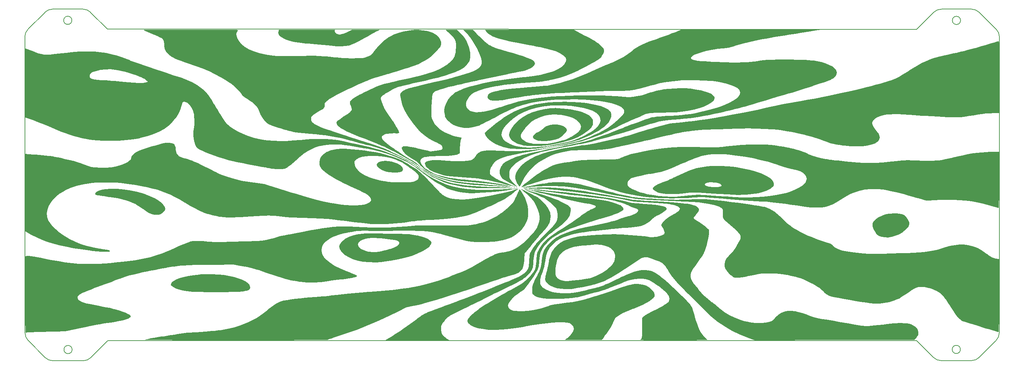
<source format=gbr>
%TF.GenerationSoftware,KiCad,Pcbnew,(6.0.7)*%
%TF.CreationDate,2023-01-05T12:45:50+01:00*%
%TF.ProjectId,lumpen backplate,6c756d70-656e-4206-9261-636b706c6174,rev?*%
%TF.SameCoordinates,Original*%
%TF.FileFunction,Legend,Bot*%
%TF.FilePolarity,Positive*%
%FSLAX46Y46*%
G04 Gerber Fmt 4.6, Leading zero omitted, Abs format (unit mm)*
G04 Created by KiCad (PCBNEW (6.0.7)) date 2023-01-05 12:45:50*
%MOMM*%
%LPD*%
G01*
G04 APERTURE LIST*
%TA.AperFunction,Profile*%
%ADD10C,0.200000*%
%TD*%
G04 APERTURE END LIST*
D10*
X33287290Y-128781256D02*
X25917546Y-128781256D01*
X39350957Y-123825611D02*
X35178801Y-127997767D01*
X25855692Y-42668887D02*
G75*
G03*
X23964181Y-43452380I8J-2675013D01*
G01*
X19102418Y-121966128D02*
X19040564Y-49484019D01*
X236913960Y-123824293D02*
X39350957Y-123825611D01*
X252245970Y-43472322D02*
G75*
G03*
X250354482Y-42688810I-1891570J-1891578D01*
G01*
X242984738Y-42688823D02*
G75*
G03*
X241096372Y-43469515I-38J-2674077D01*
G01*
X252245993Y-43472299D02*
X256386121Y-47612427D01*
X39257075Y-47592508D02*
X236956244Y-47609643D01*
X236956244Y-47609643D02*
X241096372Y-43469515D01*
X30540436Y-45418891D02*
G75*
G03*
X30540436Y-45418891I-1000000J0D01*
G01*
X250315343Y-128747910D02*
X242945599Y-128747910D01*
X30602546Y-126031256D02*
G75*
G03*
X30602546Y-126031256I-1000000J0D01*
G01*
X25855692Y-42668891D02*
X33225436Y-42668891D01*
X257169610Y-49503938D02*
X257130471Y-121932782D01*
X247669482Y-45438810D02*
G75*
G03*
X247669482Y-45438810I-1000000J0D01*
G01*
X250315343Y-128747926D02*
G75*
G03*
X252206854Y-127964421I57J2674826D01*
G01*
X241054108Y-127964401D02*
G75*
G03*
X242945599Y-128747910I1891492J1891401D01*
G01*
X35116939Y-43452388D02*
G75*
G03*
X33225436Y-42668891I-1891439J-1891312D01*
G01*
X256346997Y-123824308D02*
G75*
G03*
X257130471Y-121932782I-1891797J1891608D01*
G01*
X256346982Y-123824293D02*
X252206854Y-127964421D01*
X33287290Y-128781221D02*
G75*
G03*
X35178801Y-127997767I110J2674821D01*
G01*
X24026035Y-127997767D02*
X19885907Y-123857639D01*
X242984738Y-42688810D02*
X250354482Y-42688810D01*
X241054088Y-127964421D02*
X236913960Y-123824293D01*
X24026051Y-127997751D02*
G75*
G03*
X25917546Y-128781256I1891549J1891551D01*
G01*
X19824057Y-47592512D02*
G75*
G03*
X19040564Y-49484019I1891443J-1891488D01*
G01*
X19824053Y-47592508D02*
X23964181Y-43452380D01*
X35116947Y-43452380D02*
X39257075Y-47592508D01*
X247630599Y-125997910D02*
G75*
G03*
X247630599Y-125997910I-1000000J0D01*
G01*
X257169605Y-49503938D02*
G75*
G03*
X256386121Y-47612427I-2675405J-162D01*
G01*
X19102451Y-121966128D02*
G75*
G03*
X19885907Y-123857639I2675149J28D01*
G01*
%TO.C,G\u002A\u002A\u002A*%
G36*
X149160780Y-70959223D02*
G01*
X149986271Y-71108619D01*
X150628568Y-71332413D01*
X151094131Y-71628633D01*
X151385680Y-72009099D01*
X151457767Y-72343220D01*
X151311360Y-72726478D01*
X150921291Y-73121199D01*
X150882519Y-73152825D01*
X150654073Y-73382075D01*
X150493515Y-73608786D01*
X150410622Y-73728199D01*
X150067118Y-74004943D01*
X149543592Y-74276512D01*
X148884888Y-74524828D01*
X148135851Y-74731816D01*
X147341323Y-74879399D01*
X147133901Y-74905774D01*
X146298940Y-74968910D01*
X145476401Y-74971104D01*
X144768869Y-74911091D01*
X144530387Y-74865117D01*
X144009968Y-74695749D01*
X143578069Y-74466141D01*
X143313511Y-74214044D01*
X143232752Y-73965893D01*
X143312734Y-73615943D01*
X143584103Y-73264267D01*
X144024576Y-72937501D01*
X144611869Y-72662277D01*
X144682115Y-72635745D01*
X145144574Y-72404377D01*
X145473145Y-72104159D01*
X145833378Y-71749157D01*
X146433448Y-71377245D01*
X147187225Y-71106223D01*
X147469762Y-71039812D01*
X148307467Y-70936275D01*
X149160780Y-70959223D01*
G37*
G36*
X150007134Y-85093841D02*
G01*
X150667614Y-85105855D01*
X151280282Y-85126226D01*
X151846985Y-85159637D01*
X152397526Y-85211154D01*
X152961707Y-85285846D01*
X153569331Y-85388781D01*
X154250201Y-85525028D01*
X155034120Y-85699655D01*
X155950890Y-85917730D01*
X157030315Y-86184321D01*
X158302196Y-86504497D01*
X158804628Y-86631157D01*
X160080352Y-86948835D01*
X161342756Y-87257937D01*
X162565587Y-87552354D01*
X163722589Y-87825976D01*
X164787509Y-88072696D01*
X165734093Y-88286403D01*
X166536085Y-88460987D01*
X167167233Y-88590341D01*
X167601280Y-88668354D01*
X167858938Y-88703815D01*
X168448740Y-88771144D01*
X169206869Y-88846662D01*
X170085030Y-88926232D01*
X171034930Y-89005714D01*
X172008274Y-89080972D01*
X172956766Y-89147865D01*
X173832114Y-89202257D01*
X174510466Y-89239319D01*
X175887969Y-89302311D01*
X177127515Y-89338379D01*
X178301101Y-89348489D01*
X179480726Y-89333602D01*
X180738388Y-89294683D01*
X181316264Y-89273287D01*
X182566801Y-89234324D01*
X183637474Y-89214536D01*
X184574810Y-89214833D01*
X185425333Y-89236124D01*
X186235568Y-89279317D01*
X187052043Y-89345322D01*
X187921280Y-89435048D01*
X188710293Y-89525917D01*
X189742429Y-89650826D01*
X190851944Y-89790507D01*
X192009857Y-89940896D01*
X193187188Y-90097927D01*
X194354956Y-90257533D01*
X195484182Y-90415650D01*
X196545885Y-90568212D01*
X197511084Y-90711152D01*
X198350800Y-90840405D01*
X199036052Y-90951906D01*
X199537860Y-91041587D01*
X199827244Y-91105385D01*
X199842550Y-91109767D01*
X200442607Y-91309769D01*
X201021368Y-91563254D01*
X201596514Y-91882082D01*
X202185725Y-92278110D01*
X202806680Y-92763197D01*
X203477060Y-93349200D01*
X204214543Y-94047977D01*
X204268384Y-94100519D01*
X204899097Y-94703315D01*
X205462364Y-95211679D01*
X205990706Y-95649999D01*
X206516639Y-96042657D01*
X207072681Y-96414041D01*
X207691351Y-96788534D01*
X208405167Y-97190523D01*
X209221928Y-97607733D01*
X210253688Y-98078987D01*
X211408755Y-98561753D01*
X212633886Y-99034695D01*
X213875836Y-99476479D01*
X215081362Y-99865767D01*
X215215465Y-99906677D01*
X215678008Y-100052930D01*
X215987831Y-100169100D01*
X216197709Y-100282235D01*
X216360418Y-100419385D01*
X216528731Y-100607600D01*
X216616156Y-100705002D01*
X216999613Y-101033087D01*
X217497933Y-101321080D01*
X218130060Y-101573735D01*
X218914938Y-101795809D01*
X219871515Y-101992059D01*
X221018734Y-102167240D01*
X222375542Y-102326108D01*
X223960883Y-102473421D01*
X225159603Y-102561123D01*
X226555322Y-102621560D01*
X227833292Y-102623481D01*
X229051472Y-102567962D01*
X229338832Y-102552089D01*
X229884060Y-102529748D01*
X230595214Y-102505823D01*
X231426976Y-102481704D01*
X232334029Y-102458782D01*
X233271054Y-102438449D01*
X234617912Y-102405869D01*
X236164457Y-102348301D01*
X237523845Y-102269298D01*
X238729506Y-102164549D01*
X239814870Y-102029744D01*
X240813364Y-101860571D01*
X241758419Y-101652721D01*
X242683464Y-101401883D01*
X243621929Y-101103746D01*
X243870647Y-101021407D01*
X245108259Y-100668400D01*
X246275387Y-100437380D01*
X247389953Y-100327343D01*
X248469884Y-100337286D01*
X249533101Y-100466205D01*
X250597531Y-100713096D01*
X251134150Y-100891058D01*
X251975737Y-101263707D01*
X252856680Y-101762684D01*
X253780701Y-102389949D01*
X254203468Y-102697789D01*
X254657439Y-103021615D01*
X255015532Y-103263003D01*
X255305131Y-103436505D01*
X255553617Y-103556673D01*
X255788375Y-103638058D01*
X256036785Y-103695212D01*
X256326232Y-103742686D01*
X257058841Y-103851707D01*
X257058841Y-112793837D01*
X257058720Y-113327952D01*
X257057750Y-114388230D01*
X257055855Y-115407627D01*
X257053096Y-116378496D01*
X257049530Y-117293190D01*
X257045216Y-118144064D01*
X257040211Y-118923472D01*
X257034573Y-119623766D01*
X257028362Y-120237301D01*
X257021636Y-120756431D01*
X257014452Y-121173508D01*
X257006868Y-121480887D01*
X256998944Y-121670922D01*
X256990737Y-121735966D01*
X256845111Y-121706799D01*
X256510412Y-121618265D01*
X256017526Y-121478919D01*
X255394666Y-121297408D01*
X254670045Y-121082378D01*
X253871875Y-120842477D01*
X253028371Y-120586352D01*
X252167746Y-120322648D01*
X251318212Y-120060013D01*
X250507983Y-119807093D01*
X249765272Y-119572536D01*
X249118293Y-119364988D01*
X248595258Y-119193096D01*
X248224381Y-119065507D01*
X248033875Y-118990867D01*
X247828010Y-118871796D01*
X247500723Y-118618226D01*
X247151266Y-118270923D01*
X246773731Y-117822692D01*
X246362205Y-117266335D01*
X245910778Y-116594656D01*
X245413540Y-115800457D01*
X245394659Y-115769484D01*
X244994125Y-115133452D01*
X244582140Y-114515934D01*
X244172262Y-113935051D01*
X243778049Y-113408927D01*
X243413060Y-112955685D01*
X243090851Y-112593449D01*
X242824982Y-112340340D01*
X242586165Y-112157882D01*
X241940807Y-111758495D01*
X241190404Y-111393313D01*
X240387650Y-111083774D01*
X239585238Y-110851317D01*
X238835862Y-110717381D01*
X238470441Y-110686461D01*
X237910111Y-110686584D01*
X237384453Y-110759241D01*
X236865002Y-110913818D01*
X236323298Y-111159705D01*
X235730877Y-111506287D01*
X235059278Y-111962952D01*
X235056606Y-111964861D01*
X234340888Y-112468622D01*
X233734430Y-112877378D01*
X233210811Y-113207024D01*
X232743613Y-113473458D01*
X232306415Y-113692577D01*
X231872798Y-113880278D01*
X231269979Y-114107717D01*
X230185040Y-114432681D01*
X229090046Y-114643125D01*
X227934581Y-114747515D01*
X226668226Y-114754319D01*
X226329733Y-114742545D01*
X225946027Y-114721878D01*
X225557856Y-114689631D01*
X225126708Y-114640870D01*
X224614068Y-114570658D01*
X223981420Y-114474060D01*
X223190251Y-114346140D01*
X222202045Y-114181962D01*
X220938688Y-113967276D01*
X219425980Y-113698874D01*
X218147969Y-113457124D01*
X217100364Y-113241130D01*
X216278877Y-113049995D01*
X215679220Y-112882822D01*
X215297101Y-112738715D01*
X215215866Y-112695690D01*
X214921543Y-112501069D01*
X214599119Y-112244100D01*
X214305036Y-111968598D01*
X214114889Y-111774235D01*
X213681935Y-111357927D01*
X213265625Y-111007821D01*
X212814489Y-110685958D01*
X212277053Y-110354380D01*
X211601847Y-109975130D01*
X211026457Y-109665887D01*
X210211142Y-109252390D01*
X209470026Y-108915611D01*
X208756434Y-108637975D01*
X208023692Y-108401910D01*
X207225124Y-108189841D01*
X206314057Y-107984195D01*
X205800295Y-107879463D01*
X204142325Y-107603373D01*
X202552251Y-107439027D01*
X200992988Y-107382229D01*
X200316076Y-107386268D01*
X199672532Y-107408415D01*
X199066276Y-107455537D01*
X198445349Y-107534316D01*
X197757791Y-107651432D01*
X196951641Y-107813564D01*
X195974939Y-108027394D01*
X195868240Y-108051208D01*
X194922996Y-108250340D01*
X194156909Y-108384873D01*
X193538825Y-108457325D01*
X193037587Y-108470211D01*
X192622040Y-108426048D01*
X192261030Y-108327352D01*
X192020082Y-108207829D01*
X191679198Y-107965663D01*
X191313615Y-107642275D01*
X190949175Y-107262919D01*
X190611716Y-106852847D01*
X190327076Y-106437310D01*
X190282363Y-106363232D01*
X190153633Y-106130589D01*
X190075258Y-105930176D01*
X190038930Y-105720855D01*
X190036339Y-105461488D01*
X190059178Y-105110940D01*
X190060128Y-105099218D01*
X190116677Y-104670057D01*
X190222380Y-104288656D01*
X190395359Y-103923559D01*
X190653738Y-103543308D01*
X191015640Y-103116446D01*
X191499190Y-102611516D01*
X191697070Y-102404270D01*
X192123052Y-101899800D01*
X192549323Y-101310650D01*
X192993314Y-100613512D01*
X193001713Y-100599609D01*
X193350568Y-100004780D01*
X193612322Y-99514295D01*
X193792672Y-99109927D01*
X193897321Y-98773449D01*
X193931968Y-98486635D01*
X193902313Y-98231256D01*
X193814056Y-97989087D01*
X193640603Y-97715137D01*
X193321579Y-97332562D01*
X192882132Y-96876348D01*
X192338703Y-96362660D01*
X191707732Y-95807664D01*
X191005657Y-95227524D01*
X190925473Y-95163059D01*
X190429259Y-94752246D01*
X190063213Y-94414188D01*
X189810469Y-94119847D01*
X189654161Y-93840182D01*
X189577426Y-93546154D01*
X189563399Y-93208721D01*
X189595214Y-92798844D01*
X189613209Y-92612151D01*
X189627918Y-92199114D01*
X189587786Y-91880198D01*
X189483565Y-91628873D01*
X189306007Y-91418609D01*
X189045864Y-91222875D01*
X188856902Y-91118207D01*
X188315199Y-90902699D01*
X187589601Y-90686702D01*
X186721698Y-90479645D01*
X185753084Y-90290959D01*
X184725350Y-90130071D01*
X183680088Y-90006411D01*
X183594054Y-89998546D01*
X183145753Y-89965140D01*
X182503216Y-89924648D01*
X181707629Y-89879349D01*
X180800181Y-89831520D01*
X179822059Y-89783439D01*
X178814451Y-89737382D01*
X177277006Y-89668092D01*
X175252805Y-89570833D01*
X173395418Y-89474234D01*
X171725047Y-89379407D01*
X170261893Y-89287462D01*
X169026159Y-89199508D01*
X168912536Y-89190535D01*
X168571489Y-89159789D01*
X168218469Y-89120603D01*
X167828994Y-89068783D01*
X167378586Y-89000134D01*
X166842765Y-88910461D01*
X166197051Y-88795569D01*
X165416964Y-88651263D01*
X164478025Y-88473349D01*
X163355753Y-88257631D01*
X162025671Y-87999915D01*
X160812749Y-87764509D01*
X159173960Y-87447732D01*
X157732892Y-87171963D01*
X156468612Y-86934369D01*
X155360187Y-86732116D01*
X154386684Y-86562372D01*
X153527170Y-86422304D01*
X152760713Y-86309079D01*
X152066379Y-86219863D01*
X151423235Y-86151826D01*
X150810349Y-86102132D01*
X150206788Y-86067950D01*
X149591619Y-86046446D01*
X148943909Y-86034788D01*
X148242725Y-86030142D01*
X147467134Y-86029677D01*
X146600442Y-86031605D01*
X145791635Y-86037814D01*
X145127671Y-86050266D01*
X144553578Y-86071019D01*
X144014382Y-86102131D01*
X143455111Y-86145661D01*
X142820793Y-86203667D01*
X142560753Y-86228774D01*
X141926204Y-86292313D01*
X141383421Y-86349802D01*
X140983216Y-86395748D01*
X140776402Y-86424660D01*
X140614676Y-86445708D01*
X140654498Y-86400193D01*
X140854231Y-86331602D01*
X141253980Y-86232733D01*
X141815754Y-86110573D01*
X142501622Y-85972073D01*
X143273652Y-85824185D01*
X144093912Y-85673859D01*
X144924469Y-85528048D01*
X145727392Y-85393704D01*
X146464749Y-85277776D01*
X147098608Y-85187218D01*
X147591037Y-85128981D01*
X147659722Y-85123248D01*
X148065117Y-85104526D01*
X148635440Y-85092745D01*
X149304757Y-85088863D01*
X150007134Y-85093841D01*
G37*
G36*
X142536410Y-86706120D02*
G01*
X143448369Y-86773374D01*
X144553937Y-86869264D01*
X145859711Y-86994481D01*
X147372288Y-87149713D01*
X149098266Y-87335648D01*
X151044242Y-87552977D01*
X153216814Y-87802387D01*
X155622578Y-88084569D01*
X156094333Y-88140933D01*
X158260820Y-88415528D01*
X160211924Y-88691503D01*
X161974469Y-88973377D01*
X163575276Y-89265666D01*
X165041170Y-89572888D01*
X166398973Y-89899561D01*
X166658063Y-89965176D01*
X167036647Y-90053532D01*
X167399711Y-90123334D01*
X167790991Y-90179565D01*
X168254223Y-90227213D01*
X168833143Y-90271260D01*
X169571486Y-90316694D01*
X170512988Y-90368500D01*
X171739737Y-90449020D01*
X172983101Y-90569762D01*
X174015827Y-90717831D01*
X174831033Y-90891715D01*
X175421842Y-91089902D01*
X175781372Y-91310880D01*
X175902744Y-91553136D01*
X175901938Y-91570781D01*
X175812973Y-91762129D01*
X175569602Y-92003959D01*
X175161470Y-92303971D01*
X174578221Y-92669862D01*
X173809500Y-93109333D01*
X173589261Y-93232243D01*
X173020383Y-93564030D01*
X172590597Y-93843441D01*
X172262616Y-94095972D01*
X171999151Y-94347118D01*
X171631637Y-94678506D01*
X171121486Y-95037541D01*
X170548676Y-95365114D01*
X169966447Y-95631033D01*
X169428044Y-95805105D01*
X169322166Y-95826059D01*
X168941399Y-95883080D01*
X168379968Y-95953979D01*
X167681066Y-96033722D01*
X166887887Y-96117274D01*
X166043623Y-96199600D01*
X165172024Y-96281275D01*
X163736052Y-96416643D01*
X162501318Y-96534455D01*
X161439857Y-96637633D01*
X160523701Y-96729100D01*
X159724883Y-96811779D01*
X159015436Y-96888592D01*
X158367393Y-96962461D01*
X157752785Y-97036310D01*
X157143648Y-97113060D01*
X156512012Y-97195634D01*
X156121142Y-97248538D01*
X154702475Y-97463968D01*
X153483603Y-97693506D01*
X152426141Y-97947271D01*
X151491703Y-98235384D01*
X150641903Y-98567965D01*
X149838356Y-98955136D01*
X149664837Y-99049188D01*
X148727748Y-99663512D01*
X147929366Y-100380955D01*
X147275043Y-101193841D01*
X146770134Y-102094494D01*
X146419994Y-103075237D01*
X146229975Y-104128395D01*
X146209327Y-104313387D01*
X146103580Y-104987597D01*
X145950813Y-105704951D01*
X145762265Y-106421505D01*
X145549169Y-107093315D01*
X145322763Y-107676436D01*
X145270566Y-107798023D01*
X145130370Y-108169733D01*
X145044302Y-108507479D01*
X145000995Y-108866650D01*
X144989085Y-109302635D01*
X144989088Y-109326605D01*
X144992004Y-109676400D01*
X145007348Y-109928201D01*
X145045350Y-110114749D01*
X145116236Y-110268787D01*
X145230235Y-110423056D01*
X145397576Y-110610299D01*
X145650336Y-110856681D01*
X146290393Y-111304673D01*
X147094614Y-111666507D01*
X148080042Y-111949009D01*
X149263719Y-112159007D01*
X149461202Y-112182410D01*
X150206765Y-112230385D01*
X151074144Y-112240929D01*
X151976457Y-112215918D01*
X152826821Y-112157227D01*
X153538354Y-112066732D01*
X153860766Y-112005812D01*
X154441585Y-111884343D01*
X155155588Y-111726606D01*
X155951691Y-111544633D01*
X156778808Y-111350451D01*
X157585855Y-111156089D01*
X158321746Y-110973576D01*
X158935397Y-110814942D01*
X159375723Y-110692215D01*
X159796207Y-110557767D01*
X160372778Y-110347882D01*
X161020683Y-110084128D01*
X161764675Y-109755889D01*
X162629506Y-109352550D01*
X163639928Y-108863497D01*
X164058936Y-108658319D01*
X164811043Y-108293094D01*
X165430064Y-107998379D01*
X165947562Y-107760180D01*
X166395098Y-107564500D01*
X166804237Y-107397345D01*
X167206538Y-107244718D01*
X167633567Y-107092625D01*
X167870199Y-107012592D01*
X168869620Y-106731473D01*
X169790749Y-106573220D01*
X170646789Y-106538032D01*
X171450946Y-106626108D01*
X172216422Y-106837647D01*
X172956421Y-107172848D01*
X173125842Y-107270961D01*
X173566494Y-107563687D01*
X174094960Y-107954281D01*
X174695765Y-108428460D01*
X175353432Y-108971942D01*
X176052486Y-109570447D01*
X176777451Y-110209692D01*
X177512850Y-110875394D01*
X178243207Y-111553274D01*
X178953046Y-112229048D01*
X179626892Y-112888435D01*
X180249267Y-113517153D01*
X180804697Y-114100920D01*
X181277705Y-114625454D01*
X181652814Y-115076474D01*
X181914550Y-115439698D01*
X181931233Y-115466747D01*
X182070273Y-115742340D01*
X182216432Y-116107679D01*
X182355871Y-116525262D01*
X182474749Y-116957589D01*
X182490143Y-117020102D01*
X182612724Y-117482417D01*
X182762856Y-118000791D01*
X182933380Y-118554421D01*
X183117137Y-119122506D01*
X183306966Y-119684243D01*
X183495708Y-120218831D01*
X183676202Y-120705467D01*
X183841290Y-121123350D01*
X183983810Y-121451678D01*
X184096603Y-121669648D01*
X184250442Y-121890266D01*
X184491416Y-122196122D01*
X184781738Y-122539308D01*
X185087897Y-122878941D01*
X185142389Y-122937365D01*
X185405543Y-123222405D01*
X185619169Y-123458519D01*
X185762542Y-123622551D01*
X185814939Y-123691343D01*
X185791318Y-123693945D01*
X185568416Y-123699662D01*
X185127098Y-123705026D01*
X184487783Y-123709952D01*
X183670888Y-123714354D01*
X182696833Y-123718147D01*
X181586036Y-123721246D01*
X180358915Y-123723565D01*
X179035890Y-123725019D01*
X177637378Y-123725522D01*
X177014801Y-123725475D01*
X175647014Y-123725023D01*
X174363721Y-123724128D01*
X173185338Y-123722832D01*
X172132276Y-123721175D01*
X171224951Y-123719201D01*
X170483776Y-123716948D01*
X169929165Y-123714461D01*
X169581531Y-123711778D01*
X169461288Y-123708943D01*
X169482621Y-123666165D01*
X169560123Y-123526918D01*
X169674559Y-123327611D01*
X169713638Y-123254108D01*
X169763578Y-123129097D01*
X169803206Y-122974865D01*
X169833690Y-122776640D01*
X169856202Y-122519648D01*
X169871910Y-122189116D01*
X169881985Y-121770271D01*
X169887598Y-121248341D01*
X169889918Y-120608551D01*
X169893476Y-118254243D01*
X170367776Y-117839139D01*
X170699449Y-117589902D01*
X171304715Y-117227456D01*
X172102411Y-116821226D01*
X172610051Y-116574134D01*
X173378617Y-116184305D01*
X174110034Y-115795501D01*
X174779421Y-115422116D01*
X175361897Y-115078540D01*
X175832581Y-114779166D01*
X176166592Y-114538385D01*
X176339051Y-114370591D01*
X176378913Y-114301544D01*
X176480344Y-113991226D01*
X176516076Y-113624770D01*
X176484351Y-113258504D01*
X176383412Y-112948760D01*
X176134938Y-112562060D01*
X175753472Y-112109226D01*
X175272572Y-111627968D01*
X174714982Y-111134787D01*
X174103445Y-110646182D01*
X173460703Y-110178654D01*
X172809501Y-109748703D01*
X172172580Y-109372829D01*
X171572684Y-109067532D01*
X171032556Y-108849313D01*
X170574939Y-108734672D01*
X170074326Y-108687758D01*
X169172847Y-108690356D01*
X168200648Y-108783681D01*
X167213367Y-108961497D01*
X166266640Y-109217569D01*
X166018522Y-109304022D01*
X165575931Y-109470179D01*
X165024207Y-109685614D01*
X164410056Y-109932038D01*
X163780185Y-110191164D01*
X163295480Y-110391738D01*
X162638302Y-110659505D01*
X162017653Y-110908066D01*
X161486149Y-111116399D01*
X161096402Y-111263482D01*
X160990151Y-111300986D01*
X160505629Y-111458261D01*
X159859484Y-111653928D01*
X159093702Y-111876525D01*
X158250268Y-112114587D01*
X157371164Y-112356650D01*
X156498376Y-112591250D01*
X155673887Y-112806923D01*
X154939682Y-112992205D01*
X154337745Y-113135633D01*
X153910061Y-113225742D01*
X153693436Y-113263231D01*
X152690466Y-113398639D01*
X151533561Y-113506149D01*
X150294831Y-113582120D01*
X149046388Y-113622909D01*
X147860340Y-113624875D01*
X146808798Y-113584377D01*
X145825592Y-113497549D01*
X144925781Y-113357241D01*
X144219708Y-113165505D01*
X143684707Y-112916002D01*
X143298110Y-112602391D01*
X143239208Y-112536320D01*
X143135533Y-112395942D01*
X143068321Y-112244960D01*
X143030153Y-112052879D01*
X143013610Y-111789202D01*
X143011271Y-111423434D01*
X143042539Y-110887107D01*
X143152642Y-110288284D01*
X143352110Y-109668629D01*
X143651385Y-108996473D01*
X144060911Y-108240144D01*
X144188631Y-108017965D01*
X144503911Y-107448387D01*
X144748744Y-106959639D01*
X144934181Y-106519273D01*
X145071271Y-106094838D01*
X145171063Y-105653885D01*
X145244607Y-105163963D01*
X145302954Y-104592624D01*
X145320036Y-104404695D01*
X145395233Y-103736521D01*
X145488140Y-103167282D01*
X145606016Y-102670145D01*
X145756119Y-102218277D01*
X145945709Y-101784845D01*
X146182045Y-101343016D01*
X146594254Y-100705873D01*
X147228310Y-99947550D01*
X147991302Y-99254382D01*
X148898017Y-98619336D01*
X149963246Y-98035382D01*
X151201776Y-97495487D01*
X152628397Y-96992618D01*
X154257898Y-96519744D01*
X156105068Y-96069834D01*
X158184695Y-95635854D01*
X159393875Y-95395232D01*
X160597853Y-95140257D01*
X161629722Y-94900820D01*
X162525793Y-94667384D01*
X163322377Y-94430406D01*
X164055784Y-94180349D01*
X164762324Y-93907670D01*
X164893841Y-93856608D01*
X165388791Y-93687142D01*
X165977219Y-93508842D01*
X166558527Y-93352785D01*
X167001227Y-93238830D01*
X167600745Y-93057671D01*
X168043406Y-92874462D01*
X168381172Y-92665930D01*
X168666005Y-92408798D01*
X168881885Y-92136513D01*
X168950764Y-91877240D01*
X168810059Y-91665084D01*
X168447068Y-91483021D01*
X167849085Y-91314026D01*
X167735278Y-91283465D01*
X167333837Y-91140697D01*
X166855351Y-90933342D01*
X166362256Y-90687700D01*
X166222061Y-90613609D01*
X165750374Y-90381675D01*
X165301572Y-90199239D01*
X164790502Y-90034541D01*
X164132012Y-89855817D01*
X163877254Y-89790974D01*
X163048454Y-89593620D01*
X162194458Y-89413068D01*
X161283766Y-89244451D01*
X160284878Y-89082899D01*
X159166295Y-88923545D01*
X157896517Y-88761519D01*
X156444045Y-88591954D01*
X154777378Y-88409980D01*
X153906812Y-88314753D01*
X152592810Y-88161789D01*
X151174978Y-87986075D01*
X149626844Y-87784134D01*
X147921937Y-87552490D01*
X146033785Y-87287666D01*
X143935915Y-86986187D01*
X143771628Y-86962202D01*
X143137714Y-86866541D01*
X142645383Y-86787066D01*
X142319170Y-86728132D01*
X142183608Y-86694093D01*
X142263232Y-86689305D01*
X142536410Y-86706120D01*
G37*
G36*
X138670061Y-86231566D02*
G01*
X138759028Y-86253041D01*
X138855915Y-86295803D01*
X138835373Y-86307678D01*
X138670061Y-86321867D01*
X138584622Y-86314631D01*
X138484207Y-86257630D01*
X138510517Y-86230188D01*
X138670061Y-86231566D01*
G37*
G36*
X64856092Y-107558182D02*
G01*
X66287826Y-107630566D01*
X67664892Y-107774357D01*
X68965931Y-107982876D01*
X70169583Y-108249446D01*
X71254488Y-108567388D01*
X72199287Y-108930023D01*
X72982620Y-109330673D01*
X73583129Y-109762660D01*
X73979452Y-110219305D01*
X74150232Y-110693930D01*
X74145390Y-110948781D01*
X74004168Y-111242022D01*
X73681976Y-111465102D01*
X73154242Y-111641397D01*
X72991165Y-111680950D01*
X72677299Y-111746933D01*
X72338318Y-111801534D01*
X71949481Y-111845798D01*
X71486047Y-111880769D01*
X70923277Y-111907494D01*
X70236430Y-111927016D01*
X69400767Y-111940381D01*
X68391547Y-111948634D01*
X67184030Y-111952819D01*
X65753476Y-111953982D01*
X65417672Y-111953948D01*
X64160659Y-111952929D01*
X63117941Y-111950122D01*
X62262489Y-111945021D01*
X61567275Y-111937121D01*
X61005270Y-111925915D01*
X60549446Y-111910899D01*
X60172775Y-111891567D01*
X59848227Y-111867413D01*
X59548776Y-111837932D01*
X58624632Y-111715532D01*
X57605264Y-111525988D01*
X56700645Y-111297697D01*
X55937314Y-111039842D01*
X55341809Y-110761608D01*
X54940669Y-110472180D01*
X54760432Y-110180742D01*
X54776711Y-109900696D01*
X55005431Y-109546416D01*
X55451025Y-109200178D01*
X56096218Y-108868285D01*
X56923732Y-108557040D01*
X57916292Y-108272747D01*
X59056622Y-108021709D01*
X60327445Y-107810229D01*
X61711486Y-107644611D01*
X62077829Y-107616278D01*
X62699888Y-107584524D01*
X63404365Y-107561539D01*
X64098129Y-107550974D01*
X64856092Y-107558182D01*
G37*
G36*
X20095136Y-52645119D02*
G01*
X20635434Y-52849401D01*
X21427968Y-53145970D01*
X22068359Y-53377401D01*
X22587992Y-53551248D01*
X23018258Y-53675064D01*
X23390542Y-53756403D01*
X23736232Y-53802817D01*
X24086717Y-53821861D01*
X24473385Y-53821087D01*
X24927622Y-53808050D01*
X25186318Y-53794795D01*
X25763530Y-53749892D01*
X26473512Y-53681883D01*
X27249868Y-53597309D01*
X28026199Y-53502714D01*
X29122010Y-53365950D01*
X30300737Y-53234283D01*
X31343829Y-53139032D01*
X32305441Y-53076055D01*
X33239728Y-53041209D01*
X34200842Y-53030352D01*
X34614975Y-53032734D01*
X36079922Y-53085743D01*
X37484475Y-53213239D01*
X38860111Y-53421713D01*
X40238310Y-53717652D01*
X41650548Y-54107545D01*
X43128303Y-54597880D01*
X44703055Y-55195145D01*
X44768255Y-55220976D01*
X45260682Y-55408064D01*
X45929020Y-55652367D01*
X46743145Y-55943558D01*
X47672929Y-56271309D01*
X48688247Y-56625291D01*
X49758974Y-56995179D01*
X50854984Y-57370643D01*
X51946151Y-57741357D01*
X53002349Y-58096992D01*
X53993453Y-58427222D01*
X54889336Y-58721717D01*
X55659873Y-58970152D01*
X56274939Y-59162197D01*
X57137023Y-59441451D01*
X58619948Y-60005872D01*
X59979197Y-60632767D01*
X61173412Y-61302237D01*
X62161234Y-61994382D01*
X62483278Y-62257368D01*
X62915939Y-62635367D01*
X63297306Y-63007897D01*
X63645606Y-63397361D01*
X63979068Y-63826159D01*
X64315919Y-64316695D01*
X64674387Y-64891369D01*
X65072700Y-65572585D01*
X65163149Y-65729173D01*
X65437400Y-66191643D01*
X65764488Y-66729870D01*
X66128415Y-67318584D01*
X66513184Y-67932517D01*
X66902796Y-68546401D01*
X67281256Y-69134967D01*
X67632566Y-69672946D01*
X67940727Y-70135071D01*
X68189743Y-70496072D01*
X68212326Y-70527510D01*
X68651782Y-71024943D01*
X69254810Y-71525133D01*
X70043164Y-72044129D01*
X71038596Y-72597979D01*
X72357620Y-73233445D01*
X73746188Y-73783968D01*
X75164942Y-74220232D01*
X76647276Y-74550994D01*
X78226583Y-74785008D01*
X79936257Y-74931031D01*
X80232943Y-74947760D01*
X81165353Y-74988112D01*
X82027798Y-75001556D01*
X82881958Y-74986247D01*
X83789512Y-74940343D01*
X84812141Y-74861997D01*
X86011524Y-74749366D01*
X86496508Y-74702008D01*
X87903485Y-74578635D01*
X89138432Y-74495304D01*
X90248886Y-74449854D01*
X91282382Y-74440122D01*
X92286455Y-74463946D01*
X92639962Y-74479866D01*
X93736101Y-74556604D01*
X94819211Y-74678790D01*
X95942824Y-74854439D01*
X97160467Y-75091567D01*
X98525671Y-75398189D01*
X98839147Y-75471198D01*
X99454074Y-75611486D01*
X100187923Y-75776474D01*
X100974381Y-75951282D01*
X101747134Y-76121031D01*
X103255578Y-76464663D01*
X104687291Y-76828368D01*
X105995332Y-77207830D01*
X107242038Y-77622510D01*
X108489746Y-78091871D01*
X109800793Y-78635373D01*
X110920483Y-79139656D01*
X111999916Y-79677977D01*
X113032224Y-80253148D01*
X114053508Y-80886454D01*
X115099870Y-81599180D01*
X116207411Y-82412610D01*
X116669632Y-82755060D01*
X117811937Y-83532136D01*
X118971225Y-84216200D01*
X120194452Y-84833714D01*
X121528576Y-85411137D01*
X122098131Y-85629329D01*
X123520978Y-86080246D01*
X125040494Y-86430291D01*
X126690369Y-86686442D01*
X128504292Y-86855674D01*
X128724847Y-86868619D01*
X129523313Y-86896028D01*
X130504541Y-86907726D01*
X131621376Y-86904326D01*
X132826669Y-86886437D01*
X134073266Y-86854672D01*
X135314016Y-86809643D01*
X136501768Y-86751960D01*
X136781854Y-86736184D01*
X137625060Y-86685387D01*
X138253813Y-86640489D01*
X138693633Y-86598699D01*
X138970039Y-86557227D01*
X139108553Y-86513284D01*
X139134695Y-86464077D01*
X139131798Y-86437195D01*
X139227622Y-86388186D01*
X139236732Y-86388241D01*
X139367761Y-86421975D01*
X139326220Y-86499508D01*
X139146344Y-86593721D01*
X138862370Y-86677499D01*
X137869769Y-86866777D01*
X136630713Y-87060597D01*
X135258049Y-87241302D01*
X133810564Y-87402902D01*
X132347043Y-87539409D01*
X130926270Y-87644834D01*
X129607030Y-87713188D01*
X128448110Y-87738481D01*
X127907444Y-87735232D01*
X127069906Y-87705399D01*
X126310425Y-87636618D01*
X125559145Y-87519298D01*
X124746211Y-87343851D01*
X123801768Y-87100688D01*
X123442537Y-87001079D01*
X122996159Y-86865010D01*
X122603793Y-86722608D01*
X122209966Y-86551067D01*
X121759206Y-86327579D01*
X121196042Y-86029335D01*
X120572281Y-85687000D01*
X119949126Y-85326509D01*
X119356854Y-84960000D01*
X118763328Y-84566082D01*
X118136406Y-84123361D01*
X117443949Y-83610445D01*
X116653818Y-83005940D01*
X116147007Y-82615949D01*
X115421667Y-82068195D01*
X114783861Y-81602514D01*
X114206458Y-81200195D01*
X113662325Y-80842525D01*
X113124332Y-80510793D01*
X112565347Y-80186289D01*
X111482812Y-79617907D01*
X109793448Y-78867075D01*
X107948508Y-78186637D01*
X105994475Y-77593279D01*
X103977831Y-77103687D01*
X103529399Y-77013372D01*
X102820110Y-76881338D01*
X101980875Y-76733353D01*
X101057264Y-76576752D01*
X100094842Y-76418872D01*
X99139176Y-76267046D01*
X98235835Y-76128611D01*
X97430385Y-76010902D01*
X96768393Y-75921254D01*
X96295427Y-75867001D01*
X95087060Y-75795966D01*
X93631797Y-75827833D01*
X92200976Y-75991265D01*
X90788684Y-76286711D01*
X90056813Y-76513757D01*
X89141220Y-76904010D01*
X88207113Y-77418149D01*
X87251390Y-78058103D01*
X86270951Y-78825802D01*
X85262694Y-79723173D01*
X85229884Y-79754015D01*
X84575081Y-80353528D01*
X84009560Y-80837612D01*
X83525346Y-81212460D01*
X83114463Y-81484262D01*
X82768935Y-81659212D01*
X82732312Y-81674061D01*
X82514608Y-81754072D01*
X82302215Y-81803999D01*
X82031872Y-81830573D01*
X81640317Y-81840527D01*
X81064289Y-81840590D01*
X80936090Y-81839945D01*
X80322581Y-81829014D01*
X79848260Y-81799894D01*
X79421102Y-81744501D01*
X78949085Y-81654750D01*
X78857124Y-81636004D01*
X78447440Y-81556567D01*
X77852954Y-81444929D01*
X77111219Y-81307991D01*
X76259788Y-81152660D01*
X75336218Y-80985837D01*
X74378061Y-80814427D01*
X73444261Y-80645397D01*
X72396417Y-80448942D01*
X71431901Y-80260945D01*
X70589077Y-80089072D01*
X69906310Y-79940986D01*
X69421963Y-79824350D01*
X68687915Y-79620299D01*
X67766953Y-79341252D01*
X66806670Y-79029243D01*
X65835468Y-78695130D01*
X64881744Y-78349769D01*
X63973898Y-78004016D01*
X63140328Y-77668728D01*
X62409435Y-77354763D01*
X61809616Y-77072976D01*
X61369271Y-76834224D01*
X61116800Y-76649365D01*
X60914293Y-76381931D01*
X60708812Y-75977919D01*
X60531388Y-75488783D01*
X60386517Y-74939459D01*
X60278697Y-74354887D01*
X60212422Y-73760003D01*
X60192191Y-73179745D01*
X60222499Y-72639051D01*
X60307843Y-72162859D01*
X60311928Y-72147134D01*
X60408409Y-71643557D01*
X60467762Y-71052154D01*
X60491258Y-70404297D01*
X60480171Y-69731357D01*
X60435771Y-69064704D01*
X60359330Y-68435712D01*
X60252121Y-67875750D01*
X60115415Y-67416191D01*
X60097001Y-67368604D01*
X59836452Y-66837085D01*
X59500748Y-66351510D01*
X59109888Y-65933545D01*
X58683868Y-65604859D01*
X58242687Y-65387118D01*
X58053877Y-65333865D01*
X57893489Y-65329741D01*
X57760073Y-65391302D01*
X57642746Y-65531776D01*
X57530622Y-65764389D01*
X57412819Y-66102369D01*
X57278452Y-66558943D01*
X57154553Y-66972509D01*
X56865884Y-67753588D01*
X56512877Y-68468587D01*
X56070547Y-69158850D01*
X55513909Y-69865724D01*
X54817978Y-70630554D01*
X54155105Y-71241391D01*
X53090927Y-72002767D01*
X51839862Y-72697109D01*
X50428272Y-73311837D01*
X48882518Y-73834369D01*
X47228965Y-74252126D01*
X47075556Y-74284116D01*
X45517116Y-74549271D01*
X43807579Y-74744729D01*
X42002868Y-74868820D01*
X40158903Y-74919879D01*
X38331607Y-74896239D01*
X36576903Y-74796231D01*
X34950712Y-74618189D01*
X34158320Y-74495612D01*
X33163880Y-74307478D01*
X32170269Y-74077178D01*
X31153196Y-73796895D01*
X30088368Y-73458807D01*
X28951493Y-73055097D01*
X27718280Y-72577945D01*
X26364437Y-72019533D01*
X24865671Y-71372041D01*
X24386715Y-71165537D01*
X23551310Y-70819102D01*
X22664671Y-70464841D01*
X21806293Y-70134319D01*
X21055671Y-69859105D01*
X19166159Y-69190862D01*
X19166159Y-59075345D01*
X34912051Y-59075345D01*
X34943271Y-59325379D01*
X35059077Y-59526855D01*
X35282778Y-59687168D01*
X35637678Y-59813712D01*
X36147085Y-59913882D01*
X36834305Y-59995072D01*
X37722645Y-60064678D01*
X38835411Y-60130094D01*
X38855375Y-60131160D01*
X39619605Y-60173713D01*
X40322310Y-60217257D01*
X41006968Y-60265432D01*
X41717056Y-60321876D01*
X42496053Y-60390230D01*
X43387438Y-60474132D01*
X44434688Y-60577221D01*
X45681280Y-60703139D01*
X45846145Y-60718427D01*
X46516175Y-60756083D01*
X47207728Y-60763033D01*
X47854437Y-60741119D01*
X48389938Y-60692182D01*
X48747866Y-60618064D01*
X48930406Y-60524669D01*
X49026646Y-60399740D01*
X49023891Y-60380495D01*
X48911260Y-60225328D01*
X48661170Y-60014107D01*
X48311484Y-59775752D01*
X47900068Y-59539189D01*
X47578168Y-59385304D01*
X46934056Y-59123655D01*
X46144816Y-58840597D01*
X45259292Y-58550706D01*
X44326326Y-58268558D01*
X43394760Y-58008728D01*
X42513437Y-57785794D01*
X41731200Y-57614330D01*
X41096890Y-57508914D01*
X39993100Y-57417909D01*
X38753074Y-57433571D01*
X37540473Y-57579939D01*
X36342158Y-57857978D01*
X35902720Y-57992498D01*
X35445480Y-58172098D01*
X35156908Y-58361997D01*
X34996894Y-58591397D01*
X34925331Y-58889496D01*
X34912051Y-59075345D01*
X19166159Y-59075345D01*
X19166159Y-52293436D01*
X20095136Y-52645119D01*
G37*
G36*
X140353679Y-86740274D02*
G01*
X140493352Y-86801287D01*
X140769563Y-86933432D01*
X141151541Y-87121173D01*
X141608512Y-87348974D01*
X142109704Y-87601299D01*
X142624344Y-87862612D01*
X143121660Y-88117377D01*
X143570880Y-88350058D01*
X143941231Y-88545118D01*
X144201940Y-88687023D01*
X144277677Y-88730789D01*
X144830930Y-89112921D01*
X145386225Y-89595568D01*
X145920877Y-90151281D01*
X146412199Y-90752611D01*
X146837507Y-91372108D01*
X147174113Y-91982325D01*
X147399334Y-92555810D01*
X147420586Y-92631149D01*
X147528369Y-93401357D01*
X147462517Y-94206509D01*
X147231257Y-94999625D01*
X146842817Y-95733721D01*
X146787488Y-95810971D01*
X146600481Y-96049135D01*
X146333875Y-96371037D01*
X146007907Y-96752820D01*
X145642817Y-97170631D01*
X145258845Y-97600616D01*
X145004514Y-97885468D01*
X144542147Y-98414936D01*
X144036033Y-99005962D01*
X143517807Y-99621180D01*
X143019105Y-100223224D01*
X142571560Y-100774728D01*
X141167914Y-102527589D01*
X141068967Y-103924859D01*
X141044087Y-104255009D01*
X140991129Y-104814312D01*
X140928085Y-105270359D01*
X140849262Y-105642626D01*
X140748961Y-105950589D01*
X140621487Y-106213726D01*
X140461145Y-106451514D01*
X140262238Y-106683429D01*
X140255526Y-106690593D01*
X139959413Y-106969615D01*
X139617188Y-107209779D01*
X139191362Y-107427720D01*
X138644447Y-107640076D01*
X137938953Y-107863485D01*
X137037391Y-108114583D01*
X136593265Y-108239224D01*
X135841758Y-108465980D01*
X134947010Y-108749778D01*
X133943158Y-109079534D01*
X132864339Y-109444170D01*
X131744692Y-109832603D01*
X129686033Y-110552576D01*
X127594481Y-111275325D01*
X125674800Y-111928243D01*
X123912356Y-112515855D01*
X122292511Y-113042690D01*
X120800628Y-113513276D01*
X119422071Y-113932138D01*
X118142204Y-114303806D01*
X116946390Y-114632807D01*
X115819992Y-114923667D01*
X114748374Y-115180915D01*
X113716899Y-115409078D01*
X112181299Y-115734139D01*
X110247631Y-116703788D01*
X108304719Y-117657417D01*
X105634583Y-118896412D01*
X102987560Y-120037808D01*
X100325993Y-121097037D01*
X97612225Y-122089533D01*
X94808598Y-123030727D01*
X94538995Y-123117832D01*
X93985241Y-123299017D01*
X93515974Y-123455578D01*
X93174032Y-123573129D01*
X93002256Y-123637286D01*
X92966284Y-123645412D01*
X92853531Y-123655895D01*
X92658968Y-123665452D01*
X92372830Y-123674122D01*
X91985352Y-123681940D01*
X91486771Y-123688944D01*
X90867321Y-123695171D01*
X90117240Y-123700658D01*
X89226762Y-123705441D01*
X88186122Y-123709559D01*
X86985558Y-123713047D01*
X85615304Y-123715943D01*
X84065596Y-123718284D01*
X82326670Y-123720107D01*
X80388761Y-123721448D01*
X78242105Y-123722345D01*
X75876938Y-123722836D01*
X73283495Y-123722956D01*
X70452012Y-123722743D01*
X70354688Y-123722731D01*
X67602585Y-123722369D01*
X65087495Y-123721961D01*
X62798976Y-123721442D01*
X60726589Y-123720751D01*
X58859894Y-123719826D01*
X57188450Y-123718604D01*
X55701819Y-123717025D01*
X54389558Y-123715025D01*
X53241230Y-123712542D01*
X52246393Y-123709515D01*
X51394608Y-123705880D01*
X50675434Y-123701577D01*
X50078432Y-123696543D01*
X49593161Y-123690716D01*
X49209182Y-123684034D01*
X48916054Y-123676434D01*
X48703337Y-123667855D01*
X48560592Y-123658234D01*
X48477379Y-123647510D01*
X48443256Y-123635619D01*
X48447785Y-123622501D01*
X48480525Y-123608093D01*
X48531037Y-123592333D01*
X48858762Y-123502526D01*
X49311476Y-123396933D01*
X49863507Y-123287277D01*
X50550356Y-123167036D01*
X51407523Y-123029691D01*
X52470510Y-122868719D01*
X52915465Y-122801693D01*
X53824806Y-122660311D01*
X54756299Y-122510670D01*
X55622731Y-122366882D01*
X56336890Y-122243060D01*
X56970624Y-122132912D01*
X57549240Y-122043163D01*
X58103926Y-121972859D01*
X58702419Y-121914493D01*
X59412455Y-121860555D01*
X60301768Y-121803538D01*
X60815989Y-121772038D01*
X62070854Y-121693390D01*
X63120623Y-121624194D01*
X63995741Y-121561943D01*
X64726653Y-121504129D01*
X65343803Y-121448247D01*
X65877636Y-121391791D01*
X66358598Y-121332253D01*
X66817134Y-121267127D01*
X68152257Y-121037320D01*
X70091529Y-120591678D01*
X71910572Y-120034222D01*
X73591686Y-119370625D01*
X75117173Y-118606561D01*
X75596550Y-118327450D01*
X76154111Y-117977289D01*
X76727569Y-117587019D01*
X77343464Y-117137809D01*
X78028336Y-116610829D01*
X78808723Y-115987247D01*
X79379285Y-115536862D01*
X79967792Y-115107680D01*
X80496860Y-114768876D01*
X80993202Y-114504958D01*
X81483533Y-114300435D01*
X81994569Y-114139816D01*
X82341876Y-114055387D01*
X83100262Y-113907892D01*
X84036269Y-113758979D01*
X85106236Y-113613982D01*
X86266502Y-113478234D01*
X87473409Y-113357069D01*
X88683295Y-113255823D01*
X89852500Y-113179827D01*
X90189427Y-113159723D01*
X90610480Y-113129871D01*
X91095760Y-113090326D01*
X91667549Y-113038880D01*
X92348128Y-112973328D01*
X93159779Y-112891462D01*
X94124783Y-112791075D01*
X95265422Y-112669961D01*
X96603978Y-112525911D01*
X98162732Y-112356720D01*
X98216428Y-112350889D01*
X99173679Y-112251096D01*
X100194087Y-112151419D01*
X101201329Y-112058885D01*
X102119082Y-111980518D01*
X102871025Y-111923343D01*
X103351136Y-111889947D01*
X105574120Y-111723180D01*
X107582535Y-111549750D01*
X109403982Y-111365819D01*
X111066064Y-111167550D01*
X112596380Y-110951107D01*
X114022533Y-110712653D01*
X115372123Y-110448350D01*
X116672753Y-110154361D01*
X117952024Y-109826850D01*
X118574311Y-109655323D01*
X119174365Y-109481525D01*
X119762027Y-109300522D01*
X120363276Y-109103023D01*
X121004089Y-108879732D01*
X121710444Y-108621357D01*
X122508319Y-108318605D01*
X123423691Y-107962181D01*
X124482538Y-107542793D01*
X125710838Y-107051146D01*
X126708416Y-106625332D01*
X128223235Y-105882365D01*
X129627196Y-105075141D01*
X129674726Y-105045513D01*
X130237913Y-104703312D01*
X130857446Y-104340590D01*
X131505625Y-103972267D01*
X132154749Y-103613261D01*
X132777119Y-103278494D01*
X133345034Y-102982885D01*
X133830794Y-102741352D01*
X134206698Y-102568817D01*
X134445046Y-102480198D01*
X134743084Y-102418163D01*
X135198136Y-102343465D01*
X135696402Y-102275819D01*
X136019983Y-102233426D01*
X136803364Y-102096391D01*
X137525996Y-101911685D01*
X138204921Y-101669475D01*
X138857182Y-101359932D01*
X139499821Y-100973226D01*
X140149881Y-100499526D01*
X140824405Y-99929002D01*
X141540436Y-99251823D01*
X142315016Y-98458160D01*
X142879978Y-97848284D01*
X143418592Y-97226182D01*
X143845813Y-96672083D01*
X144174660Y-96162920D01*
X144418151Y-95675627D01*
X144589307Y-95187136D01*
X144701146Y-94674382D01*
X144766686Y-94114295D01*
X144773079Y-94024220D01*
X144775869Y-93442154D01*
X144705081Y-92859903D01*
X144553527Y-92247314D01*
X144314022Y-91574233D01*
X143979381Y-90810504D01*
X143801325Y-90442198D01*
X143548919Y-89971986D01*
X143285644Y-89561110D01*
X142984590Y-89176224D01*
X142618850Y-88783979D01*
X142161514Y-88351030D01*
X141585674Y-87844027D01*
X141563903Y-87825257D01*
X141178211Y-87490927D01*
X140843027Y-87197117D01*
X140578573Y-86961810D01*
X140405072Y-86802991D01*
X140342744Y-86738644D01*
X140353679Y-86740274D01*
G37*
G36*
X107867663Y-79883373D02*
G01*
X108642721Y-80018763D01*
X109396228Y-80226592D01*
X110085845Y-80496857D01*
X110669230Y-80819558D01*
X111104041Y-81184693D01*
X111300918Y-81443180D01*
X111437781Y-81825531D01*
X111357843Y-82152633D01*
X111073009Y-82415300D01*
X110595181Y-82604347D01*
X109936261Y-82710590D01*
X109108152Y-82724845D01*
X109078583Y-82723658D01*
X108246106Y-82645294D01*
X107476413Y-82491391D01*
X106785173Y-82275661D01*
X106188055Y-82011818D01*
X105700727Y-81713574D01*
X105338859Y-81394641D01*
X105118119Y-81068731D01*
X105054176Y-80749558D01*
X105162699Y-80450834D01*
X105459356Y-80186272D01*
X105959817Y-79969583D01*
X106422259Y-79869911D01*
X107113395Y-79830422D01*
X107867663Y-79883373D01*
G37*
G36*
X141370521Y-86935453D02*
G01*
X141732149Y-87029483D01*
X142222407Y-87163800D01*
X142812207Y-87329932D01*
X143472460Y-87519405D01*
X144174078Y-87723747D01*
X144887972Y-87934484D01*
X145585054Y-88143145D01*
X146236235Y-88341256D01*
X146812428Y-88520345D01*
X147284543Y-88671938D01*
X147623493Y-88787563D01*
X148218702Y-89010255D01*
X149228520Y-89424837D01*
X150156137Y-89851775D01*
X150966421Y-90273445D01*
X151624241Y-90672222D01*
X152094464Y-91030483D01*
X152240914Y-91174842D01*
X152337607Y-91313248D01*
X152391844Y-91477375D01*
X152415264Y-91702839D01*
X152419504Y-92025261D01*
X152375557Y-92525620D01*
X152136947Y-93289796D01*
X151683747Y-94049436D01*
X151007644Y-94817378D01*
X150100322Y-95606462D01*
X149832902Y-95815959D01*
X149359348Y-96186645D01*
X148825859Y-96603981D01*
X148279861Y-97030873D01*
X147768780Y-97430222D01*
X147303864Y-97802385D01*
X146022720Y-98945009D01*
X144980101Y-100073069D01*
X144178001Y-101184235D01*
X143618417Y-102276176D01*
X143583542Y-102371119D01*
X143496192Y-102705872D01*
X143422799Y-103149235D01*
X143362214Y-103709178D01*
X143313289Y-104393669D01*
X143289620Y-104777667D01*
X143255265Y-105231468D01*
X143217248Y-105588473D01*
X143171936Y-105869815D01*
X143115692Y-106096626D01*
X143044879Y-106290039D01*
X142955863Y-106471187D01*
X142588662Y-107048170D01*
X142011414Y-107715985D01*
X141250511Y-108392939D01*
X141083233Y-108524674D01*
X140541149Y-108914713D01*
X139926189Y-109300812D01*
X139204662Y-109702054D01*
X138342874Y-110137521D01*
X137307134Y-110626294D01*
X136788524Y-110869612D01*
X136128046Y-111186942D01*
X135373548Y-111554967D01*
X134567453Y-111952864D01*
X133752187Y-112359811D01*
X132970173Y-112754984D01*
X132310786Y-113088858D01*
X131410404Y-113540539D01*
X130473956Y-114006363D01*
X129555063Y-114459784D01*
X128707351Y-114874254D01*
X127984440Y-115223227D01*
X127332053Y-115535960D01*
X126137931Y-116112924D01*
X125121686Y-116610927D01*
X124275180Y-117034121D01*
X123590279Y-117386661D01*
X123058845Y-117672701D01*
X122672743Y-117896392D01*
X122423837Y-118061890D01*
X122180128Y-118277503D01*
X121878897Y-118604278D01*
X121570564Y-118988389D01*
X121283206Y-119392478D01*
X121044898Y-119779188D01*
X120883717Y-120111162D01*
X120804227Y-120385102D01*
X120747094Y-120830774D01*
X120751125Y-121303759D01*
X120814938Y-121751926D01*
X120937147Y-122123145D01*
X120956245Y-122162389D01*
X121253586Y-122634713D01*
X121657836Y-123031564D01*
X122219488Y-123403349D01*
X122782508Y-123725522D01*
X107102738Y-123725522D01*
X108080058Y-123177509D01*
X108116727Y-123156888D01*
X108853298Y-122722073D01*
X109706080Y-122183857D01*
X110661793Y-121551198D01*
X111707153Y-120833053D01*
X112828878Y-120038377D01*
X114013686Y-119176130D01*
X114025106Y-119167715D01*
X114588389Y-118754841D01*
X115131632Y-118360576D01*
X115629893Y-118002729D01*
X116058226Y-117699109D01*
X116391689Y-117467524D01*
X116605339Y-117325784D01*
X116692230Y-117272779D01*
X116819776Y-117200774D01*
X116972418Y-117123224D01*
X117165140Y-117034376D01*
X117412928Y-116928477D01*
X117730767Y-116799773D01*
X118133640Y-116642510D01*
X118636533Y-116450936D01*
X119254431Y-116219296D01*
X120002318Y-115941838D01*
X120895180Y-115612808D01*
X121948000Y-115226453D01*
X123175765Y-114777019D01*
X124593458Y-114258753D01*
X125371676Y-113973393D01*
X126562872Y-113531756D01*
X127678826Y-113110753D01*
X128764096Y-112692982D01*
X129863240Y-112261039D01*
X131020817Y-111797522D01*
X132281384Y-111285028D01*
X133689500Y-110706153D01*
X134091914Y-110541093D01*
X134875878Y-110223477D01*
X135734700Y-109879379D01*
X136589255Y-109540437D01*
X137360417Y-109238290D01*
X138020567Y-108976387D01*
X139026922Y-108547871D01*
X139844134Y-108154080D01*
X140495664Y-107782315D01*
X141004974Y-107419877D01*
X141395524Y-107054066D01*
X141424838Y-107021802D01*
X141657829Y-106751734D01*
X141841452Y-106501391D01*
X141982488Y-106249010D01*
X142087714Y-105972823D01*
X142163912Y-105651065D01*
X142217859Y-105261972D01*
X142256336Y-104783776D01*
X142286121Y-104194713D01*
X142297175Y-103936407D01*
X142318132Y-103492482D01*
X142340775Y-103147295D01*
X142370032Y-102878058D01*
X142410829Y-102661983D01*
X142468091Y-102476284D01*
X142546747Y-102298172D01*
X142651722Y-102104862D01*
X142787943Y-101873564D01*
X143017628Y-101495165D01*
X143280692Y-101085252D01*
X143551085Y-100695083D01*
X143843196Y-100307777D01*
X144171415Y-99906450D01*
X144550130Y-99474220D01*
X144993732Y-98994206D01*
X145516609Y-98449524D01*
X146133150Y-97823293D01*
X146857746Y-97098630D01*
X147146769Y-96809488D01*
X147676218Y-96267338D01*
X148099566Y-95810762D01*
X148431575Y-95420655D01*
X148687007Y-95077910D01*
X148880623Y-94763420D01*
X149027185Y-94458079D01*
X149141456Y-94142780D01*
X149156754Y-94090159D01*
X149218125Y-93716339D01*
X149232358Y-93265124D01*
X149201939Y-92781395D01*
X149129352Y-92310032D01*
X149017081Y-91895915D01*
X148835677Y-91528575D01*
X148467231Y-91025556D01*
X147965944Y-90489948D01*
X147362487Y-89951108D01*
X146687533Y-89438393D01*
X145971755Y-88981162D01*
X145971616Y-88981081D01*
X145653226Y-88814971D01*
X145179664Y-88591105D01*
X144596137Y-88329730D01*
X143947848Y-88051097D01*
X143280003Y-87775452D01*
X143156282Y-87725493D01*
X142549974Y-87479905D01*
X142014071Y-87261613D01*
X141580504Y-87083710D01*
X141281207Y-86959286D01*
X141148110Y-86901433D01*
X141166611Y-86890183D01*
X141370521Y-86935453D01*
G37*
G36*
X257029356Y-50520972D02*
G01*
X257033068Y-50635844D01*
X257036638Y-50872627D01*
X257040040Y-51223621D01*
X257043247Y-51681122D01*
X257046231Y-52237430D01*
X257048965Y-52884842D01*
X257051423Y-53615656D01*
X257053577Y-54422171D01*
X257055400Y-55296685D01*
X257056865Y-56231496D01*
X257057945Y-57218902D01*
X257058613Y-58251202D01*
X257058841Y-59320692D01*
X257058841Y-68131528D01*
X255479085Y-68166925D01*
X255106389Y-68176009D01*
X254639768Y-68192074D01*
X254219556Y-68216134D01*
X253798523Y-68253319D01*
X253329438Y-68308759D01*
X252765069Y-68387585D01*
X252058184Y-68494928D01*
X251161553Y-68635917D01*
X250801705Y-68692835D01*
X249802821Y-68848992D01*
X248988725Y-68970873D01*
X248319712Y-69061840D01*
X247756074Y-69125255D01*
X247258106Y-69164480D01*
X246786100Y-69182876D01*
X246300350Y-69183807D01*
X245761148Y-69170634D01*
X245128790Y-69146719D01*
X245043086Y-69143204D01*
X244303711Y-69110892D01*
X243569299Y-69075738D01*
X242920596Y-69041756D01*
X242438354Y-69012960D01*
X242231554Y-68999761D01*
X241679315Y-68967260D01*
X240983969Y-68928727D01*
X240213903Y-68887910D01*
X239437508Y-68848556D01*
X239260925Y-68839589D01*
X238314555Y-68785512D01*
X237270420Y-68717934D01*
X236243489Y-68644595D01*
X235348728Y-68573239D01*
X235118786Y-68553977D01*
X233733663Y-68458410D01*
X232460919Y-68405942D01*
X231330833Y-68396906D01*
X230373682Y-68431634D01*
X229619743Y-68510458D01*
X229256786Y-68571886D01*
X228198733Y-68815013D01*
X227358535Y-69120200D01*
X226734295Y-69488482D01*
X226324119Y-69920892D01*
X226126113Y-70418467D01*
X226106747Y-70641923D01*
X226159324Y-70992585D01*
X226321976Y-71375004D01*
X226606513Y-71814383D01*
X227024747Y-72335923D01*
X227299653Y-72667669D01*
X227603147Y-73082641D01*
X227800357Y-73437600D01*
X227907376Y-73763391D01*
X227940298Y-74090863D01*
X227937818Y-74184341D01*
X227812955Y-74668913D01*
X227490572Y-75084312D01*
X226958106Y-75447898D01*
X226760468Y-75546990D01*
X225907725Y-75861341D01*
X224882346Y-76087051D01*
X223695036Y-76223234D01*
X222356504Y-76269000D01*
X220877455Y-76223462D01*
X219268598Y-76085731D01*
X218976197Y-76052985D01*
X218019373Y-75935479D01*
X217248427Y-75819710D01*
X216615417Y-75696695D01*
X216072404Y-75557452D01*
X215571447Y-75392997D01*
X214762770Y-75100131D01*
X213991041Y-74823042D01*
X213356618Y-74598871D01*
X212824059Y-74415434D01*
X212357923Y-74260549D01*
X211922766Y-74122033D01*
X211483146Y-73987703D01*
X210866536Y-73808252D01*
X210136762Y-73611738D01*
X209345041Y-73416521D01*
X208447756Y-73212342D01*
X207401288Y-72988940D01*
X206162019Y-72736056D01*
X205435067Y-72593358D01*
X204474423Y-72419894D01*
X203631549Y-72291568D01*
X202843373Y-72200283D01*
X202046827Y-72137947D01*
X201178841Y-72096462D01*
X200996518Y-72089507D01*
X200342082Y-72060750D01*
X199703441Y-72027849D01*
X199196402Y-71996635D01*
X198479044Y-71952498D01*
X197199331Y-71904126D01*
X195805157Y-71888940D01*
X194254583Y-71906693D01*
X192505671Y-71957137D01*
X192413486Y-71960432D01*
X191380698Y-71996504D01*
X190258186Y-72034421D01*
X189130182Y-72071416D01*
X188080919Y-72104723D01*
X187194628Y-72131575D01*
X185989997Y-72172065D01*
X184939813Y-72221210D01*
X184005443Y-72283444D01*
X183120219Y-72364014D01*
X182217476Y-72468169D01*
X181230549Y-72601159D01*
X180985835Y-72636318D01*
X180364603Y-72730495D01*
X179758228Y-72831287D01*
X179136889Y-72944998D01*
X178470767Y-73077933D01*
X177730042Y-73236399D01*
X176884892Y-73426700D01*
X175905497Y-73655142D01*
X174762039Y-73928030D01*
X173424695Y-74251669D01*
X172796785Y-74404249D01*
X171587434Y-74697396D01*
X170549023Y-74947587D01*
X169644474Y-75163309D01*
X168836708Y-75353048D01*
X168088646Y-75525291D01*
X167363211Y-75688524D01*
X166623323Y-75851234D01*
X165831904Y-76021906D01*
X164951875Y-76209028D01*
X163946159Y-76421086D01*
X163747174Y-76462895D01*
X162778200Y-76663635D01*
X161969387Y-76821815D01*
X161269741Y-76942550D01*
X160628270Y-77030954D01*
X159993980Y-77092142D01*
X159315877Y-77131228D01*
X158542969Y-77153326D01*
X157624262Y-77163552D01*
X156508762Y-77167018D01*
X155903669Y-77169713D01*
X154620342Y-77191814D01*
X153518589Y-77239355D01*
X152553702Y-77316474D01*
X151680971Y-77427313D01*
X150855688Y-77576012D01*
X150033143Y-77766711D01*
X150015965Y-77771093D01*
X149040098Y-78040443D01*
X148196588Y-78323058D01*
X147396945Y-78651808D01*
X146552679Y-79059563D01*
X145832133Y-79447130D01*
X144634117Y-80195156D01*
X143573346Y-81007997D01*
X142637521Y-81897949D01*
X141814343Y-82877304D01*
X141091513Y-83958359D01*
X140456733Y-85153407D01*
X140309202Y-85467298D01*
X140148241Y-85801001D01*
X140024785Y-86012098D01*
X139920576Y-86103406D01*
X139817358Y-86077742D01*
X139696874Y-85937923D01*
X139540867Y-85686767D01*
X139331080Y-85327089D01*
X139117306Y-84912569D01*
X138912207Y-84240525D01*
X138896857Y-83567963D01*
X139072185Y-82867222D01*
X139439119Y-82110640D01*
X139690431Y-81726267D01*
X140408709Y-80915496D01*
X141364929Y-80135769D01*
X142560554Y-79385980D01*
X143997046Y-78665023D01*
X144314459Y-78525793D01*
X145575700Y-78049233D01*
X147050467Y-77599649D01*
X148745072Y-77175562D01*
X150665827Y-76775496D01*
X152819044Y-76397975D01*
X155211037Y-76041522D01*
X155711316Y-75971252D01*
X156807716Y-75807706D01*
X157802781Y-75646127D01*
X158649238Y-75494389D01*
X159299817Y-75360368D01*
X159366643Y-75345132D01*
X160008869Y-75199798D01*
X160778288Y-75027127D01*
X161584081Y-74847444D01*
X162335427Y-74681070D01*
X163281179Y-74467542D01*
X164409143Y-74195952D01*
X165498590Y-73911363D01*
X166609114Y-73597424D01*
X167800312Y-73237779D01*
X169131779Y-72816075D01*
X170012130Y-72539738D01*
X171033756Y-72231118D01*
X172112378Y-71914940D01*
X173164383Y-71615713D01*
X174106159Y-71357946D01*
X176708110Y-70664526D01*
X179405172Y-70402783D01*
X180738079Y-70268815D01*
X182513319Y-70072151D01*
X184130838Y-69867878D01*
X185644030Y-69648615D01*
X187106285Y-69406981D01*
X188570998Y-69135592D01*
X188884634Y-69075511D01*
X189526388Y-68955480D01*
X190317345Y-68809964D01*
X191205284Y-68648492D01*
X192137987Y-68480594D01*
X193063232Y-68315801D01*
X194520285Y-68046480D01*
X196205261Y-67712441D01*
X197937910Y-67347952D01*
X199631254Y-66970826D01*
X201102915Y-66637473D01*
X202774368Y-66272552D01*
X204325625Y-65951384D01*
X205810747Y-65663187D01*
X207283798Y-65397181D01*
X208798841Y-65142583D01*
X209978663Y-64947382D01*
X211126467Y-64748633D01*
X212236207Y-64545674D01*
X213360562Y-64328308D01*
X214552212Y-64086338D01*
X215863834Y-63809569D01*
X217348110Y-63487804D01*
X218931877Y-63139045D01*
X220614034Y-62762619D01*
X222119063Y-62417984D01*
X223477132Y-62097752D01*
X224718404Y-61794531D01*
X225873046Y-61500930D01*
X226971222Y-61209559D01*
X228043099Y-60913028D01*
X229118841Y-60603946D01*
X229247128Y-60566445D01*
X229917361Y-60368591D01*
X230478263Y-60195554D01*
X230959680Y-60033286D01*
X231391456Y-59867740D01*
X231803438Y-59684870D01*
X232225472Y-59470627D01*
X232687403Y-59210965D01*
X233219078Y-58891836D01*
X233850341Y-58499193D01*
X234611039Y-58018989D01*
X235514837Y-57451316D01*
X236500255Y-56848371D01*
X237390015Y-56329517D01*
X238213857Y-55882939D01*
X239001520Y-55496822D01*
X239782743Y-55159353D01*
X240587268Y-54858717D01*
X241444833Y-54583100D01*
X242385178Y-54320687D01*
X243438043Y-54059665D01*
X244633167Y-53788218D01*
X246000290Y-53494534D01*
X246643702Y-53358130D01*
X247279753Y-53220915D01*
X247864840Y-53090672D01*
X248423239Y-52960864D01*
X248979228Y-52824952D01*
X249557082Y-52676400D01*
X250181077Y-52508671D01*
X250875490Y-52315227D01*
X251664596Y-52089532D01*
X252572671Y-51825047D01*
X253623992Y-51515236D01*
X254842835Y-51153561D01*
X256253476Y-50733486D01*
X256267091Y-50729429D01*
X256639683Y-50619545D01*
X256912689Y-50541114D01*
X257027866Y-50510879D01*
X257029356Y-50520972D01*
G37*
G36*
X138236402Y-86156071D02*
G01*
X138174451Y-86189230D01*
X138112500Y-86156071D01*
X138174451Y-86122912D01*
X138236402Y-86156071D01*
G37*
G36*
X128510061Y-47724793D02*
G01*
X128881445Y-48105967D01*
X129399343Y-48637157D01*
X130059193Y-49309365D01*
X130634109Y-49882961D01*
X131141619Y-50369143D01*
X131599253Y-50779106D01*
X132024540Y-51124046D01*
X132435010Y-51415160D01*
X132848193Y-51663643D01*
X133281618Y-51880691D01*
X133752814Y-52077501D01*
X134279311Y-52265268D01*
X134878638Y-52455189D01*
X135568325Y-52658459D01*
X136365901Y-52886275D01*
X137158309Y-53112662D01*
X138539560Y-53514248D01*
X139718827Y-53869063D01*
X140710914Y-54183394D01*
X141530621Y-54463529D01*
X142192753Y-54715753D01*
X142712111Y-54946355D01*
X143103498Y-55161622D01*
X143381717Y-55367840D01*
X143561570Y-55571296D01*
X143657860Y-55778279D01*
X143685389Y-55995074D01*
X143568025Y-56389612D01*
X143224010Y-56784895D01*
X142674971Y-57155547D01*
X141942530Y-57487058D01*
X141048311Y-57764914D01*
X140960793Y-57786410D01*
X140550238Y-57879384D01*
X139956313Y-58006668D01*
X139216761Y-58160473D01*
X138369324Y-58333011D01*
X137451745Y-58516494D01*
X136501768Y-58703132D01*
X135554637Y-58890451D01*
X134355893Y-59133949D01*
X133112511Y-59392324D01*
X131894142Y-59650927D01*
X130770434Y-59895112D01*
X129811037Y-60110230D01*
X129282731Y-60231139D01*
X128307479Y-60453662D01*
X127320713Y-60678062D01*
X126382228Y-60890774D01*
X125551816Y-61078233D01*
X124889270Y-61226872D01*
X123742414Y-61488200D01*
X122736715Y-61730663D01*
X121875118Y-61955380D01*
X121111131Y-62174497D01*
X120398266Y-62400160D01*
X120282428Y-62438506D01*
X119824847Y-62591835D01*
X119459887Y-62727095D01*
X119176001Y-62861016D01*
X118961638Y-63010326D01*
X118805249Y-63191757D01*
X118695285Y-63422038D01*
X118620195Y-63717898D01*
X118568432Y-64096068D01*
X118528445Y-64573276D01*
X118488685Y-65166254D01*
X118459555Y-65618205D01*
X118413097Y-66424045D01*
X118382270Y-67115493D01*
X118367460Y-67704530D01*
X118369053Y-68203137D01*
X118387434Y-68623294D01*
X118422991Y-68976981D01*
X118476107Y-69276178D01*
X118547170Y-69532866D01*
X118636564Y-69759024D01*
X118689892Y-69872360D01*
X119190025Y-70729453D01*
X119821444Y-71486963D01*
X120599860Y-72161169D01*
X121540983Y-72768349D01*
X121707901Y-72860663D01*
X122692951Y-73332392D01*
X123716756Y-73693630D01*
X124830340Y-73962906D01*
X125748508Y-74142147D01*
X125673640Y-74445715D01*
X125618862Y-74684311D01*
X125534601Y-75115236D01*
X125457837Y-75580922D01*
X125391964Y-76053610D01*
X125340375Y-76505539D01*
X125306464Y-76908951D01*
X125293623Y-77236086D01*
X125305248Y-77459185D01*
X125334979Y-77707134D01*
X125322325Y-77879143D01*
X125252637Y-77999958D01*
X125113821Y-78110748D01*
X125036105Y-78159193D01*
X124741178Y-78290965D01*
X124344194Y-78396430D01*
X123816076Y-78479415D01*
X123127748Y-78543743D01*
X122250133Y-78593243D01*
X121154152Y-78631739D01*
X119927967Y-78670235D01*
X118901871Y-78711720D01*
X118084226Y-78756706D01*
X117455152Y-78806499D01*
X116994769Y-78862408D01*
X116683200Y-78925739D01*
X116678313Y-78927096D01*
X116169643Y-79137472D01*
X115848057Y-79428953D01*
X115714183Y-79795324D01*
X115768650Y-80230374D01*
X116012084Y-80727890D01*
X116445114Y-81281658D01*
X116689460Y-81533933D01*
X116946882Y-81755531D01*
X117256756Y-81971827D01*
X117663575Y-82213819D01*
X118211829Y-82512501D01*
X118548167Y-82689960D01*
X119013181Y-82923874D01*
X119414133Y-83101823D01*
X119816766Y-83249424D01*
X120286827Y-83392293D01*
X120890061Y-83556047D01*
X121295212Y-83660172D01*
X121938305Y-83810713D01*
X122590030Y-83941318D01*
X123289998Y-84057743D01*
X124077822Y-84165743D01*
X124993112Y-84271073D01*
X126075480Y-84379489D01*
X127364536Y-84496746D01*
X127597815Y-84517444D01*
X129717668Y-84725069D01*
X131644172Y-84952264D01*
X133425618Y-85205224D01*
X135110300Y-85490142D01*
X135436237Y-85551334D01*
X135946244Y-85651531D01*
X136463196Y-85757294D01*
X136953020Y-85861080D01*
X137381646Y-85955344D01*
X137715002Y-86032544D01*
X137919018Y-86085133D01*
X137959622Y-86105570D01*
X137802744Y-86086308D01*
X137620519Y-86058277D01*
X136402229Y-85885960D01*
X134964187Y-85705015D01*
X133329561Y-85518110D01*
X131521519Y-85327916D01*
X129563232Y-85137100D01*
X128854085Y-85069606D01*
X127812670Y-84967354D01*
X126824931Y-84866841D01*
X125929005Y-84772127D01*
X125163029Y-84687272D01*
X124565141Y-84616335D01*
X124173476Y-84563376D01*
X122481542Y-84248940D01*
X120856761Y-83830844D01*
X119395961Y-83326965D01*
X118114872Y-82742762D01*
X117029224Y-82083695D01*
X116992005Y-82056887D01*
X116694120Y-81819660D01*
X116337268Y-81506109D01*
X115963037Y-81153906D01*
X115613012Y-80800725D01*
X115324162Y-80503493D01*
X114975504Y-80174434D01*
X114637413Y-79901286D01*
X114261065Y-79645533D01*
X113797634Y-79368662D01*
X113661193Y-79289752D01*
X112873404Y-78800400D01*
X112264901Y-78348703D01*
X111807162Y-77907806D01*
X111471665Y-77450851D01*
X111229885Y-76950983D01*
X111180503Y-76815150D01*
X111141754Y-76635134D01*
X111176802Y-76510851D01*
X111290796Y-76395346D01*
X111423833Y-76302351D01*
X111580946Y-76254906D01*
X111835207Y-76243647D01*
X112261139Y-76258031D01*
X112434646Y-76268182D01*
X112854562Y-76313055D01*
X113349834Y-76395203D01*
X113968074Y-76523162D01*
X114756890Y-76705467D01*
X114960293Y-76753955D01*
X115652988Y-76918590D01*
X116322381Y-77077018D01*
X116900836Y-77213258D01*
X117320718Y-77311325D01*
X118149912Y-77503350D01*
X119422975Y-77342670D01*
X119984373Y-77267227D01*
X120500998Y-77176649D01*
X120833147Y-77076295D01*
X121014692Y-76949849D01*
X121079505Y-76780996D01*
X121061455Y-76553419D01*
X121037543Y-76431295D01*
X120988433Y-76215277D01*
X120946270Y-76068813D01*
X120851570Y-75983583D01*
X120599744Y-75830669D01*
X120232563Y-75637567D01*
X119790620Y-75426825D01*
X118867853Y-74978740D01*
X117832336Y-74390142D01*
X116895709Y-73747748D01*
X116032337Y-73031850D01*
X115216581Y-72222742D01*
X114422806Y-71300718D01*
X114002498Y-70770665D01*
X113292081Y-69831937D01*
X112694516Y-68972592D01*
X112198642Y-68170576D01*
X111793298Y-67403838D01*
X111467327Y-66650326D01*
X111209567Y-65887986D01*
X111008860Y-65094767D01*
X110854045Y-64248617D01*
X110805214Y-63854353D01*
X110807496Y-63525124D01*
X110883089Y-63263885D01*
X111048658Y-63038047D01*
X111320870Y-62815016D01*
X111716390Y-62562203D01*
X111755171Y-62538990D01*
X111993753Y-62404518D01*
X112241899Y-62285415D01*
X112530940Y-62172222D01*
X112892207Y-62055482D01*
X113357031Y-61925737D01*
X113956743Y-61773531D01*
X114722675Y-61589404D01*
X115686159Y-61363901D01*
X117000897Y-61057250D01*
X118835291Y-60624918D01*
X120465928Y-60234172D01*
X121908951Y-59880658D01*
X123180503Y-59560020D01*
X124296727Y-59267904D01*
X125273765Y-58999953D01*
X126127762Y-58751814D01*
X126874859Y-58519130D01*
X127531201Y-58297548D01*
X128112929Y-58082712D01*
X128636188Y-57870267D01*
X128640674Y-57868355D01*
X129315922Y-57546932D01*
X129850692Y-57210848D01*
X130248891Y-56847055D01*
X130514425Y-56442502D01*
X130651200Y-55984140D01*
X130663124Y-55458919D01*
X130554102Y-54853790D01*
X130328040Y-54155702D01*
X129988846Y-53351607D01*
X129533417Y-52396367D01*
X129008545Y-51397703D01*
X128482762Y-50510755D01*
X127948929Y-49724357D01*
X127399907Y-49027344D01*
X126828557Y-48408549D01*
X126639699Y-48218326D01*
X126421804Y-47993249D01*
X126272965Y-47832409D01*
X126217866Y-47761943D01*
X126251802Y-47752910D01*
X126476570Y-47738336D01*
X126865469Y-47728320D01*
X127363963Y-47724636D01*
X128510061Y-47724793D01*
G37*
G36*
X131421768Y-73044675D02*
G01*
X131458535Y-72977458D01*
X131620225Y-72802785D01*
X131893136Y-72547206D01*
X132258063Y-72226311D01*
X132695797Y-71855690D01*
X133187132Y-71450932D01*
X133712858Y-71027626D01*
X134253771Y-70601363D01*
X134790661Y-70187732D01*
X135304321Y-69802322D01*
X135775545Y-69460723D01*
X136185124Y-69178525D01*
X137184736Y-68554045D01*
X138544461Y-67818223D01*
X139939285Y-67185337D01*
X141339366Y-66669910D01*
X142066867Y-66446453D01*
X143643407Y-66048320D01*
X145288186Y-65751610D01*
X147044079Y-65549367D01*
X148953963Y-65434635D01*
X149414935Y-65417618D01*
X149925916Y-65398411D01*
X150308291Y-65383636D01*
X150502744Y-65375556D01*
X150735661Y-65372529D01*
X151202417Y-65380352D01*
X151817238Y-65398696D01*
X152525964Y-65425197D01*
X153274434Y-65457490D01*
X154008489Y-65493212D01*
X154673967Y-65529997D01*
X155216709Y-65565482D01*
X155582555Y-65597303D01*
X156215902Y-65675708D01*
X157565162Y-65893583D01*
X158792139Y-66162855D01*
X159871948Y-66475741D01*
X160779706Y-66824455D01*
X161490527Y-67201215D01*
X161979527Y-67598237D01*
X162230819Y-67967447D01*
X162371936Y-68487207D01*
X162331040Y-69062475D01*
X162113971Y-69677790D01*
X161726571Y-70317692D01*
X161174681Y-70966722D01*
X160464140Y-71609418D01*
X159964515Y-71972200D01*
X159254391Y-72417328D01*
X158417691Y-72889477D01*
X157498193Y-73366038D01*
X156539679Y-73824401D01*
X155585930Y-74241958D01*
X154680725Y-74596099D01*
X154635468Y-74612381D01*
X153956560Y-74830513D01*
X153087621Y-75072885D01*
X152073840Y-75329286D01*
X150960408Y-75589503D01*
X149792515Y-75843324D01*
X148615349Y-76080536D01*
X147474102Y-76290928D01*
X146413963Y-76464286D01*
X146283025Y-76483985D01*
X145267556Y-76632445D01*
X144421306Y-76744855D01*
X143684965Y-76826071D01*
X142999224Y-76880952D01*
X142304772Y-76914355D01*
X141542301Y-76931137D01*
X140652500Y-76936156D01*
X140409228Y-76936004D01*
X139422600Y-76924686D01*
X138607115Y-76890743D01*
X137900959Y-76827173D01*
X137242315Y-76726971D01*
X136569368Y-76583134D01*
X135820305Y-76388658D01*
X135465317Y-76278874D01*
X134743281Y-75997135D01*
X134002707Y-75644557D01*
X133302510Y-75252751D01*
X132701609Y-74853326D01*
X132258920Y-74477894D01*
X132249939Y-74468649D01*
X131923078Y-74087507D01*
X131660334Y-73696147D01*
X131578073Y-73526391D01*
X135536635Y-73526391D01*
X135625305Y-73945920D01*
X135943189Y-74514854D01*
X136490879Y-75042338D01*
X137274904Y-75535923D01*
X137565204Y-75680727D01*
X138542662Y-76057034D01*
X139650418Y-76328612D01*
X140894183Y-76496045D01*
X142279667Y-76559919D01*
X143812580Y-76520821D01*
X145498632Y-76379335D01*
X145548520Y-76373837D01*
X146648937Y-76228916D01*
X147859017Y-76030948D01*
X149119755Y-75792454D01*
X150372152Y-75525954D01*
X151557206Y-75243969D01*
X152615914Y-74959020D01*
X153489277Y-74683628D01*
X153957321Y-74499940D01*
X154575595Y-74221788D01*
X155264577Y-73884958D01*
X155980503Y-73512884D01*
X156679612Y-73128996D01*
X157318140Y-72756728D01*
X157852323Y-72419512D01*
X158238399Y-72140780D01*
X158471954Y-71943859D01*
X159132264Y-71270663D01*
X159551743Y-70620036D01*
X159729724Y-69993268D01*
X159665538Y-69391643D01*
X159573425Y-69152870D01*
X159178763Y-68560719D01*
X158569308Y-68031996D01*
X157748576Y-67568158D01*
X156720086Y-67170662D01*
X155487354Y-66840966D01*
X154053897Y-66580527D01*
X152423232Y-66390802D01*
X152053794Y-66361102D01*
X151171996Y-66309291D01*
X150220179Y-66274391D01*
X149261282Y-66257215D01*
X148358247Y-66258580D01*
X147574014Y-66279301D01*
X146971524Y-66320192D01*
X145575170Y-66510711D01*
X143952265Y-66854417D01*
X142424149Y-67317574D01*
X140997177Y-67897167D01*
X139677702Y-68590185D01*
X138472079Y-69393614D01*
X137386661Y-70304442D01*
X136427805Y-71319654D01*
X136057722Y-71802707D01*
X135725385Y-72389470D01*
X135556444Y-72952257D01*
X135536635Y-73526391D01*
X131578073Y-73526391D01*
X131485350Y-73335044D01*
X131421768Y-73044675D01*
G37*
G36*
X60761820Y-47726074D02*
G01*
X62588374Y-47727302D01*
X64272250Y-47729731D01*
X65801767Y-47733301D01*
X67165244Y-47737954D01*
X68351002Y-47743630D01*
X69347359Y-47750271D01*
X70142637Y-47757817D01*
X70725153Y-47766210D01*
X71083229Y-47775390D01*
X71205183Y-47785298D01*
X71189703Y-47825736D01*
X71100144Y-47966096D01*
X70957378Y-48155549D01*
X70790608Y-48439705D01*
X70719988Y-48816476D01*
X70780293Y-49264862D01*
X70971701Y-49805303D01*
X71368136Y-50516477D01*
X72019191Y-51277571D01*
X72864560Y-51961514D01*
X73894488Y-52563536D01*
X75099220Y-53078866D01*
X76468999Y-53502731D01*
X77994070Y-53830361D01*
X79664678Y-54056983D01*
X79852073Y-54074083D01*
X80644382Y-54122703D01*
X81654599Y-54155932D01*
X82860845Y-54173563D01*
X84241240Y-54175387D01*
X85773903Y-54161198D01*
X87436955Y-54130786D01*
X88156728Y-54115282D01*
X88864778Y-54103416D01*
X89481028Y-54099908D01*
X90047410Y-54106734D01*
X90605855Y-54125871D01*
X91198295Y-54159298D01*
X91866663Y-54208990D01*
X92652889Y-54276925D01*
X93598906Y-54365079D01*
X94746646Y-54475431D01*
X95183581Y-54517322D01*
X96022572Y-54594029D01*
X96710012Y-54648914D01*
X97309044Y-54685430D01*
X97882812Y-54707028D01*
X98494461Y-54717161D01*
X99207134Y-54719281D01*
X100135190Y-54711513D01*
X100897396Y-54685610D01*
X101507585Y-54636007D01*
X102013851Y-54557110D01*
X102464284Y-54443329D01*
X102906977Y-54289070D01*
X103167142Y-54173710D01*
X103518473Y-53957839D01*
X103849772Y-53670218D01*
X104182511Y-53291265D01*
X104538157Y-52801401D01*
X104664521Y-52619431D01*
X105572344Y-51513311D01*
X106657915Y-50499274D01*
X107921950Y-49576638D01*
X108364189Y-49310161D01*
X109303726Y-48858823D01*
X110379275Y-48484543D01*
X111622936Y-48177024D01*
X113066809Y-47925966D01*
X113745491Y-47830759D01*
X114313488Y-47765460D01*
X114782675Y-47737314D01*
X115224342Y-47744910D01*
X115709778Y-47786834D01*
X116310275Y-47861673D01*
X116332657Y-47864662D01*
X117149103Y-47989828D01*
X117792468Y-48129687D01*
X118335553Y-48303390D01*
X118851158Y-48530088D01*
X118884567Y-48546734D01*
X119588514Y-48985833D01*
X120142536Y-49505620D01*
X120532150Y-50078245D01*
X120742871Y-50675858D01*
X120760217Y-51270609D01*
X120569703Y-51834648D01*
X120478233Y-51969128D01*
X120268723Y-52226557D01*
X119978900Y-52554586D01*
X119632954Y-52928095D01*
X119255074Y-53321964D01*
X118869451Y-53711073D01*
X118500275Y-54070302D01*
X118171736Y-54374531D01*
X117908024Y-54598640D01*
X117817465Y-54667531D01*
X117331349Y-54992580D01*
X116713282Y-55355296D01*
X116020633Y-55724748D01*
X115310770Y-56070003D01*
X114641062Y-56360128D01*
X114413125Y-56449906D01*
X113950156Y-56623854D01*
X113430405Y-56807671D01*
X112830636Y-57008752D01*
X112127616Y-57234493D01*
X111298112Y-57492290D01*
X110318890Y-57789539D01*
X109166715Y-58133635D01*
X107818354Y-58531975D01*
X107731872Y-58557443D01*
X106857018Y-58817120D01*
X106005035Y-59073427D01*
X105214918Y-59314394D01*
X104525656Y-59528046D01*
X103976243Y-59702412D01*
X103605671Y-59825517D01*
X103316383Y-59933513D01*
X102794660Y-60145227D01*
X102142594Y-60422659D01*
X101390040Y-60752202D01*
X100566854Y-61120250D01*
X99702890Y-61513199D01*
X98828005Y-61917442D01*
X97972055Y-62319373D01*
X97164893Y-62705388D01*
X96436376Y-63061880D01*
X95816360Y-63375244D01*
X95102395Y-63753813D01*
X94246594Y-64237885D01*
X93527463Y-64682378D01*
X92965886Y-65074215D01*
X92582743Y-65400318D01*
X92436831Y-65557147D01*
X92332262Y-65725572D01*
X92306021Y-65908421D01*
X92339579Y-66163873D01*
X92353118Y-66250572D01*
X92352264Y-66495607D01*
X92269781Y-66719191D01*
X92084416Y-66942913D01*
X91774919Y-67188357D01*
X91320036Y-67477109D01*
X90698517Y-67830757D01*
X90171995Y-68131059D01*
X89683057Y-68444775D01*
X89344570Y-68721362D01*
X89132236Y-68985628D01*
X89021758Y-69262384D01*
X88988839Y-69576436D01*
X89025988Y-69903652D01*
X89172097Y-70221449D01*
X89453462Y-70525452D01*
X89895890Y-70842952D01*
X90525185Y-71201241D01*
X90710964Y-71297466D01*
X91212103Y-71533374D01*
X91779032Y-71763751D01*
X92464628Y-72009189D01*
X93321768Y-72290278D01*
X93640988Y-72392555D01*
X94482350Y-72666449D01*
X95400081Y-72969978D01*
X96303217Y-73272935D01*
X97100793Y-73545116D01*
X97194318Y-73577318D01*
X97932095Y-73826811D01*
X98806331Y-74116274D01*
X99748374Y-74423308D01*
X100689574Y-74725514D01*
X101561280Y-75000492D01*
X101658397Y-75030793D01*
X102928272Y-75430419D01*
X104020105Y-75783140D01*
X104971333Y-76103949D01*
X105819394Y-76407837D01*
X106601724Y-76709796D01*
X107355759Y-77024820D01*
X108118937Y-77367901D01*
X108928695Y-77754030D01*
X109822468Y-78198200D01*
X110837695Y-78715404D01*
X110918720Y-78757004D01*
X111771268Y-79196397D01*
X112470650Y-79561629D01*
X113042464Y-79867854D01*
X113512305Y-80130229D01*
X113905772Y-80363911D01*
X114248461Y-80584054D01*
X114565969Y-80805816D01*
X114883892Y-81044352D01*
X115227828Y-81314818D01*
X115353290Y-81414602D01*
X116089551Y-81985471D01*
X116749047Y-82464586D01*
X117367876Y-82873299D01*
X117982138Y-83232961D01*
X118627932Y-83564924D01*
X119341358Y-83890539D01*
X120158515Y-84231159D01*
X121141844Y-84595818D01*
X122306309Y-84964848D01*
X123487682Y-85281586D01*
X124599131Y-85520814D01*
X124908553Y-85575497D01*
X125691907Y-85696626D01*
X126552629Y-85805019D01*
X127515068Y-85902534D01*
X128603570Y-85991030D01*
X129842485Y-86072363D01*
X131256160Y-86148393D01*
X132868943Y-86220976D01*
X134705183Y-86291971D01*
X135385444Y-86317912D01*
X136178458Y-86351732D01*
X136863249Y-86384942D01*
X137405033Y-86415699D01*
X137769028Y-86442156D01*
X137920451Y-86462471D01*
X137925074Y-86469249D01*
X137794050Y-86491123D01*
X137455417Y-86508919D01*
X136940563Y-86522685D01*
X136280880Y-86532468D01*
X135507756Y-86538316D01*
X134652581Y-86540275D01*
X133746745Y-86538392D01*
X132821638Y-86532716D01*
X131908649Y-86523292D01*
X131039168Y-86510169D01*
X130244585Y-86493393D01*
X129556289Y-86473012D01*
X129005671Y-86449072D01*
X127880248Y-86370390D01*
X126098927Y-86165955D01*
X124417379Y-85865119D01*
X122820851Y-85462707D01*
X121294592Y-84953543D01*
X119823848Y-84332454D01*
X118393868Y-83594265D01*
X116989899Y-82733801D01*
X115597188Y-81745888D01*
X115010823Y-81307934D01*
X114475004Y-80924587D01*
X113983741Y-80596728D01*
X113491504Y-80295298D01*
X112952764Y-79991237D01*
X112321991Y-79655486D01*
X111830260Y-79401089D01*
X110322161Y-78654044D01*
X108898993Y-78004505D01*
X107528966Y-77439879D01*
X106180288Y-76947574D01*
X104821169Y-76515000D01*
X103419817Y-76129565D01*
X103052846Y-76035135D01*
X102461039Y-75881608D01*
X101729982Y-75691082D01*
X100904062Y-75475146D01*
X100027667Y-75245391D01*
X99145183Y-75013407D01*
X98411116Y-74821343D01*
X97223563Y-74518617D01*
X96173073Y-74265622D01*
X95211785Y-74054053D01*
X94291839Y-73875600D01*
X93365372Y-73721954D01*
X92384525Y-73584809D01*
X91301437Y-73455854D01*
X90068245Y-73326783D01*
X88637089Y-73189286D01*
X88071569Y-73135845D01*
X87005201Y-73030095D01*
X86130686Y-72934063D01*
X85411215Y-72842325D01*
X84809981Y-72749456D01*
X84290175Y-72650033D01*
X83814992Y-72538631D01*
X83347622Y-72409827D01*
X83007440Y-72312157D01*
X82442924Y-72154157D01*
X81805708Y-71979027D01*
X81179329Y-71809881D01*
X80263384Y-71538208D01*
X79383339Y-71203432D01*
X78637818Y-70821901D01*
X78010158Y-70379520D01*
X77483696Y-69862188D01*
X77041769Y-69255810D01*
X76667716Y-68546285D01*
X76344872Y-67719517D01*
X76238541Y-67436087D01*
X76004484Y-66964635D01*
X75695929Y-66522418D01*
X75290153Y-66086319D01*
X74764435Y-65633223D01*
X74096052Y-65140015D01*
X73262282Y-64583579D01*
X72854609Y-64315540D01*
X72505950Y-64067181D01*
X72262831Y-63860887D01*
X72090978Y-63667077D01*
X71956115Y-63456164D01*
X71590713Y-62916968D01*
X71018806Y-62274534D01*
X70299602Y-61609978D01*
X69463242Y-60950925D01*
X68539866Y-60325000D01*
X68439824Y-60262415D01*
X66967160Y-59381968D01*
X65535356Y-58607380D01*
X64106616Y-57920403D01*
X62643142Y-57302786D01*
X61107134Y-56736280D01*
X60467721Y-56515519D01*
X59414527Y-56151284D01*
X58538217Y-55846740D01*
X57818136Y-55594074D01*
X57233630Y-55385471D01*
X56764046Y-55213118D01*
X56388730Y-55069199D01*
X56087029Y-54945902D01*
X55838289Y-54835412D01*
X55621856Y-54729915D01*
X55417076Y-54621597D01*
X55203297Y-54502644D01*
X54899989Y-54321807D01*
X54126876Y-53734380D01*
X53573125Y-53086757D01*
X53237511Y-52377236D01*
X53118809Y-51604113D01*
X53116862Y-51526084D01*
X53081238Y-51124828D01*
X53008774Y-50730664D01*
X52908021Y-50374977D01*
X52787526Y-50089150D01*
X52655841Y-49904568D01*
X52628966Y-49883759D01*
X52417200Y-49762962D01*
X52050097Y-49581692D01*
X51560630Y-49355313D01*
X50981769Y-49099183D01*
X50346487Y-48828665D01*
X50156293Y-48749196D01*
X49532627Y-48488424D01*
X48971075Y-48253353D01*
X48504961Y-48057949D01*
X48167608Y-47916180D01*
X47992341Y-47842010D01*
X47957221Y-47822950D01*
X47955426Y-47805977D01*
X48001651Y-47791131D01*
X48110168Y-47778268D01*
X48295245Y-47767241D01*
X48571153Y-47757908D01*
X48952163Y-47750124D01*
X49452545Y-47743745D01*
X50086569Y-47738626D01*
X50868505Y-47734623D01*
X51812625Y-47731591D01*
X52933198Y-47729386D01*
X54244494Y-47727865D01*
X55760784Y-47726881D01*
X57496338Y-47726292D01*
X59465427Y-47725953D01*
X60761820Y-47726074D01*
G37*
G36*
X141334641Y-86604861D02*
G01*
X141499173Y-86681739D01*
X141564828Y-86711148D01*
X141800189Y-86771603D01*
X142213285Y-86858998D01*
X142812652Y-86974896D01*
X143606827Y-87120858D01*
X144604344Y-87298448D01*
X145813741Y-87509226D01*
X147243552Y-87754756D01*
X148902315Y-88036599D01*
X150014568Y-88215410D01*
X151449815Y-88424522D01*
X152890442Y-88613547D01*
X154219817Y-88766475D01*
X154786808Y-88825882D01*
X155570428Y-88907849D01*
X156398149Y-88994318D01*
X157163855Y-89074195D01*
X158015917Y-89168271D01*
X159767783Y-89401671D01*
X161279967Y-89664175D01*
X162554058Y-89956123D01*
X163591643Y-90277857D01*
X164394311Y-90629719D01*
X164495115Y-90684788D01*
X164925895Y-90958529D01*
X165205658Y-91221515D01*
X165326327Y-91479509D01*
X165279825Y-91738280D01*
X165058074Y-92003592D01*
X164652996Y-92281213D01*
X164056513Y-92576908D01*
X163260549Y-92896444D01*
X162257025Y-93245588D01*
X161037865Y-93630104D01*
X159594990Y-94055760D01*
X159529010Y-94074759D01*
X157414585Y-94699690D01*
X155522403Y-95294078D01*
X153837852Y-95865390D01*
X152346317Y-96421092D01*
X151033184Y-96968648D01*
X149883838Y-97515525D01*
X148883667Y-98069187D01*
X148018056Y-98637101D01*
X147272391Y-99226732D01*
X146632059Y-99845546D01*
X146082445Y-100501008D01*
X145608935Y-101200584D01*
X145377901Y-101608630D01*
X145167132Y-102065677D01*
X145006080Y-102539625D01*
X144886808Y-103059321D01*
X144801376Y-103653612D01*
X144741846Y-104351345D01*
X144706991Y-104834793D01*
X144661370Y-105285068D01*
X144598654Y-105681186D01*
X144509731Y-106045363D01*
X144385488Y-106399818D01*
X144216811Y-106766768D01*
X143994588Y-107168428D01*
X143709705Y-107627018D01*
X143353049Y-108164753D01*
X142915507Y-108803851D01*
X142913863Y-108806235D01*
X142470985Y-109443579D01*
X142096183Y-109970598D01*
X141776450Y-110402244D01*
X141498780Y-110753470D01*
X141250166Y-111039229D01*
X141017604Y-111274472D01*
X140788086Y-111474151D01*
X140548606Y-111653220D01*
X140286158Y-111826629D01*
X140172969Y-111898588D01*
X139347359Y-112468143D01*
X138661447Y-113037586D01*
X138046039Y-113663660D01*
X137660641Y-114131703D01*
X137293875Y-114721378D01*
X137128894Y-115234279D01*
X137165702Y-115670354D01*
X137404303Y-116029552D01*
X137844700Y-116311823D01*
X138206608Y-116451573D01*
X138605514Y-116547604D01*
X139087195Y-116602368D01*
X139705397Y-116621916D01*
X140513865Y-116612296D01*
X141987385Y-116523247D01*
X143594054Y-116299664D01*
X145172446Y-115944604D01*
X146723719Y-115457852D01*
X147036663Y-115348533D01*
X147368499Y-115244125D01*
X147713528Y-115153068D01*
X148109748Y-115068056D01*
X148595156Y-114981788D01*
X149207750Y-114886961D01*
X149985528Y-114776272D01*
X150966486Y-114642418D01*
X151581063Y-114558381D01*
X152654637Y-114403409D01*
X153564201Y-114256612D01*
X154362652Y-114106732D01*
X155102885Y-113942513D01*
X155837796Y-113752697D01*
X156620280Y-113526027D01*
X157503232Y-113251245D01*
X157660940Y-113201420D01*
X158287853Y-113007859D01*
X158975006Y-112800903D01*
X159599819Y-112617601D01*
X160005241Y-112497420D01*
X160508260Y-112339038D01*
X161075437Y-112150370D01*
X161734088Y-111921922D01*
X162511530Y-111644195D01*
X163435080Y-111307693D01*
X164532054Y-110902920D01*
X165398073Y-110597197D01*
X166371222Y-110301862D01*
X167238641Y-110101983D01*
X168027147Y-109992809D01*
X168763563Y-109969591D01*
X169474706Y-110027579D01*
X169846264Y-110084801D01*
X170385588Y-110208012D01*
X170854629Y-110385964D01*
X171346983Y-110649762D01*
X171544249Y-110772781D01*
X172104633Y-111205625D01*
X172529324Y-111669059D01*
X172807279Y-112140053D01*
X172927456Y-112595575D01*
X172878812Y-113012594D01*
X172650305Y-113368079D01*
X172478591Y-113521035D01*
X172093197Y-113817085D01*
X171612018Y-114150944D01*
X171085562Y-114489375D01*
X170564338Y-114799142D01*
X170098853Y-115047010D01*
X169951715Y-115116065D01*
X169525792Y-115301887D01*
X168977206Y-115529082D01*
X168360894Y-115775128D01*
X167731790Y-116017501D01*
X167543245Y-116089551D01*
X166673243Y-116443252D01*
X165831690Y-116817764D01*
X165054881Y-117194827D01*
X164379107Y-117556182D01*
X163840663Y-117883568D01*
X163475841Y-118158727D01*
X163269007Y-118402891D01*
X163066151Y-118743229D01*
X162889646Y-119142579D01*
X162651169Y-119708389D01*
X162235145Y-120518387D01*
X161738884Y-121335426D01*
X161196045Y-122100718D01*
X161006187Y-122350703D01*
X160749478Y-122698901D01*
X160522219Y-123017927D01*
X160357978Y-123261293D01*
X160082285Y-123692363D01*
X155540319Y-123709760D01*
X155503144Y-123709901D01*
X154472371Y-123712985D01*
X153525015Y-123714261D01*
X152688472Y-123713810D01*
X151990139Y-123711714D01*
X151457411Y-123708052D01*
X151117684Y-123702907D01*
X150998354Y-123696358D01*
X151001160Y-123691062D01*
X151091240Y-123607605D01*
X151282590Y-123450299D01*
X151540458Y-123247890D01*
X151579627Y-123217518D01*
X152216755Y-122655881D01*
X152693518Y-122098219D01*
X153008020Y-121557484D01*
X153158365Y-121046625D01*
X153142656Y-120578594D01*
X152958998Y-120166341D01*
X152605494Y-119822817D01*
X152080249Y-119560973D01*
X151895391Y-119499640D01*
X151640587Y-119437399D01*
X151337380Y-119398337D01*
X150919303Y-119374840D01*
X150319888Y-119359292D01*
X150271496Y-119358411D01*
X149207565Y-119372920D01*
X147981201Y-119449949D01*
X146582403Y-119590654D01*
X145001171Y-119796189D01*
X143227507Y-120067708D01*
X141251411Y-120406366D01*
X141055616Y-120441218D01*
X139491978Y-120701474D01*
X138079809Y-120899814D01*
X136764854Y-121042223D01*
X135492860Y-121134686D01*
X134209573Y-121183188D01*
X134053864Y-121186496D01*
X133338154Y-121197552D01*
X132785275Y-121195190D01*
X132324145Y-121176860D01*
X131883684Y-121140010D01*
X131392812Y-121082090D01*
X130846138Y-121004019D01*
X129685953Y-120771603D01*
X128743037Y-120475866D01*
X128016866Y-120116623D01*
X127506917Y-119693685D01*
X127344013Y-119490458D01*
X127177827Y-119158960D01*
X127174050Y-118837365D01*
X127336176Y-118490697D01*
X127667699Y-118083982D01*
X127986682Y-117765307D01*
X128467739Y-117330028D01*
X129029504Y-116855555D01*
X129630609Y-116375710D01*
X130229685Y-115924313D01*
X130785363Y-115535183D01*
X130987499Y-115402669D01*
X131522405Y-115064158D01*
X132184751Y-114656797D01*
X132944095Y-114198433D01*
X133769991Y-113706910D01*
X134631996Y-113200076D01*
X135499667Y-112695777D01*
X136342559Y-112211859D01*
X137130230Y-111766167D01*
X137832235Y-111376548D01*
X138418130Y-111060848D01*
X138848170Y-110831869D01*
X139619269Y-110402322D01*
X140259322Y-110010170D01*
X140810544Y-109624745D01*
X141315152Y-109215381D01*
X141815361Y-108751409D01*
X142353388Y-108202165D01*
X142653296Y-107879301D01*
X143058220Y-107406582D01*
X143372041Y-106973121D01*
X143607201Y-106550317D01*
X143776142Y-106109570D01*
X143891302Y-105622280D01*
X143965124Y-105059846D01*
X144010048Y-104393669D01*
X144015943Y-104273145D01*
X144049976Y-103709428D01*
X144093329Y-103247145D01*
X144151957Y-102860073D01*
X144231816Y-102521990D01*
X144338863Y-102206672D01*
X144479055Y-101887896D01*
X144658346Y-101539438D01*
X144808701Y-101270243D01*
X145296073Y-100511514D01*
X145861717Y-99798345D01*
X146527491Y-99111326D01*
X147315253Y-98431043D01*
X148246858Y-97738084D01*
X149344163Y-97013037D01*
X150629027Y-96236489D01*
X150911288Y-96065820D01*
X151390811Y-95760934D01*
X151954904Y-95389868D01*
X152568457Y-94976092D01*
X153196362Y-94543077D01*
X153803508Y-94114295D01*
X154540215Y-93587100D01*
X155158261Y-93146048D01*
X155662807Y-92788615D01*
X156071410Y-92503402D01*
X156401628Y-92279011D01*
X156671019Y-92104043D01*
X156897139Y-91967100D01*
X157097546Y-91856784D01*
X157289797Y-91761695D01*
X157491449Y-91670436D01*
X157720061Y-91571608D01*
X158078421Y-91409233D01*
X158414698Y-91216750D01*
X158551984Y-91056369D01*
X158502288Y-90910652D01*
X158277622Y-90762165D01*
X158267466Y-90757057D01*
X158007727Y-90642827D01*
X157693778Y-90541043D01*
X157279156Y-90440366D01*
X156717403Y-90329455D01*
X155962057Y-90196969D01*
X154618092Y-89949097D01*
X153131122Y-89637929D01*
X151618806Y-89287943D01*
X150169959Y-88918739D01*
X150023739Y-88879987D01*
X149467548Y-88737157D01*
X148741503Y-88555437D01*
X147888118Y-88345253D01*
X146949911Y-88117031D01*
X145969395Y-87881198D01*
X144989085Y-87648181D01*
X144431205Y-87515886D01*
X143566287Y-87308518D01*
X142786840Y-87118891D01*
X142121204Y-86954054D01*
X141597722Y-86821055D01*
X141244734Y-86726940D01*
X141090584Y-86678757D01*
X141037960Y-86651151D01*
X140992874Y-86598537D01*
X141170254Y-86587141D01*
X141334641Y-86604861D01*
G37*
G36*
X91043186Y-79966756D02*
G01*
X91210444Y-79263950D01*
X91565434Y-78638642D01*
X92104677Y-78095888D01*
X92824696Y-77640745D01*
X92951719Y-77577762D01*
X93650226Y-77286178D01*
X94389335Y-77082690D01*
X95269331Y-76938492D01*
X95578970Y-76902792D01*
X96141669Y-76859212D01*
X96728650Y-76846569D01*
X97393662Y-76865756D01*
X98190452Y-76917662D01*
X99172768Y-77003179D01*
X100280902Y-77112002D01*
X101933862Y-77297699D01*
X103402117Y-77497629D01*
X104724940Y-77719413D01*
X105941603Y-77970673D01*
X107091381Y-78259028D01*
X108213546Y-78592100D01*
X109347371Y-78977509D01*
X109754305Y-79128632D01*
X110460898Y-79419694D01*
X111157487Y-79748957D01*
X111893377Y-80140421D01*
X112717873Y-80618084D01*
X112772361Y-80650658D01*
X113435989Y-81053221D01*
X114025412Y-81425391D01*
X114558354Y-81782272D01*
X115052537Y-82138964D01*
X115525684Y-82510571D01*
X115995517Y-82912194D01*
X116479761Y-83358937D01*
X116996137Y-83865901D01*
X117562368Y-84448189D01*
X118196178Y-85120904D01*
X118915289Y-85899146D01*
X119066969Y-86064238D01*
X119566302Y-86605393D01*
X119976814Y-87044586D01*
X120313180Y-87395645D01*
X120590072Y-87672402D01*
X120822164Y-87888684D01*
X121024131Y-88058323D01*
X121210646Y-88195148D01*
X121396383Y-88312988D01*
X121596015Y-88425673D01*
X122147877Y-88693530D01*
X122828124Y-88931392D01*
X123602735Y-89099618D01*
X124545183Y-89217945D01*
X124807130Y-89240129D01*
X125514420Y-89272299D01*
X126270148Y-89264186D01*
X127103516Y-89212985D01*
X128043726Y-89115889D01*
X129119981Y-88970093D01*
X130361483Y-88772792D01*
X131797435Y-88521180D01*
X133222681Y-88255758D01*
X134668161Y-87967100D01*
X135928480Y-87690662D01*
X137034683Y-87419200D01*
X138017821Y-87145472D01*
X138908941Y-86862236D01*
X139181744Y-86773733D01*
X139445545Y-86698760D01*
X139565461Y-86679544D01*
X139564834Y-86687849D01*
X139477243Y-86778468D01*
X139277961Y-86951415D01*
X138991795Y-87187156D01*
X138643550Y-87466155D01*
X138258034Y-87768877D01*
X137860053Y-88075788D01*
X137474413Y-88367354D01*
X137125920Y-88624039D01*
X136839380Y-88826308D01*
X136539138Y-89011740D01*
X136047934Y-89283782D01*
X135420291Y-89611236D01*
X134686399Y-89979744D01*
X133876445Y-90374948D01*
X133020617Y-90782488D01*
X132149104Y-91188006D01*
X131292095Y-91577144D01*
X130479777Y-91935543D01*
X129742338Y-92248844D01*
X129109968Y-92502688D01*
X128237563Y-92815654D01*
X127156449Y-93152969D01*
X126078323Y-93440718D01*
X125086121Y-93655148D01*
X124771600Y-93711078D01*
X124161436Y-93807303D01*
X123504606Y-93893354D01*
X122767668Y-93972331D01*
X121917185Y-94047332D01*
X120919716Y-94121458D01*
X119741821Y-94197808D01*
X118350061Y-94279480D01*
X117375321Y-94335479D01*
X116469601Y-94390600D01*
X115733048Y-94440503D01*
X115124473Y-94488824D01*
X114602686Y-94539203D01*
X114126498Y-94595276D01*
X113654718Y-94660681D01*
X113146159Y-94739055D01*
X111694653Y-94948758D01*
X109622880Y-95169175D01*
X107510198Y-95297477D01*
X105278354Y-95339638D01*
X105170230Y-95339601D01*
X104756862Y-95336918D01*
X104365728Y-95328135D01*
X103967567Y-95310528D01*
X103533117Y-95281378D01*
X103033116Y-95237961D01*
X102438301Y-95177559D01*
X101719411Y-95097448D01*
X100847184Y-94994908D01*
X99792358Y-94867217D01*
X98525671Y-94711655D01*
X98062050Y-94654555D01*
X96724551Y-94490815D01*
X95587677Y-94354079D01*
X94620586Y-94241568D01*
X93792435Y-94150503D01*
X93072382Y-94078108D01*
X92429585Y-94021603D01*
X91833200Y-93978211D01*
X91252385Y-93945154D01*
X90656299Y-93919653D01*
X90014097Y-93898930D01*
X89294939Y-93880207D01*
X88846653Y-93869024D01*
X87393729Y-93827540D01*
X86133875Y-93781825D01*
X85024360Y-93729672D01*
X84022453Y-93668877D01*
X83085426Y-93597236D01*
X82170549Y-93512542D01*
X81649306Y-93460231D01*
X80806189Y-93376015D01*
X80142504Y-93312535D01*
X79615733Y-93268144D01*
X79183357Y-93241199D01*
X78802855Y-93230054D01*
X78431710Y-93233066D01*
X78027400Y-93248590D01*
X77547408Y-93274981D01*
X76949214Y-93310594D01*
X75679701Y-93385350D01*
X74184360Y-93472009D01*
X72897040Y-93543851D01*
X71795931Y-93601098D01*
X70859220Y-93643971D01*
X70065096Y-93672693D01*
X69391749Y-93687485D01*
X68817366Y-93688569D01*
X68320137Y-93676168D01*
X67878250Y-93650501D01*
X67469893Y-93611793D01*
X67073256Y-93560264D01*
X66666527Y-93496136D01*
X66227895Y-93419631D01*
X66045909Y-93386727D01*
X65016579Y-93182955D01*
X64167173Y-92977677D01*
X63440611Y-92755699D01*
X62779817Y-92501828D01*
X62739242Y-92484538D01*
X61688946Y-92006204D01*
X60554628Y-91435640D01*
X59376629Y-90793958D01*
X58195287Y-90102273D01*
X58149863Y-90074733D01*
X56889071Y-89331254D01*
X55720143Y-88688941D01*
X54610003Y-88135209D01*
X53525576Y-87657471D01*
X52433784Y-87243140D01*
X51301554Y-86879629D01*
X50095809Y-86554352D01*
X48783473Y-86254723D01*
X47331471Y-85968154D01*
X46197442Y-85764173D01*
X44845798Y-85543651D01*
X43620740Y-85375508D01*
X42469379Y-85254406D01*
X41338827Y-85175007D01*
X40176196Y-85131972D01*
X38928598Y-85119963D01*
X37661756Y-85134856D01*
X36539387Y-85180954D01*
X35505165Y-85264583D01*
X34480854Y-85392095D01*
X33388219Y-85569845D01*
X32991588Y-85644244D01*
X31538639Y-85994564D01*
X30224568Y-86447137D01*
X29009226Y-87015217D01*
X28460643Y-87319283D01*
X27543084Y-87897360D01*
X26777290Y-88491196D01*
X26109204Y-89140405D01*
X25471946Y-89922045D01*
X24925088Y-90837583D01*
X24579097Y-91757181D01*
X24438218Y-92664021D01*
X24506695Y-93541282D01*
X24788775Y-94372145D01*
X25168170Y-95011178D01*
X25788054Y-95788464D01*
X26574072Y-96580004D01*
X27497891Y-97360068D01*
X28531177Y-98102923D01*
X29645597Y-98782840D01*
X29949107Y-98949668D01*
X31322473Y-99633969D01*
X32701085Y-100200148D01*
X34117499Y-100659058D01*
X35604273Y-101021546D01*
X37193963Y-101298465D01*
X37457550Y-101336760D01*
X38338951Y-101472242D01*
X38999352Y-101588349D01*
X39456787Y-101688904D01*
X39729286Y-101777735D01*
X39834883Y-101858664D01*
X39797116Y-101961105D01*
X39551281Y-102047844D01*
X39105000Y-102094462D01*
X38477859Y-102100868D01*
X37689443Y-102066970D01*
X36759340Y-101992678D01*
X35707134Y-101877899D01*
X35256766Y-101822240D01*
X32994251Y-101517898D01*
X30949203Y-101196231D01*
X29096612Y-100850655D01*
X27411466Y-100474586D01*
X25868753Y-100061437D01*
X24443463Y-99604624D01*
X23110584Y-99097562D01*
X21845104Y-98533667D01*
X20622012Y-97906354D01*
X19166159Y-97110941D01*
X19166159Y-78164687D01*
X19444939Y-78164903D01*
X19446861Y-78164905D01*
X19772471Y-78176815D01*
X20292819Y-78209007D01*
X20959533Y-78257330D01*
X21724240Y-78317631D01*
X22538568Y-78385759D01*
X23354145Y-78457561D01*
X24122599Y-78528887D01*
X24795557Y-78595583D01*
X25324648Y-78653498D01*
X25661499Y-78698481D01*
X25896529Y-78740061D01*
X26469109Y-78853092D01*
X27178453Y-79003411D01*
X27978618Y-79180320D01*
X28823659Y-79373120D01*
X29667633Y-79571113D01*
X30464594Y-79763598D01*
X31168600Y-79939879D01*
X31733704Y-80089255D01*
X32113963Y-80201028D01*
X32574383Y-80360010D01*
X33133839Y-80566136D01*
X33641772Y-80764876D01*
X34086422Y-80942129D01*
X34540984Y-81104475D01*
X34959999Y-81221574D01*
X35428196Y-81316375D01*
X36030307Y-81411828D01*
X36248751Y-81442100D01*
X37526058Y-81542128D01*
X38842558Y-81525165D01*
X40155464Y-81396891D01*
X41421988Y-81162986D01*
X42599342Y-80829130D01*
X43644740Y-80401003D01*
X44147985Y-80130648D01*
X44643834Y-79773205D01*
X44949335Y-79401818D01*
X45092810Y-78988868D01*
X45183182Y-78684699D01*
X45398337Y-78349110D01*
X45747579Y-78026363D01*
X46247758Y-77707355D01*
X46915725Y-77382981D01*
X47768331Y-77044139D01*
X48822428Y-76681725D01*
X50094864Y-76286638D01*
X50569920Y-76147143D01*
X51478953Y-75894564D01*
X52292649Y-75687727D01*
X52973927Y-75535804D01*
X53485707Y-75447966D01*
X53534095Y-75441895D01*
X54066857Y-75393414D01*
X54489657Y-75403397D01*
X54908692Y-75473770D01*
X55212619Y-75565018D01*
X55454329Y-75701338D01*
X55636417Y-75898565D01*
X55770748Y-76174592D01*
X55869184Y-76547310D01*
X55943589Y-77034613D01*
X55992033Y-77409691D01*
X56041233Y-77690512D01*
X56102238Y-77900468D01*
X56187023Y-78070637D01*
X56307564Y-78232098D01*
X56475835Y-78415929D01*
X56587579Y-78531566D01*
X56763660Y-78694369D01*
X56948312Y-78816073D01*
X57194460Y-78922143D01*
X57555029Y-79038047D01*
X58082941Y-79189250D01*
X58123500Y-79200692D01*
X58618293Y-79343032D01*
X59059697Y-79478012D01*
X59473523Y-79616646D01*
X59885580Y-79769951D01*
X60321679Y-79948941D01*
X60807630Y-80164633D01*
X61369244Y-80428040D01*
X62032331Y-80750178D01*
X62822701Y-81142063D01*
X63766165Y-81614709D01*
X63962714Y-81713237D01*
X64610751Y-82035463D01*
X65238307Y-82343857D01*
X65805558Y-82619056D01*
X66272676Y-82841697D01*
X66599838Y-82992417D01*
X67642657Y-83426550D01*
X69018444Y-83912082D01*
X70478057Y-84328466D01*
X72060872Y-84685457D01*
X73806265Y-84992811D01*
X75753609Y-85260284D01*
X77462256Y-85468148D01*
X80497866Y-86405380D01*
X81046825Y-86575294D01*
X82071158Y-86894099D01*
X83146265Y-87230571D01*
X84205677Y-87563832D01*
X85182920Y-87873002D01*
X86011524Y-88137204D01*
X86308338Y-88231897D01*
X88236338Y-88820780D01*
X90032131Y-89319861D01*
X91726243Y-89736188D01*
X93349198Y-90076807D01*
X94931520Y-90348762D01*
X96503735Y-90559101D01*
X97590465Y-90664656D01*
X98870290Y-90732915D01*
X100026381Y-90730933D01*
X101046091Y-90662319D01*
X101916775Y-90530679D01*
X102625789Y-90339622D01*
X103160485Y-90092756D01*
X103508219Y-89793686D01*
X103656346Y-89446022D01*
X103592219Y-89053370D01*
X103303195Y-88619338D01*
X103057283Y-88375082D01*
X102693493Y-88091580D01*
X102224475Y-87798600D01*
X101623703Y-87481194D01*
X100864652Y-87124414D01*
X99920797Y-86713315D01*
X99308166Y-86443542D01*
X98542447Y-86088108D01*
X97731471Y-85696525D01*
X96940010Y-85300111D01*
X96232838Y-84930185D01*
X96207461Y-84916524D01*
X95042151Y-84277555D01*
X94056589Y-83709133D01*
X93237329Y-83199168D01*
X92570926Y-82735566D01*
X92043935Y-82306234D01*
X91642911Y-81899081D01*
X91354408Y-81502013D01*
X91164981Y-81102938D01*
X91061184Y-80689763D01*
X91034257Y-80315506D01*
X99592832Y-80315506D01*
X99649341Y-80724804D01*
X99793808Y-81165706D01*
X100021353Y-81606699D01*
X100345285Y-82050424D01*
X101038747Y-82712469D01*
X101937296Y-83302375D01*
X103037244Y-83818516D01*
X104334903Y-84259266D01*
X105826583Y-84622997D01*
X107508598Y-84908084D01*
X107798262Y-84946940D01*
X108203630Y-84994383D01*
X108597586Y-85027725D01*
X109031962Y-85049243D01*
X109558593Y-85061213D01*
X110229310Y-85065911D01*
X111095947Y-85065613D01*
X111762897Y-85063582D01*
X112448925Y-85058380D01*
X112958350Y-85048491D01*
X113331559Y-85031957D01*
X113608940Y-85006817D01*
X113830879Y-84971113D01*
X114037765Y-84922884D01*
X114311058Y-84840572D01*
X114827927Y-84589770D01*
X115152431Y-84272134D01*
X115285093Y-83899148D01*
X115226441Y-83482294D01*
X114976999Y-83033055D01*
X114537293Y-82562916D01*
X113907849Y-82083360D01*
X113905872Y-82082049D01*
X113494267Y-81797227D01*
X113048171Y-81470710D01*
X112663816Y-81172925D01*
X112390350Y-80969149D01*
X111866676Y-80627647D01*
X111264660Y-80275263D01*
X110655128Y-79952802D01*
X110108906Y-79701063D01*
X109605976Y-79510419D01*
X108491201Y-79175609D01*
X107282827Y-78910150D01*
X106077222Y-78737082D01*
X105880764Y-78717439D01*
X105085871Y-78648475D01*
X104417426Y-78613895D01*
X103784192Y-78610589D01*
X103094929Y-78635448D01*
X102490920Y-78683689D01*
X101562462Y-78837111D01*
X100774243Y-79072618D01*
X100155155Y-79380615D01*
X99734090Y-79751509D01*
X99629160Y-79969324D01*
X99592832Y-80315506D01*
X91034257Y-80315506D01*
X91029573Y-80250396D01*
X91043186Y-79966756D01*
G37*
G36*
X175091511Y-85012158D02*
G01*
X175470272Y-84873367D01*
X176121969Y-84615328D01*
X176752032Y-84345882D01*
X177265040Y-84104859D01*
X177332165Y-84071026D01*
X178247122Y-83623993D01*
X179194279Y-83184970D01*
X180139262Y-82768358D01*
X181047699Y-82388560D01*
X181885216Y-82059976D01*
X182617441Y-81797008D01*
X183210000Y-81614058D01*
X183783626Y-81477627D01*
X184733999Y-81304320D01*
X185754286Y-81167934D01*
X186740748Y-81084041D01*
X187409800Y-81055405D01*
X189148439Y-81056874D01*
X190924462Y-81158807D01*
X192700091Y-81354443D01*
X194437553Y-81637023D01*
X196099071Y-81999786D01*
X197646871Y-82435974D01*
X199043177Y-82938825D01*
X200250214Y-83501580D01*
X200425432Y-83597568D01*
X201117163Y-84032585D01*
X201599517Y-84453227D01*
X201893992Y-84881808D01*
X202022082Y-85340638D01*
X202024842Y-85366576D01*
X202041218Y-85639519D01*
X202010514Y-85838029D01*
X201915760Y-86015271D01*
X201739986Y-86224407D01*
X201725666Y-86239918D01*
X201161759Y-86697869D01*
X200379068Y-87101395D01*
X199386745Y-87447828D01*
X198193941Y-87734501D01*
X196809806Y-87958747D01*
X195243490Y-88117898D01*
X194581628Y-88153432D01*
X193444768Y-88167783D01*
X192107702Y-88139222D01*
X190590317Y-88068261D01*
X188912500Y-87955409D01*
X188704069Y-87939622D01*
X187360146Y-87843388D01*
X186082497Y-87761234D01*
X184900773Y-87694580D01*
X183844626Y-87644844D01*
X182943707Y-87613447D01*
X182227667Y-87601809D01*
X181726159Y-87611348D01*
X181444426Y-87630314D01*
X180870033Y-87680425D01*
X180209884Y-87747698D01*
X179557866Y-87822971D01*
X179331610Y-87850471D01*
X178675845Y-87920711D01*
X178114162Y-87958933D01*
X177536303Y-87970751D01*
X176832012Y-87961779D01*
X175707118Y-87907069D01*
X174652503Y-87778956D01*
X173801407Y-87579152D01*
X173150168Y-87306770D01*
X172695123Y-86960925D01*
X172600389Y-86856619D01*
X172484009Y-86689646D01*
X172472115Y-86549134D01*
X172549902Y-86375390D01*
X172564665Y-86350557D01*
X172860547Y-86052382D01*
X173386451Y-85726632D01*
X173669310Y-85594663D01*
X185193945Y-85594663D01*
X185316678Y-85795613D01*
X185656782Y-85986479D01*
X186210171Y-86151751D01*
X186481697Y-86204366D01*
X187096595Y-86275188D01*
X187716040Y-86292063D01*
X188291203Y-86259008D01*
X188773254Y-86180045D01*
X189113365Y-86059192D01*
X189262707Y-85900469D01*
X189266927Y-85866384D01*
X189153314Y-85650442D01*
X188805362Y-85441017D01*
X188234681Y-85245506D01*
X187986269Y-85190676D01*
X187458069Y-85120844D01*
X186878347Y-85084625D01*
X186341366Y-85086696D01*
X185941389Y-85131733D01*
X185616942Y-85224558D01*
X185292670Y-85399142D01*
X185193945Y-85594663D01*
X173669310Y-85594663D01*
X174133174Y-85378245D01*
X175091511Y-85012158D01*
G37*
G36*
X123836139Y-47728497D02*
G01*
X124300700Y-47740387D01*
X124615301Y-47758254D01*
X124731037Y-47780185D01*
X124758612Y-47822821D01*
X124885506Y-47963894D01*
X125091922Y-48174261D01*
X125351812Y-48426791D01*
X125433774Y-48505647D01*
X126013698Y-49123598D01*
X126504143Y-49769493D01*
X126920834Y-50469314D01*
X127279497Y-51249042D01*
X127595855Y-52134661D01*
X127736116Y-52663298D01*
X127842110Y-53307324D01*
X127882579Y-53942037D01*
X127857402Y-54537803D01*
X127766458Y-55064991D01*
X127609624Y-55493968D01*
X127397526Y-55854280D01*
X126903816Y-56450079D01*
X126243122Y-57001012D01*
X125395365Y-57520419D01*
X124340468Y-58021642D01*
X123058354Y-58518021D01*
X122560308Y-58690380D01*
X121982224Y-58878206D01*
X121360770Y-59066092D01*
X120672511Y-59260056D01*
X119894010Y-59466119D01*
X119001831Y-59690297D01*
X117972539Y-59938610D01*
X116782697Y-60217076D01*
X115408870Y-60531714D01*
X113827622Y-60888541D01*
X112987634Y-61079356D01*
X112170127Y-61269516D01*
X111434543Y-61445028D01*
X110817717Y-61596968D01*
X110356485Y-61716414D01*
X110087682Y-61794444D01*
X109787435Y-61916703D01*
X109351945Y-62125765D01*
X108836666Y-62394007D01*
X108281446Y-62698995D01*
X107726130Y-63018297D01*
X107210568Y-63329481D01*
X106774607Y-63610113D01*
X106458094Y-63837761D01*
X106370309Y-63909139D01*
X106190499Y-64078585D01*
X106080043Y-64244330D01*
X106035679Y-64433026D01*
X106054145Y-64671326D01*
X106132180Y-64985883D01*
X106266523Y-65403350D01*
X106362142Y-65676366D01*
X106647296Y-66386603D01*
X106986024Y-67083090D01*
X107396216Y-67797886D01*
X107895760Y-68563050D01*
X108502544Y-69410640D01*
X108587968Y-69527036D01*
X108864915Y-69917950D01*
X109124998Y-70303629D01*
X109342304Y-70644955D01*
X109490923Y-70902807D01*
X109574052Y-71059772D01*
X109762552Y-71404796D01*
X109976248Y-71785996D01*
X110183041Y-72145726D01*
X110323044Y-72398439D01*
X110449705Y-72659446D01*
X110523544Y-72853890D01*
X110531750Y-72952143D01*
X110515974Y-72969140D01*
X110310588Y-73055249D01*
X110001554Y-73102006D01*
X109710709Y-73089088D01*
X109591957Y-73077541D01*
X109238862Y-73078421D01*
X108760211Y-73100679D01*
X108229151Y-73138735D01*
X107718829Y-73187007D01*
X107302393Y-73239913D01*
X107052990Y-73291874D01*
X107035975Y-73298036D01*
X106760499Y-73434210D01*
X106511926Y-73608891D01*
X106379382Y-73752372D01*
X106282945Y-73979995D01*
X106306410Y-74239168D01*
X106457512Y-74538871D01*
X106743987Y-74888083D01*
X107173571Y-75295786D01*
X107754000Y-75770960D01*
X108493011Y-76322584D01*
X109398338Y-76959640D01*
X109455221Y-76998822D01*
X110235731Y-77534562D01*
X110894151Y-77981853D01*
X111455959Y-78357034D01*
X111946633Y-78676445D01*
X112391651Y-78956425D01*
X112816491Y-79213313D01*
X113246633Y-79463449D01*
X113707553Y-79723173D01*
X114523552Y-80233076D01*
X115232653Y-80825147D01*
X116034395Y-81552081D01*
X117184676Y-82388016D01*
X118475205Y-83115409D01*
X119912227Y-83736878D01*
X121501986Y-84255045D01*
X123250727Y-84672528D01*
X125164695Y-84991948D01*
X125369279Y-85017225D01*
X125868111Y-85071596D01*
X126550563Y-85140679D01*
X127379238Y-85220878D01*
X128316735Y-85308597D01*
X129325655Y-85400242D01*
X130368598Y-85492217D01*
X130685054Y-85519851D01*
X131777812Y-85617580D01*
X132865763Y-85718142D01*
X133922281Y-85818802D01*
X134920738Y-85916826D01*
X135834511Y-86009481D01*
X136636971Y-86094032D01*
X137301493Y-86167745D01*
X137801451Y-86227885D01*
X138110218Y-86271720D01*
X138201169Y-86296513D01*
X138135527Y-86296012D01*
X137856070Y-86282597D01*
X137388644Y-86256100D01*
X136767213Y-86218536D01*
X136025737Y-86171922D01*
X135198179Y-86118271D01*
X134967927Y-86103141D01*
X133950768Y-86036452D01*
X132883449Y-85966687D01*
X131839997Y-85898671D01*
X130894436Y-85837231D01*
X130120793Y-85787195D01*
X129729228Y-85761147D01*
X128900632Y-85701533D01*
X128089430Y-85637920D01*
X127371941Y-85576421D01*
X126824485Y-85523150D01*
X126678681Y-85507125D01*
X124662473Y-85219310D01*
X122778461Y-84823250D01*
X121034926Y-84321305D01*
X119440149Y-83715836D01*
X118002412Y-83009200D01*
X117948905Y-82979297D01*
X117535037Y-82741868D01*
X117161706Y-82512915D01*
X116800741Y-82272124D01*
X116423973Y-81999179D01*
X116003230Y-81673765D01*
X115510341Y-81275567D01*
X114917135Y-80784269D01*
X114707282Y-80630839D01*
X114322647Y-80382762D01*
X113806714Y-80069597D01*
X113184936Y-79705446D01*
X112482766Y-79304415D01*
X111725658Y-78880606D01*
X110939065Y-78448124D01*
X110148440Y-78021073D01*
X109379236Y-77613557D01*
X108656908Y-77239679D01*
X108006908Y-76913545D01*
X107454690Y-76649256D01*
X107010373Y-76448480D01*
X106110187Y-76059911D01*
X105015405Y-75605780D01*
X103734947Y-75089712D01*
X102277729Y-74515328D01*
X100652669Y-73886250D01*
X100409947Y-73791917D01*
X99456635Y-73400774D01*
X98534877Y-72991784D01*
X97680394Y-72582574D01*
X96928904Y-72190770D01*
X96316126Y-71834001D01*
X95877779Y-71529892D01*
X95550556Y-71231984D01*
X95265072Y-70845863D01*
X95170846Y-70497704D01*
X95275800Y-70204944D01*
X95393393Y-70095305D01*
X95647900Y-69895997D01*
X96005150Y-69635002D01*
X96436064Y-69333515D01*
X96911563Y-69012729D01*
X97325748Y-68736402D01*
X97879375Y-68355716D01*
X98296328Y-68047218D01*
X98593468Y-67793978D01*
X98787656Y-67579067D01*
X98895753Y-67385555D01*
X98934621Y-67196511D01*
X98921121Y-66995007D01*
X98867486Y-66768405D01*
X98754392Y-66440062D01*
X98616254Y-66133079D01*
X98529302Y-65941601D01*
X98468268Y-65651497D01*
X98521727Y-65374603D01*
X98704260Y-65090921D01*
X99030449Y-64780451D01*
X99514875Y-64423195D01*
X100172119Y-63999154D01*
X100352464Y-63893489D01*
X100781955Y-63663053D01*
X101339925Y-63380338D01*
X101992076Y-63061268D01*
X102704111Y-62721770D01*
X103441733Y-62377768D01*
X104170645Y-62045188D01*
X104856549Y-61739956D01*
X105465149Y-61477997D01*
X105962146Y-61275236D01*
X106313245Y-61147600D01*
X106489488Y-61093891D01*
X106732983Y-61025673D01*
X107042719Y-60944988D01*
X107439040Y-60847057D01*
X107942288Y-60727101D01*
X108572806Y-60580341D01*
X109350939Y-60401997D01*
X110297028Y-60187290D01*
X111431418Y-59931442D01*
X112774451Y-59629673D01*
X114189641Y-59304631D01*
X115572597Y-58966589D01*
X116773105Y-58646349D01*
X117820838Y-58334446D01*
X118745465Y-58021413D01*
X119576656Y-57697787D01*
X120344082Y-57354102D01*
X121077413Y-56980892D01*
X121509248Y-56741641D01*
X122200917Y-56314170D01*
X122751183Y-55896972D01*
X123207129Y-55452231D01*
X123615839Y-54942131D01*
X123819869Y-54632795D01*
X124025813Y-54228830D01*
X124178371Y-53789652D01*
X124283844Y-53291119D01*
X124348533Y-52709092D01*
X124378740Y-52019429D01*
X124383258Y-51758200D01*
X124384481Y-51357666D01*
X124373279Y-51049815D01*
X124346091Y-50808647D01*
X124299357Y-50608164D01*
X124229515Y-50422365D01*
X124133004Y-50225252D01*
X123774229Y-49670368D01*
X123202623Y-49017157D01*
X122432931Y-48301855D01*
X122341373Y-48222393D01*
X122106429Y-48010987D01*
X121942733Y-47852317D01*
X121881280Y-47775932D01*
X121984062Y-47756795D01*
X122288187Y-47740018D01*
X122745188Y-47728658D01*
X123306159Y-47724478D01*
X123836139Y-47728497D01*
G37*
G36*
X140838354Y-86752938D02*
G01*
X140776402Y-86786097D01*
X140714451Y-86752938D01*
X140776402Y-86719778D01*
X140838354Y-86752938D01*
G37*
G36*
X94799472Y-48006332D02*
G01*
X94792900Y-48039390D01*
X94857164Y-48352655D01*
X95140639Y-48620763D01*
X95619770Y-48820341D01*
X95843470Y-48875531D01*
X96038290Y-48889045D01*
X96277081Y-48851419D01*
X96647445Y-48757277D01*
X96763421Y-48723589D01*
X97190706Y-48572768D01*
X97677595Y-48372104D01*
X98139799Y-48155583D01*
X98992952Y-47724478D01*
X102383458Y-47724478D01*
X102455802Y-47724489D01*
X103337455Y-47726496D01*
X104129619Y-47731635D01*
X104800630Y-47739441D01*
X105318828Y-47749451D01*
X105652549Y-47761197D01*
X105770132Y-47774217D01*
X105713963Y-47817389D01*
X105505370Y-47921509D01*
X105196244Y-48053946D01*
X105123350Y-48084822D01*
X104790635Y-48243397D01*
X104356287Y-48468307D01*
X103868396Y-48734161D01*
X103375050Y-49015565D01*
X102862884Y-49311708D01*
X102067304Y-49759374D01*
X101287629Y-50184266D01*
X100548644Y-50573656D01*
X99875132Y-50914814D01*
X99291879Y-51195012D01*
X98823669Y-51401523D01*
X98495286Y-51521618D01*
X98161796Y-51605497D01*
X97350368Y-51738897D01*
X96471015Y-51807861D01*
X95633631Y-51801635D01*
X95579561Y-51798177D01*
X95173968Y-51767816D01*
X94573746Y-51718445D01*
X93819956Y-51653797D01*
X92953661Y-51577601D01*
X92015921Y-51493590D01*
X91047798Y-51405493D01*
X90090354Y-51317041D01*
X89184650Y-51231966D01*
X88371749Y-51153999D01*
X87692711Y-51086870D01*
X87188598Y-51034310D01*
X85894069Y-50872055D01*
X84727224Y-50674358D01*
X83747428Y-50443773D01*
X82924693Y-50173171D01*
X82229032Y-49855426D01*
X82196886Y-49838091D01*
X81565043Y-49420530D01*
X81172181Y-48978773D01*
X81010701Y-48500446D01*
X81073002Y-47973173D01*
X81149801Y-47724478D01*
X94865808Y-47724478D01*
X94799472Y-48006332D01*
G37*
G36*
X146775131Y-106080947D02*
G01*
X146904153Y-105492522D01*
X147014448Y-104932516D01*
X147094946Y-104452130D01*
X147135264Y-104201532D01*
X147404033Y-103122252D01*
X147812442Y-102150267D01*
X148361946Y-101283182D01*
X149054002Y-100518600D01*
X149890066Y-99854127D01*
X149899423Y-99847810D01*
X150702749Y-99403863D01*
X151708839Y-99007675D01*
X152884259Y-98667543D01*
X154195576Y-98391767D01*
X155609359Y-98188645D01*
X157092173Y-98066475D01*
X157367058Y-98052081D01*
X158041593Y-98016807D01*
X158844214Y-97974881D01*
X159696993Y-97930371D01*
X160522001Y-97887347D01*
X161706216Y-97835026D01*
X163038615Y-97805442D01*
X164239075Y-97815738D01*
X164989552Y-97845451D01*
X165970830Y-97902764D01*
X167061723Y-97980753D01*
X168194104Y-98073794D01*
X169299845Y-98176261D01*
X170310820Y-98282532D01*
X171158899Y-98386982D01*
X171373781Y-98415820D01*
X172008106Y-98488262D01*
X172510755Y-98512441D01*
X172961400Y-98484831D01*
X173439716Y-98401907D01*
X174025375Y-98260143D01*
X174287883Y-98190392D01*
X174806773Y-98028067D01*
X175133001Y-97864549D01*
X175297719Y-97669926D01*
X175332075Y-97414291D01*
X175267220Y-97067732D01*
X175180883Y-96808034D01*
X175021048Y-96450415D01*
X174840773Y-96136461D01*
X174689854Y-95889793D01*
X174581257Y-95668457D01*
X174539817Y-95522427D01*
X174579458Y-95417755D01*
X174708590Y-95213631D01*
X174906065Y-94949186D01*
X175149891Y-94655663D01*
X175284401Y-94503930D01*
X175541044Y-94236395D01*
X175802904Y-94005419D01*
X176112552Y-93778451D01*
X176512562Y-93522944D01*
X177045506Y-93206349D01*
X177486569Y-92947659D01*
X177977716Y-92652783D01*
X178340228Y-92422125D01*
X178599269Y-92237315D01*
X178780004Y-92079983D01*
X178907598Y-91931757D01*
X179007216Y-91774267D01*
X179092928Y-91586246D01*
X179085442Y-91433510D01*
X178967129Y-91266889D01*
X178954906Y-91253518D01*
X178586596Y-90990740D01*
X178018102Y-90755283D01*
X177294420Y-90565999D01*
X177147609Y-90537912D01*
X176477916Y-90435682D01*
X175602545Y-90332035D01*
X174554224Y-90229963D01*
X173365681Y-90132458D01*
X172069644Y-90042512D01*
X170698841Y-89963115D01*
X167911037Y-89817219D01*
X165824175Y-89391829D01*
X165773442Y-89381494D01*
X163788852Y-88990382D01*
X161910953Y-88648746D01*
X160036136Y-88338570D01*
X158060793Y-88041836D01*
X156592192Y-87836750D01*
X154640730Y-87581779D01*
X152714590Y-87349210D01*
X150848504Y-87142656D01*
X149077204Y-86965734D01*
X147435420Y-86822059D01*
X145957885Y-86715246D01*
X144679329Y-86648911D01*
X144571849Y-86644753D01*
X143817798Y-86614378D01*
X143065083Y-86582253D01*
X142395670Y-86551961D01*
X141891524Y-86527084D01*
X141489663Y-86505327D01*
X141198615Y-86486910D01*
X141127022Y-86474996D01*
X141259776Y-86466165D01*
X141581768Y-86456999D01*
X141713300Y-86453346D01*
X142216886Y-86436632D01*
X142827185Y-86413660D01*
X143440305Y-86388271D01*
X143440569Y-86388259D01*
X144993625Y-86354176D01*
X146702732Y-86376936D01*
X148502601Y-86453753D01*
X150327945Y-86581839D01*
X152113476Y-86758410D01*
X152545532Y-86809768D01*
X153901589Y-86989613D01*
X155477259Y-87222841D01*
X157267866Y-87508670D01*
X159268735Y-87846319D01*
X161475190Y-88235005D01*
X163882556Y-88673946D01*
X166486159Y-89162360D01*
X166801785Y-89221471D01*
X167234389Y-89297203D01*
X167641655Y-89358291D01*
X168068919Y-89409279D01*
X168561519Y-89454708D01*
X169164790Y-89499121D01*
X169924070Y-89547061D01*
X170884695Y-89603070D01*
X171164651Y-89619105D01*
X172974346Y-89724319D01*
X174558572Y-89819764D01*
X175936016Y-89907104D01*
X177125366Y-89988004D01*
X178145307Y-90064130D01*
X179014528Y-90137145D01*
X179751715Y-90208714D01*
X180375555Y-90280502D01*
X180904734Y-90354173D01*
X181357940Y-90431393D01*
X181753859Y-90513826D01*
X182111178Y-90603135D01*
X182213610Y-90631446D01*
X182888233Y-90858730D01*
X183356245Y-91107511D01*
X183654193Y-91396583D01*
X183693008Y-91454120D01*
X183793252Y-91682404D01*
X183793126Y-91919200D01*
X183683428Y-92189997D01*
X183454955Y-92520279D01*
X183098503Y-92935534D01*
X182880119Y-93188557D01*
X182667413Y-93465253D01*
X182522877Y-93689827D01*
X182469573Y-93829496D01*
X182487264Y-93912152D01*
X182598348Y-94052648D01*
X182837453Y-94229852D01*
X183234424Y-94468708D01*
X183347519Y-94534228D01*
X183940252Y-94900536D01*
X184536414Y-95302363D01*
X185091348Y-95707378D01*
X185560396Y-96083252D01*
X185898900Y-96397654D01*
X185959787Y-96462841D01*
X186092503Y-96622232D01*
X186176186Y-96773414D01*
X186221398Y-96951587D01*
X186238705Y-97191949D01*
X186238671Y-97529700D01*
X186221764Y-97820416D01*
X186161955Y-98260462D01*
X186057118Y-98797529D01*
X185905072Y-99442521D01*
X185703638Y-100206343D01*
X185661895Y-100358422D01*
X185516572Y-100882909D01*
X185394029Y-101306265D01*
X185283938Y-101652511D01*
X185175972Y-101945671D01*
X185059801Y-102209766D01*
X184925098Y-102468819D01*
X184761535Y-102746852D01*
X184558783Y-103067889D01*
X184306515Y-103455951D01*
X184018770Y-103890756D01*
X183672648Y-104402218D01*
X183321943Y-104910256D01*
X182994788Y-105374154D01*
X182719311Y-105753199D01*
X182590824Y-105927168D01*
X182272375Y-106376887D01*
X182041019Y-106745670D01*
X181883739Y-107062979D01*
X181787515Y-107358277D01*
X181739328Y-107661025D01*
X181726159Y-108000685D01*
X181729758Y-108138042D01*
X181816375Y-108663139D01*
X182029541Y-109194391D01*
X182383902Y-109761833D01*
X182894106Y-110395496D01*
X183134178Y-110673068D01*
X183465050Y-111064614D01*
X183777328Y-111443003D01*
X184026686Y-111755026D01*
X184716423Y-112541212D01*
X185694209Y-113454049D01*
X186893305Y-114408255D01*
X186936539Y-114440505D01*
X187396539Y-114791677D01*
X187867603Y-115163679D01*
X188296772Y-115514082D01*
X188631085Y-115800457D01*
X188912736Y-116044743D01*
X189981664Y-116860992D01*
X191136406Y-117583306D01*
X192358508Y-118202050D01*
X193629515Y-118707587D01*
X194930973Y-119090278D01*
X195518526Y-119224027D01*
X196635864Y-119419537D01*
X197711480Y-119520095D01*
X198815643Y-119533725D01*
X199121096Y-119523990D01*
X200080076Y-119449641D01*
X200849659Y-119306760D01*
X201456602Y-119086445D01*
X201927662Y-118779795D01*
X202289594Y-118377908D01*
X202422252Y-118207088D01*
X202817006Y-117814036D01*
X203307414Y-117435465D01*
X203850511Y-117099307D01*
X204403331Y-116833495D01*
X204922911Y-116665959D01*
X205546727Y-116578411D01*
X206369637Y-116575777D01*
X207274591Y-116673645D01*
X208231051Y-116867045D01*
X209208480Y-117151010D01*
X210176338Y-117520572D01*
X210729832Y-117745181D01*
X211683002Y-118064081D01*
X212727491Y-118325952D01*
X213940793Y-118552026D01*
X214034945Y-118567362D01*
X214860936Y-118703363D01*
X215826651Y-118864454D01*
X216885029Y-119042606D01*
X217989008Y-119229790D01*
X219091527Y-119417976D01*
X220145525Y-119599134D01*
X221103939Y-119765236D01*
X221919710Y-119908253D01*
X222545774Y-120020154D01*
X222937343Y-120090619D01*
X223472390Y-120180893D01*
X223884794Y-120236317D01*
X224244517Y-120263481D01*
X224621523Y-120268973D01*
X225085774Y-120259384D01*
X225191438Y-120255687D01*
X225813489Y-120216538D01*
X226621162Y-120144238D01*
X227571921Y-120042909D01*
X228623232Y-119916671D01*
X228685054Y-119908876D01*
X229697891Y-119785717D01*
X230533147Y-119695007D01*
X231247654Y-119631672D01*
X231898241Y-119590639D01*
X232541740Y-119566834D01*
X233141254Y-119556449D01*
X233945388Y-119569135D01*
X234592930Y-119625532D01*
X235136214Y-119734037D01*
X235627570Y-119903049D01*
X236119329Y-120140964D01*
X236462505Y-120342088D01*
X236833044Y-120629622D01*
X237082275Y-120946447D01*
X237234332Y-121326141D01*
X237313350Y-121802285D01*
X237323142Y-121909046D01*
X237337679Y-122170550D01*
X237317206Y-122370753D01*
X237246402Y-122555533D01*
X237109943Y-122770768D01*
X236892506Y-123062337D01*
X236412204Y-123692363D01*
X216887508Y-123709148D01*
X197362811Y-123725931D01*
X195786166Y-123149062D01*
X195754784Y-123137563D01*
X193685385Y-122300663D01*
X191733188Y-121355891D01*
X189922071Y-120318105D01*
X188275914Y-119202162D01*
X186818597Y-118022920D01*
X185573999Y-116795235D01*
X185441468Y-116652277D01*
X185136059Y-116334091D01*
X184737250Y-115927926D01*
X184262340Y-115451024D01*
X183728627Y-114920626D01*
X183153412Y-114353974D01*
X182553991Y-113768310D01*
X181947665Y-113180875D01*
X181143853Y-112401820D01*
X180301213Y-111573710D01*
X179565002Y-110834468D01*
X178923484Y-110170723D01*
X178364923Y-109569098D01*
X177877585Y-109016221D01*
X177449734Y-108498718D01*
X177069634Y-108003214D01*
X176725551Y-107516336D01*
X176405749Y-107024710D01*
X176098493Y-106514962D01*
X175905438Y-106185847D01*
X175633843Y-105744272D01*
X175387010Y-105394362D01*
X175136646Y-105114211D01*
X174854460Y-104881911D01*
X174512161Y-104675554D01*
X174081456Y-104473233D01*
X173534055Y-104253041D01*
X172841666Y-103993071D01*
X172231954Y-103769918D01*
X171680749Y-103585291D01*
X171214868Y-103465182D01*
X170804931Y-103414739D01*
X170421562Y-103439109D01*
X170035382Y-103543440D01*
X169617014Y-103732879D01*
X169137078Y-104012575D01*
X168566198Y-104387674D01*
X167874995Y-104863325D01*
X167597579Y-105055216D01*
X166319946Y-105926415D01*
X165158901Y-106694688D01*
X164100819Y-107367490D01*
X163132071Y-107952280D01*
X162239032Y-108456513D01*
X161408073Y-108887647D01*
X160625567Y-109253138D01*
X159877888Y-109560444D01*
X159151408Y-109817021D01*
X158432500Y-110030326D01*
X157994487Y-110139337D01*
X157382950Y-110278226D01*
X156655032Y-110434995D01*
X155860012Y-110599770D01*
X155047170Y-110762679D01*
X154265784Y-110913848D01*
X153565136Y-111043406D01*
X152994502Y-111141479D01*
X152603164Y-111198194D01*
X152576679Y-111201166D01*
X151822538Y-111244915D01*
X150963212Y-111233535D01*
X150110094Y-111171657D01*
X149374577Y-111063915D01*
X149235585Y-111034983D01*
X148229263Y-110760691D01*
X147426616Y-110412320D01*
X146822827Y-109987298D01*
X146413082Y-109483056D01*
X146338628Y-109346039D01*
X146249939Y-109136789D01*
X146198716Y-108920233D01*
X146186030Y-108675833D01*
X146212953Y-108383048D01*
X146280556Y-108021340D01*
X146389909Y-107570171D01*
X146542083Y-107009000D01*
X146559044Y-106945218D01*
X148662317Y-106945218D01*
X148700039Y-107516852D01*
X148826640Y-107990680D01*
X149046186Y-108376442D01*
X149362747Y-108683879D01*
X149780391Y-108922729D01*
X150303186Y-109102733D01*
X150317647Y-109106570D01*
X150736902Y-109198201D01*
X151177511Y-109249379D01*
X151681904Y-109259312D01*
X152292510Y-109227209D01*
X153051759Y-109152278D01*
X154002079Y-109033727D01*
X154909095Y-108912398D01*
X155726244Y-108797671D01*
X156379819Y-108694567D01*
X156910601Y-108592926D01*
X157359368Y-108482585D01*
X157766900Y-108353385D01*
X158173976Y-108195164D01*
X158621375Y-107997760D01*
X159149876Y-107751011D01*
X160168704Y-107208345D01*
X161115349Y-106577100D01*
X161928077Y-105898878D01*
X162572600Y-105202377D01*
X163014628Y-104516295D01*
X163088497Y-104344942D01*
X163220428Y-103856484D01*
X163273476Y-103328268D01*
X163244676Y-102814891D01*
X163131065Y-102370953D01*
X162815808Y-101806921D01*
X162326627Y-101307420D01*
X161676762Y-100908523D01*
X160864990Y-100609492D01*
X159890087Y-100409586D01*
X159475416Y-100360192D01*
X158976508Y-100331373D01*
X158417992Y-100336274D01*
X157740265Y-100375704D01*
X156883719Y-100450473D01*
X156642293Y-100473392D01*
X155952438Y-100536784D01*
X155270933Y-100596913D01*
X154715427Y-100643316D01*
X154219988Y-100694114D01*
X153092027Y-100902709D01*
X152065538Y-101228612D01*
X151157505Y-101665687D01*
X150384915Y-102207798D01*
X150243500Y-102330145D01*
X149958414Y-102600340D01*
X149721643Y-102870686D01*
X149524354Y-103160081D01*
X149357715Y-103487424D01*
X149212896Y-103871614D01*
X149081064Y-104331548D01*
X148953387Y-104886125D01*
X148821034Y-105554243D01*
X148709405Y-106266038D01*
X148662317Y-106945218D01*
X146559044Y-106945218D01*
X146638455Y-106646591D01*
X146775131Y-106080947D01*
G37*
G36*
X158175985Y-85235303D02*
G01*
X157057213Y-84837357D01*
X155949918Y-84486943D01*
X154894881Y-84195709D01*
X153932880Y-83975303D01*
X153104695Y-83837374D01*
X152867633Y-83809909D01*
X151813333Y-83735658D01*
X150726971Y-83739634D01*
X149589792Y-83824911D01*
X148383044Y-83994565D01*
X147087975Y-84251669D01*
X145685832Y-84599298D01*
X144157863Y-85040526D01*
X142485314Y-85578429D01*
X141875942Y-85782575D01*
X141307786Y-85972478D01*
X140839675Y-86128485D01*
X140508226Y-86238394D01*
X140350056Y-86290003D01*
X140288984Y-86293988D01*
X140328298Y-86218064D01*
X140502399Y-86049079D01*
X140813837Y-85784953D01*
X141265163Y-85423605D01*
X141858930Y-84962958D01*
X142597687Y-84400931D01*
X143483988Y-83735444D01*
X144166211Y-83234324D01*
X144820787Y-82776380D01*
X145426097Y-82381753D01*
X146022611Y-82024142D01*
X146650799Y-81677243D01*
X147240179Y-81372362D01*
X147965288Y-81033993D01*
X148643171Y-80772083D01*
X149329527Y-80568296D01*
X150080056Y-80404296D01*
X150950457Y-80261745D01*
X151033722Y-80249606D01*
X151727225Y-80146702D01*
X152486993Y-80031572D01*
X153162951Y-79926928D01*
X153193427Y-79922144D01*
X153901982Y-79816840D01*
X154570507Y-79731875D01*
X155240113Y-79664754D01*
X155951910Y-79612983D01*
X156747009Y-79574069D01*
X157666522Y-79545517D01*
X158751559Y-79524834D01*
X160043232Y-79509524D01*
X160084834Y-79509128D01*
X161141852Y-79499051D01*
X161985718Y-79488639D01*
X162649817Y-79474091D01*
X163167531Y-79451601D01*
X163572245Y-79417367D01*
X163897342Y-79367586D01*
X164176206Y-79298453D01*
X164442220Y-79206165D01*
X164728769Y-79086920D01*
X165069236Y-78936914D01*
X165544867Y-78735640D01*
X166109235Y-78521485D01*
X166705864Y-78325901D01*
X167369252Y-78140031D01*
X168133893Y-77955019D01*
X169034284Y-77762008D01*
X170104923Y-77552139D01*
X171380305Y-77316558D01*
X173528392Y-76958865D01*
X175553953Y-76689036D01*
X177487336Y-76506106D01*
X179370798Y-76406957D01*
X181246593Y-76388473D01*
X183156980Y-76447534D01*
X183297265Y-76454445D01*
X184660513Y-76510506D01*
X185866276Y-76534680D01*
X186991186Y-76525228D01*
X188111877Y-76480413D01*
X189304982Y-76398499D01*
X190647134Y-76277749D01*
X191461183Y-76200055D01*
X192413451Y-76112707D01*
X193347325Y-76030296D01*
X194187786Y-75959428D01*
X194859817Y-75906711D01*
X195526974Y-75862624D01*
X196477034Y-75820212D01*
X197482702Y-75801622D01*
X198638841Y-75804283D01*
X199387486Y-75812620D01*
X199996447Y-75824745D01*
X200493492Y-75845703D01*
X200948170Y-75880946D01*
X201430032Y-75935928D01*
X202008626Y-76016102D01*
X202753502Y-76126923D01*
X203587715Y-76253898D01*
X204399803Y-76383414D01*
X205075377Y-76501008D01*
X205670667Y-76617824D01*
X206241902Y-76745009D01*
X206845312Y-76893706D01*
X207537125Y-77075061D01*
X208040897Y-77213221D01*
X209023548Y-77511609D01*
X209774303Y-77786231D01*
X210287889Y-78035245D01*
X210533418Y-78166641D01*
X211155633Y-78429699D01*
X211940006Y-78698258D01*
X212834545Y-78956635D01*
X213787260Y-79189145D01*
X214746159Y-79380106D01*
X214963748Y-79417840D01*
X215328159Y-79478834D01*
X215677712Y-79532738D01*
X216049343Y-79584000D01*
X216479989Y-79637067D01*
X217006587Y-79696389D01*
X217666074Y-79766413D01*
X218495386Y-79851586D01*
X219531460Y-79956358D01*
X220710773Y-80069120D01*
X222429136Y-80205183D01*
X224011292Y-80288695D01*
X225513404Y-80319449D01*
X226991637Y-80297236D01*
X228502153Y-80221847D01*
X230101118Y-80093075D01*
X231844695Y-79910711D01*
X232578144Y-79828866D01*
X233349456Y-79750849D01*
X233985837Y-79700957D01*
X234546542Y-79676916D01*
X235090824Y-79676453D01*
X235677937Y-79697294D01*
X236367134Y-79737165D01*
X237005572Y-79771850D01*
X238394397Y-79809497D01*
X239960305Y-79804427D01*
X240010059Y-79803642D01*
X240917638Y-79783762D01*
X241675655Y-79750981D01*
X242345930Y-79697511D01*
X242990283Y-79615566D01*
X243670533Y-79497359D01*
X244448502Y-79335104D01*
X245386008Y-79121014D01*
X245632643Y-79063488D01*
X247088477Y-78729993D01*
X248336019Y-78455749D01*
X249384947Y-78238740D01*
X250244938Y-78076955D01*
X250925671Y-77968378D01*
X250926889Y-77968209D01*
X251752572Y-77871013D01*
X252744941Y-77782010D01*
X253823060Y-77706844D01*
X254905993Y-77651157D01*
X255912806Y-77620595D01*
X257058967Y-77600979D01*
X257058904Y-84481528D01*
X257058340Y-85271226D01*
X257056257Y-86183035D01*
X257052741Y-87049376D01*
X257047901Y-87861531D01*
X257041842Y-88610784D01*
X257034673Y-89288417D01*
X257026500Y-89885715D01*
X257017431Y-90393960D01*
X257007572Y-90804436D01*
X256997031Y-91108425D01*
X256985915Y-91297210D01*
X256974330Y-91362076D01*
X256939600Y-91355830D01*
X256723686Y-91300100D01*
X256349828Y-91195909D01*
X255858321Y-91054607D01*
X255289463Y-90887544D01*
X254670931Y-90707897D01*
X253139542Y-90301327D01*
X251698188Y-89980771D01*
X250293472Y-89736438D01*
X248871997Y-89558537D01*
X247380369Y-89437277D01*
X247186828Y-89426468D01*
X246394832Y-89398966D01*
X245453621Y-89385668D01*
X244429248Y-89385868D01*
X243387766Y-89398858D01*
X242395229Y-89423931D01*
X241517691Y-89460380D01*
X240821204Y-89507499D01*
X240791529Y-89510112D01*
X240271175Y-89544738D01*
X239793415Y-89558438D01*
X239458277Y-89548224D01*
X239318180Y-89524960D01*
X238954551Y-89441279D01*
X238454204Y-89310631D01*
X237863841Y-89145388D01*
X237230161Y-88957923D01*
X236868522Y-88849566D01*
X235990367Y-88596370D01*
X235028580Y-88330310D01*
X234020833Y-88060909D01*
X233004798Y-87797690D01*
X232018147Y-87550174D01*
X231098554Y-87327886D01*
X230283690Y-87140347D01*
X229611229Y-86997079D01*
X229118841Y-86907606D01*
X228863252Y-86870455D01*
X228379240Y-86814122D01*
X227877951Y-86779679D01*
X227282722Y-86762746D01*
X226516890Y-86758944D01*
X226328853Y-86759362D01*
X225671412Y-86765222D01*
X225172941Y-86781513D01*
X224761800Y-86813325D01*
X224366346Y-86865752D01*
X223914939Y-86943886D01*
X223656138Y-86993447D01*
X222860460Y-87174221D01*
X222107588Y-87395539D01*
X221369501Y-87669713D01*
X220618178Y-88009059D01*
X219825599Y-88425890D01*
X218963744Y-88932519D01*
X218004592Y-89541262D01*
X217203787Y-90041489D01*
X216468391Y-90445130D01*
X215777963Y-90754241D01*
X215097391Y-90980458D01*
X214391566Y-91135416D01*
X213625379Y-91230750D01*
X212763719Y-91278096D01*
X212255829Y-91285011D01*
X211004301Y-91237327D01*
X209651931Y-91097339D01*
X208165898Y-90862075D01*
X207604447Y-90766554D01*
X206839802Y-90647924D01*
X206027472Y-90531134D01*
X205270135Y-90431453D01*
X204607136Y-90348296D01*
X203762327Y-90239972D01*
X202939270Y-90132289D01*
X202247957Y-90039511D01*
X201390923Y-89938675D01*
X200277243Y-89842027D01*
X199134451Y-89775036D01*
X197729167Y-89711329D01*
X196363468Y-89643038D01*
X195155549Y-89574223D01*
X194058170Y-89501739D01*
X193024093Y-89422443D01*
X192006079Y-89333191D01*
X190956890Y-89230840D01*
X190804458Y-89215376D01*
X189305078Y-89068543D01*
X187939646Y-88944565D01*
X186729549Y-88845101D01*
X185696170Y-88771808D01*
X184860897Y-88726346D01*
X184245113Y-88710372D01*
X184175688Y-88710795D01*
X183723206Y-88725315D01*
X183113086Y-88757441D01*
X182416623Y-88803031D01*
X181705113Y-88857943D01*
X180757797Y-88921227D01*
X179614536Y-88969433D01*
X178378711Y-88998990D01*
X177117751Y-89009364D01*
X175899085Y-89000021D01*
X174790142Y-88970427D01*
X173858354Y-88920049D01*
X173628815Y-88902792D01*
X171876444Y-88754336D01*
X170277014Y-88583705D01*
X168794633Y-88382646D01*
X167393407Y-88142905D01*
X166037444Y-87856228D01*
X164690849Y-87514363D01*
X163317731Y-87109055D01*
X161882197Y-86632053D01*
X160348352Y-86075101D01*
X159097615Y-85591351D01*
X166276038Y-85591351D01*
X166427815Y-85971402D01*
X166463105Y-86018118D01*
X166868289Y-86385510D01*
X167493235Y-86758768D01*
X168315074Y-87127463D01*
X169310936Y-87481165D01*
X170457952Y-87809442D01*
X171245389Y-87994847D01*
X172560191Y-88234918D01*
X174008657Y-88417303D01*
X175641059Y-88549178D01*
X175781106Y-88557768D01*
X176599071Y-88598026D01*
X177335182Y-88611503D01*
X178053132Y-88595671D01*
X178816613Y-88548002D01*
X179689318Y-88465970D01*
X180734939Y-88347047D01*
X181089571Y-88305346D01*
X181665191Y-88243283D01*
X182203033Y-88196199D01*
X182731340Y-88164703D01*
X183278356Y-88149404D01*
X183872324Y-88150913D01*
X184541488Y-88169838D01*
X185314091Y-88206790D01*
X186218377Y-88262377D01*
X187282590Y-88337208D01*
X188534973Y-88431894D01*
X190003769Y-88547044D01*
X190411392Y-88578520D01*
X192447485Y-88708287D01*
X194314666Y-88776049D01*
X196055607Y-88781299D01*
X197712978Y-88723531D01*
X199329450Y-88602236D01*
X200947694Y-88416907D01*
X200979051Y-88412724D01*
X202545436Y-88181175D01*
X203903195Y-87929669D01*
X205090152Y-87648044D01*
X206144131Y-87326137D01*
X207102958Y-86953784D01*
X208004456Y-86520823D01*
X208332094Y-86342144D01*
X208992144Y-85923410D01*
X209468074Y-85510279D01*
X209792198Y-85071184D01*
X209996832Y-84574561D01*
X210058780Y-84333524D01*
X210080738Y-84106204D01*
X210038417Y-83899899D01*
X209927304Y-83654892D01*
X209584182Y-83151897D01*
X209100439Y-82727832D01*
X208452524Y-82373484D01*
X207614274Y-82074574D01*
X206559524Y-81816822D01*
X206136347Y-81725050D01*
X205461547Y-81564378D01*
X204830505Y-81399041D01*
X204338354Y-81253179D01*
X204088808Y-81171422D01*
X203520890Y-80985297D01*
X202890533Y-80778650D01*
X202293963Y-80583027D01*
X200735749Y-80110344D01*
X198846250Y-79619353D01*
X196860097Y-79179526D01*
X194840807Y-78803681D01*
X192851898Y-78504637D01*
X190956890Y-78295211D01*
X190228844Y-78240242D01*
X189096623Y-78187736D01*
X188014811Y-78175291D01*
X187045166Y-78203215D01*
X186249443Y-78271815D01*
X186102530Y-78292203D01*
X185271092Y-78447178D01*
X184364781Y-78671005D01*
X183465409Y-78941708D01*
X182654788Y-79237314D01*
X182337072Y-79368574D01*
X181853232Y-79571256D01*
X181246334Y-79827264D01*
X180552041Y-80121518D01*
X179806011Y-80438935D01*
X179043906Y-80764435D01*
X178107116Y-81162580D01*
X177126605Y-81570927D01*
X176299234Y-81904258D01*
X175606933Y-82169453D01*
X175031636Y-82373397D01*
X174555277Y-82522971D01*
X174159788Y-82625059D01*
X174039439Y-82649788D01*
X173662376Y-82719756D01*
X173129201Y-82813456D01*
X172492696Y-82921689D01*
X171805642Y-83035260D01*
X171565131Y-83075113D01*
X170615096Y-83245162D01*
X169703943Y-83426978D01*
X168871755Y-83611310D01*
X168158608Y-83788907D01*
X167604584Y-83950518D01*
X167249760Y-84086890D01*
X166824754Y-84370076D01*
X166492091Y-84750374D01*
X166303324Y-85170904D01*
X166276038Y-85591351D01*
X159097615Y-85591351D01*
X158680305Y-85429947D01*
X158175985Y-85235303D01*
G37*
G36*
X137684446Y-72329865D02*
G01*
X138003347Y-71761392D01*
X138695077Y-70826626D01*
X139546079Y-69977749D01*
X140546544Y-69220126D01*
X141686663Y-68559124D01*
X142956627Y-68000110D01*
X144346628Y-67548449D01*
X145846857Y-67209507D01*
X147447505Y-66988652D01*
X147898392Y-66946358D01*
X148316417Y-66915413D01*
X148687396Y-66904374D01*
X149084320Y-66913311D01*
X149580179Y-66942296D01*
X150247965Y-66991402D01*
X150360782Y-67000089D01*
X151418867Y-67095313D01*
X152314722Y-67206808D01*
X153126336Y-67345842D01*
X153931701Y-67523687D01*
X154945802Y-67807060D01*
X156008388Y-68214318D01*
X156853327Y-68682495D01*
X157478374Y-69210522D01*
X157546169Y-69284660D01*
X157699388Y-69467354D01*
X157795270Y-69628909D01*
X157846716Y-69807762D01*
X157866625Y-70042346D01*
X157867898Y-70371097D01*
X157859002Y-70627370D01*
X157809001Y-70979707D01*
X157696630Y-71288332D01*
X157500856Y-71590918D01*
X157200647Y-71925135D01*
X156774969Y-72328656D01*
X156385191Y-72659625D01*
X155327346Y-73388310D01*
X154086037Y-74045032D01*
X152694059Y-74613661D01*
X151184207Y-75078072D01*
X150185721Y-75329487D01*
X148715004Y-75657812D01*
X147353141Y-75903287D01*
X146058291Y-76072044D01*
X144788610Y-76170217D01*
X143502256Y-76203936D01*
X142812481Y-76202592D01*
X142260415Y-76190921D01*
X141819510Y-76164520D01*
X141419778Y-76119111D01*
X140991234Y-76050413D01*
X140494240Y-75951086D01*
X139498824Y-75660434D01*
X138682777Y-75280239D01*
X138052426Y-74813846D01*
X137614098Y-74264601D01*
X137501848Y-74038065D01*
X137381408Y-73517131D01*
X137384099Y-73492199D01*
X140244599Y-73492199D01*
X140268175Y-73989908D01*
X140511101Y-74450189D01*
X140965979Y-74861072D01*
X141625413Y-75210591D01*
X142482005Y-75486776D01*
X142692967Y-75537721D01*
X143002111Y-75602119D01*
X143303940Y-75643073D01*
X143662224Y-75665831D01*
X144140731Y-75675638D01*
X144803232Y-75677742D01*
X145679977Y-75667242D01*
X146492074Y-75627346D01*
X147244682Y-75548965D01*
X148003869Y-75423051D01*
X148835705Y-75240552D01*
X149806259Y-74992418D01*
X150320786Y-74853059D01*
X150863745Y-74696467D01*
X151288431Y-74555022D01*
X151656247Y-74405597D01*
X152028595Y-74225064D01*
X152466876Y-73990297D01*
X152647708Y-73890067D01*
X153441585Y-73413851D01*
X154043841Y-72977432D01*
X154475932Y-72560799D01*
X154759317Y-72143940D01*
X154915453Y-71706847D01*
X154935572Y-71419932D01*
X154795966Y-70920994D01*
X154457995Y-70416887D01*
X153941827Y-69934608D01*
X153267630Y-69501153D01*
X152766246Y-69269431D01*
X151907777Y-68975892D01*
X150940813Y-68739369D01*
X149945183Y-68581950D01*
X149476025Y-68534546D01*
X148763416Y-68495001D01*
X148085382Y-68510773D01*
X147320579Y-68581857D01*
X147248093Y-68590468D01*
X146284686Y-68745336D01*
X145402637Y-68973354D01*
X144546617Y-69291694D01*
X143661302Y-69717527D01*
X142806287Y-70249885D01*
X142057402Y-70892171D01*
X141480072Y-71599152D01*
X141450362Y-71643810D01*
X141212707Y-71980112D01*
X140948056Y-72327376D01*
X140708361Y-72617078D01*
X140447768Y-72969028D01*
X140244599Y-73492199D01*
X137384099Y-73492199D01*
X137441975Y-72955947D01*
X137684446Y-72329865D01*
G37*
G36*
X41640612Y-86679171D02*
G01*
X43296560Y-86812294D01*
X44954080Y-87060650D01*
X46577437Y-87415947D01*
X48130896Y-87869892D01*
X49578723Y-88414195D01*
X50885183Y-89040561D01*
X51609432Y-89460976D01*
X52218619Y-89889008D01*
X52690733Y-90324315D01*
X53069234Y-90801946D01*
X53270498Y-91157622D01*
X53357670Y-91544160D01*
X53262439Y-91902296D01*
X52982727Y-92267222D01*
X52923749Y-92326550D01*
X52523256Y-92676879D01*
X52133286Y-92908745D01*
X51721676Y-93032445D01*
X51256263Y-93058278D01*
X50704887Y-92996540D01*
X50315853Y-92914034D01*
X49793895Y-92744149D01*
X49255143Y-92495376D01*
X48670662Y-92153849D01*
X48011516Y-91705699D01*
X47895513Y-91622702D01*
X47323943Y-91220043D01*
X46850419Y-90901256D01*
X46438965Y-90644826D01*
X46053604Y-90429235D01*
X45658362Y-90232967D01*
X45217261Y-90034505D01*
X44508649Y-89745306D01*
X43626885Y-89441410D01*
X42690098Y-89184612D01*
X41650096Y-88963537D01*
X40458689Y-88766813D01*
X39067685Y-88583065D01*
X38920253Y-88565125D01*
X38249279Y-88478149D01*
X37631154Y-88390091D01*
X37129132Y-88310319D01*
X36806466Y-88248199D01*
X36613247Y-88200769D01*
X36378653Y-88120803D01*
X36282946Y-88020707D01*
X36264695Y-87856011D01*
X36293815Y-87705743D01*
X36531206Y-87425795D01*
X37007860Y-87178125D01*
X37724236Y-86962528D01*
X38680793Y-86778800D01*
X39015168Y-86735940D01*
X39764104Y-86680282D01*
X40618569Y-86658185D01*
X41640612Y-86679171D01*
G37*
G36*
X231992579Y-92721074D02*
G01*
X232688804Y-92778014D01*
X233238311Y-92878866D01*
X233510319Y-92964514D01*
X233868482Y-93135413D01*
X234174765Y-93375783D01*
X234474574Y-93716384D01*
X234526284Y-93783717D01*
X234911115Y-94372466D01*
X235110728Y-94901068D01*
X235120977Y-95396306D01*
X234937716Y-95884961D01*
X234556800Y-96393817D01*
X233974082Y-96949656D01*
X233366168Y-97413122D01*
X232568078Y-97876705D01*
X231715776Y-98229435D01*
X230827387Y-98464051D01*
X229921038Y-98573291D01*
X229178209Y-98569431D01*
X228481662Y-98462677D01*
X227861890Y-98241883D01*
X227735013Y-98179321D01*
X227478222Y-98024716D01*
X227254640Y-97836812D01*
X227042115Y-97591614D01*
X226818499Y-97265127D01*
X226561638Y-96833355D01*
X226511854Y-96745223D01*
X226328294Y-96391026D01*
X226216858Y-96099800D01*
X226162017Y-95821726D01*
X226148243Y-95506985D01*
X226179065Y-95149685D01*
X226305774Y-94783042D01*
X226555616Y-94444393D01*
X226955287Y-94099106D01*
X227531481Y-93712550D01*
X227709423Y-93605413D01*
X228450204Y-93238380D01*
X229252801Y-92974142D01*
X230184976Y-92789115D01*
X230515038Y-92749371D01*
X231238402Y-92710657D01*
X231992579Y-92721074D01*
G37*
G36*
X96520387Y-99559578D02*
G01*
X97201226Y-99010450D01*
X97235919Y-98987486D01*
X97770127Y-98691196D01*
X98443011Y-98393162D01*
X99164930Y-98129750D01*
X99846246Y-97937328D01*
X100110150Y-97883301D01*
X100739455Y-97781686D01*
X101463660Y-97689084D01*
X102183648Y-97617519D01*
X102800305Y-97579012D01*
X102938154Y-97575189D01*
X103329710Y-97572378D01*
X103605671Y-97581573D01*
X103714384Y-97586237D01*
X104055646Y-97595014D01*
X104591466Y-97606060D01*
X105291136Y-97618823D01*
X106123947Y-97632750D01*
X107059191Y-97647288D01*
X108066159Y-97661885D01*
X108861990Y-97673432D01*
X109987505Y-97692370D01*
X110919236Y-97713147D01*
X111690732Y-97737872D01*
X112335537Y-97768652D01*
X112887200Y-97807595D01*
X113379267Y-97856811D01*
X113845284Y-97918407D01*
X114318798Y-97994491D01*
X114833356Y-98087171D01*
X115008100Y-98120548D01*
X115968184Y-98344951D01*
X116775370Y-98618703D01*
X117509185Y-98967980D01*
X117529177Y-98978955D01*
X117999488Y-99277003D01*
X118266311Y-99555721D01*
X118351098Y-99849389D01*
X118275301Y-100192290D01*
X118211455Y-100339258D01*
X117974870Y-100718184D01*
X117625912Y-101075795D01*
X117131518Y-101442217D01*
X116458625Y-101847575D01*
X116284140Y-101943601D01*
X115046112Y-102529801D01*
X113608802Y-103067880D01*
X112005326Y-103548799D01*
X110268797Y-103963517D01*
X108432331Y-104302995D01*
X106529043Y-104558193D01*
X106233342Y-104588569D01*
X104652077Y-104684884D01*
X103150883Y-104664277D01*
X101742792Y-104529759D01*
X100440835Y-104284341D01*
X99258045Y-103931033D01*
X98207452Y-103472846D01*
X97302088Y-102912791D01*
X96554986Y-102253878D01*
X96259394Y-101894512D01*
X95954702Y-101292954D01*
X95896832Y-100702300D01*
X96057687Y-100209245D01*
X100462742Y-100209245D01*
X100500410Y-100615242D01*
X100764247Y-101028607D01*
X101184052Y-101377738D01*
X101824258Y-101701065D01*
X102670749Y-101966336D01*
X102998768Y-102041793D01*
X103383765Y-102101920D01*
X103822326Y-102130724D01*
X104411037Y-102137718D01*
X104824325Y-102130483D01*
X105406343Y-102090335D01*
X105992240Y-102006821D01*
X106630364Y-101870717D01*
X107369064Y-101672794D01*
X108256688Y-101403827D01*
X108367603Y-101368538D01*
X109279871Y-101036928D01*
X109948175Y-100708415D01*
X110371612Y-100383670D01*
X110549281Y-100063365D01*
X110480283Y-99748170D01*
X110392651Y-99635002D01*
X110173911Y-99471284D01*
X109840329Y-99331668D01*
X109365383Y-99209919D01*
X108722549Y-99099804D01*
X107885307Y-98995090D01*
X106827134Y-98889543D01*
X106699021Y-98877868D01*
X106003206Y-98816997D01*
X105343833Y-98763123D01*
X104790057Y-98721721D01*
X104411037Y-98698266D01*
X103790284Y-98692246D01*
X102919440Y-98767438D01*
X102146620Y-98931883D01*
X101493183Y-99171934D01*
X100980487Y-99473943D01*
X100629887Y-99824263D01*
X100462742Y-100209245D01*
X96057687Y-100209245D01*
X96085491Y-100124018D01*
X96520387Y-99559578D01*
G37*
G36*
X155850745Y-49133747D02*
G01*
X156234480Y-49336893D01*
X157055626Y-49777956D01*
X157729452Y-50152750D01*
X158280999Y-50477885D01*
X158735308Y-50769976D01*
X159117420Y-51045634D01*
X159452375Y-51321472D01*
X159765215Y-51614102D01*
X160080981Y-51940136D01*
X160262966Y-52140133D01*
X160476549Y-52415169D01*
X160585545Y-52654231D01*
X160596752Y-52897812D01*
X160516967Y-53186408D01*
X160352987Y-53560511D01*
X160242402Y-53790507D01*
X160087961Y-54085467D01*
X159926764Y-54338943D01*
X159737672Y-54567799D01*
X159499545Y-54788902D01*
X159191243Y-55019118D01*
X158791626Y-55275311D01*
X158279555Y-55574347D01*
X157633889Y-55933092D01*
X156833490Y-56368411D01*
X156794520Y-56389507D01*
X156090917Y-56766690D01*
X155395403Y-57133141D01*
X154740892Y-57471977D01*
X154160295Y-57766316D01*
X153686527Y-57999276D01*
X153352500Y-58153973D01*
X152321970Y-58573843D01*
X151037666Y-59036802D01*
X149706418Y-59460442D01*
X148395731Y-59823456D01*
X147173109Y-60104534D01*
X146889687Y-60159326D01*
X146173979Y-60278445D01*
X145361882Y-60386692D01*
X144415606Y-60488308D01*
X143297363Y-60587536D01*
X141969366Y-60688615D01*
X140729899Y-60780406D01*
X139443281Y-60885313D01*
X138315986Y-60990527D01*
X137300274Y-61101323D01*
X136348408Y-61222975D01*
X135412647Y-61360758D01*
X134445254Y-61519946D01*
X134266057Y-61551074D01*
X132606714Y-61876247D01*
X131163073Y-62230370D01*
X129944787Y-62610809D01*
X128961510Y-63014934D01*
X128890680Y-63050136D01*
X128344884Y-63397711D01*
X127843551Y-63849587D01*
X127410777Y-64380891D01*
X127070658Y-64966749D01*
X126953952Y-65257699D01*
X126840310Y-65795186D01*
X126856014Y-66308271D01*
X126998348Y-66766525D01*
X127264596Y-67139517D01*
X127375840Y-67241577D01*
X127902160Y-67586965D01*
X128542216Y-67815220D01*
X129296723Y-67926403D01*
X130166396Y-67920574D01*
X131151952Y-67797792D01*
X132254106Y-67558118D01*
X132279228Y-67551627D01*
X132731504Y-67427441D01*
X133338289Y-67251157D01*
X134046459Y-67038697D01*
X134802889Y-66805984D01*
X135554458Y-66568940D01*
X136042012Y-66413155D01*
X136903794Y-66138960D01*
X137603652Y-65918792D01*
X138175244Y-65742765D01*
X138652231Y-65600989D01*
X139068273Y-65483579D01*
X139457029Y-65380645D01*
X139852159Y-65282301D01*
X140287323Y-65178660D01*
X142344529Y-64752252D01*
X144727282Y-64386750D01*
X147171689Y-64141108D01*
X147888151Y-64089996D01*
X149929461Y-63967892D01*
X152009909Y-63875744D01*
X154094480Y-63813674D01*
X156148161Y-63781805D01*
X158135939Y-63780260D01*
X160022800Y-63809160D01*
X161773731Y-63868628D01*
X163353718Y-63958786D01*
X164727748Y-64079757D01*
X165290968Y-64139635D01*
X165839357Y-64191979D01*
X166260148Y-64220097D01*
X166617318Y-64226488D01*
X166974844Y-64213656D01*
X167396703Y-64184100D01*
X167656396Y-64160875D01*
X168639048Y-64018433D01*
X169665092Y-63781704D01*
X170777469Y-63441253D01*
X170936118Y-63388553D01*
X171631251Y-63173022D01*
X172409287Y-62950828D01*
X173197331Y-62741521D01*
X173922489Y-62564648D01*
X174511865Y-62439760D01*
X175194094Y-62328701D01*
X176429051Y-62186419D01*
X177756850Y-62093491D01*
X179099641Y-62053203D01*
X180379573Y-62068847D01*
X181518796Y-62143711D01*
X181700939Y-62162803D01*
X182999615Y-62338553D01*
X184191791Y-62569126D01*
X185249451Y-62846191D01*
X186144579Y-63161418D01*
X186849160Y-63506479D01*
X187335177Y-63873042D01*
X187542749Y-64173203D01*
X187590110Y-64563175D01*
X187419184Y-64967534D01*
X187043059Y-65378439D01*
X186474821Y-65788051D01*
X185727559Y-66188529D01*
X184814360Y-66572034D01*
X183748311Y-66930724D01*
X182542500Y-67256761D01*
X181210014Y-67542305D01*
X180769495Y-67623323D01*
X180114556Y-67732274D01*
X179487296Y-67817726D01*
X178841806Y-67883296D01*
X178132174Y-67932601D01*
X177312491Y-67969259D01*
X176336846Y-67996889D01*
X175159329Y-68019108D01*
X174927182Y-68022869D01*
X173871803Y-68042338D01*
X173022573Y-68065446D01*
X172344642Y-68096872D01*
X171803156Y-68141295D01*
X171363265Y-68203392D01*
X170990117Y-68287843D01*
X170648862Y-68399326D01*
X170304647Y-68542519D01*
X169922621Y-68722102D01*
X169898329Y-68733800D01*
X169435963Y-68947502D01*
X168850793Y-69205880D01*
X168215335Y-69477417D01*
X167602105Y-69730599D01*
X167118783Y-69934338D01*
X166454666Y-70230802D01*
X165726990Y-70569119D01*
X164995187Y-70921597D01*
X164318690Y-71260543D01*
X163677936Y-71585493D01*
X161834128Y-72472056D01*
X160026839Y-73264530D01*
X158208247Y-73983197D01*
X156330531Y-74648338D01*
X155963419Y-74766649D01*
X155328635Y-74952756D01*
X154590145Y-75148528D01*
X153733093Y-75357117D01*
X152742626Y-75581674D01*
X151603887Y-75825350D01*
X150302021Y-76091296D01*
X148822173Y-76382664D01*
X147149489Y-76702604D01*
X145269111Y-77054267D01*
X143166187Y-77440805D01*
X142275815Y-77604142D01*
X141279290Y-77788900D01*
X140348790Y-77963414D01*
X139518079Y-78121264D01*
X138820916Y-78256028D01*
X138291064Y-78361283D01*
X137962284Y-78430610D01*
X137065383Y-78652691D01*
X136019436Y-78967584D01*
X135135929Y-79301810D01*
X134442895Y-79644462D01*
X133968367Y-79984632D01*
X133825328Y-80144799D01*
X133630188Y-80402115D01*
X133414003Y-80715732D01*
X133202730Y-81049543D01*
X133196305Y-81060202D01*
X132987477Y-81419635D01*
X132850086Y-81698814D01*
X132769754Y-81940741D01*
X132732100Y-82188416D01*
X132722744Y-82484839D01*
X132722744Y-83124312D01*
X133322334Y-83594009D01*
X133336636Y-83605155D01*
X133736774Y-83888490D01*
X134206457Y-84181695D01*
X134647011Y-84423019D01*
X134741444Y-84468389D01*
X135100795Y-84628259D01*
X135570453Y-84824909D01*
X136116267Y-85045317D01*
X136704087Y-85276459D01*
X137299760Y-85505312D01*
X137869136Y-85718855D01*
X138378064Y-85904063D01*
X138792392Y-86047915D01*
X139077971Y-86137387D01*
X139200647Y-86159456D01*
X139159679Y-86118958D01*
X138967264Y-85999798D01*
X138644624Y-85818201D01*
X138219292Y-85589589D01*
X137718800Y-85329385D01*
X137672227Y-85305499D01*
X136934502Y-84913604D01*
X136365413Y-84577054D01*
X135936475Y-84273201D01*
X135619204Y-83979400D01*
X135385115Y-83673002D01*
X135205722Y-83331361D01*
X135157242Y-83215601D01*
X135053009Y-82867311D01*
X135033091Y-82530929D01*
X135098763Y-82161165D01*
X135251300Y-81712729D01*
X135435141Y-81275565D01*
X135636994Y-80898245D01*
X135869629Y-80592074D01*
X136162510Y-80325401D01*
X136545102Y-80066576D01*
X137046868Y-79783949D01*
X137336403Y-79634798D01*
X137904638Y-79363673D01*
X138481983Y-79110253D01*
X138979817Y-78914404D01*
X139206752Y-78833576D01*
X139530500Y-78721585D01*
X139853991Y-78615618D01*
X140195029Y-78511536D01*
X140571417Y-78405203D01*
X141000957Y-78292481D01*
X141501452Y-78169234D01*
X142090706Y-78031323D01*
X142786521Y-77874612D01*
X143606701Y-77694964D01*
X144569048Y-77488241D01*
X145691365Y-77250307D01*
X146991455Y-76977023D01*
X148487121Y-76664254D01*
X150196167Y-76307861D01*
X151060840Y-76127096D01*
X152145371Y-75898682D01*
X153161873Y-75682759D01*
X154083148Y-75485198D01*
X154882001Y-75311871D01*
X155531234Y-75168650D01*
X156003651Y-75061408D01*
X156272055Y-74996016D01*
X156586554Y-74905314D01*
X157197790Y-74712003D01*
X157952182Y-74459303D01*
X158816764Y-74159244D01*
X159758574Y-73823855D01*
X160744645Y-73465167D01*
X161742015Y-73095209D01*
X162717718Y-72726012D01*
X163638790Y-72369605D01*
X164472266Y-72038019D01*
X165185183Y-71743283D01*
X165666455Y-71545924D01*
X166367247Y-71271742D01*
X167183836Y-70962132D01*
X168071205Y-70633414D01*
X168984342Y-70301910D01*
X169878231Y-69983940D01*
X170707859Y-69695827D01*
X171428211Y-69453891D01*
X171994273Y-69274454D01*
X172297652Y-69189273D01*
X172657310Y-69108263D01*
X173062474Y-69042592D01*
X173553544Y-68987879D01*
X174170917Y-68939739D01*
X174954992Y-68893789D01*
X175946169Y-68845646D01*
X176807031Y-68803651D01*
X178210963Y-68719902D01*
X179445826Y-68621963D01*
X180562320Y-68504145D01*
X181611147Y-68360757D01*
X182643006Y-68186109D01*
X183708598Y-67974512D01*
X184044045Y-67902608D01*
X185776136Y-67493076D01*
X187368458Y-67051435D01*
X188810624Y-66583317D01*
X190092245Y-66094352D01*
X191202934Y-65590171D01*
X192132304Y-65076405D01*
X192869966Y-64558685D01*
X193405533Y-64042640D01*
X193728617Y-63533903D01*
X193828831Y-63038103D01*
X193695787Y-62560872D01*
X193521337Y-62323611D01*
X193053340Y-61941786D01*
X192382528Y-61575155D01*
X191536803Y-61233096D01*
X190544070Y-60924986D01*
X189432233Y-60660203D01*
X188229195Y-60448125D01*
X186962859Y-60298129D01*
X186938469Y-60295955D01*
X186248469Y-60244963D01*
X185399434Y-60197659D01*
X184449220Y-60155819D01*
X183455686Y-60121220D01*
X182476690Y-60095636D01*
X181570088Y-60080843D01*
X180793740Y-60078618D01*
X180205502Y-60090735D01*
X179501261Y-60130775D01*
X178430740Y-60219227D01*
X177293547Y-60338615D01*
X176183266Y-60478870D01*
X175193479Y-60629926D01*
X174921766Y-60681999D01*
X174377961Y-60801292D01*
X173691282Y-60963577D01*
X172906729Y-61157871D01*
X172069304Y-61373194D01*
X171224005Y-61598565D01*
X170285155Y-61852203D01*
X169354614Y-62096559D01*
X168567860Y-62289764D01*
X167884417Y-62437801D01*
X167263806Y-62546651D01*
X166665551Y-62622297D01*
X166049173Y-62670719D01*
X165374194Y-62697901D01*
X164600139Y-62709823D01*
X163686528Y-62712468D01*
X162980704Y-62715633D01*
X161960651Y-62728560D01*
X160922627Y-62749706D01*
X159955209Y-62777188D01*
X159146974Y-62809118D01*
X158895760Y-62820935D01*
X157964141Y-62862001D01*
X156928236Y-62904365D01*
X155897265Y-62943663D01*
X154980447Y-62975535D01*
X153999274Y-63010933D01*
X152833806Y-63059963D01*
X151600590Y-63117835D01*
X150344630Y-63182059D01*
X149110931Y-63250144D01*
X147944498Y-63319601D01*
X146890336Y-63387939D01*
X145993449Y-63452667D01*
X145298841Y-63511295D01*
X145124999Y-63527917D01*
X144163785Y-63627034D01*
X143231881Y-63737366D01*
X142277235Y-63866287D01*
X141247798Y-64021172D01*
X140091520Y-64209398D01*
X138756349Y-64438340D01*
X137787023Y-64606792D01*
X136881848Y-64761204D01*
X136152729Y-64880608D01*
X135568508Y-64969026D01*
X135098030Y-65030480D01*
X134710139Y-65068991D01*
X134373678Y-65088581D01*
X134057492Y-65093272D01*
X133730424Y-65087085D01*
X133265072Y-65067470D01*
X132961042Y-65032230D01*
X132742827Y-64965581D01*
X132529017Y-64851566D01*
X132197278Y-64566645D01*
X132070173Y-64220992D01*
X132152682Y-63810718D01*
X132169452Y-63771406D01*
X132298658Y-63532765D01*
X132476126Y-63351232D01*
X132747490Y-63200455D01*
X133158382Y-63054084D01*
X133754434Y-62885768D01*
X133992300Y-62822878D01*
X134532393Y-62686992D01*
X135053665Y-62569070D01*
X135585543Y-62465345D01*
X136157452Y-62372050D01*
X136798816Y-62285418D01*
X137539063Y-62201682D01*
X138407617Y-62117077D01*
X139433903Y-62027835D01*
X140647349Y-61930189D01*
X142077378Y-61820373D01*
X142291664Y-61804037D01*
X143340935Y-61720678D01*
X144343955Y-61635732D01*
X145260818Y-61552907D01*
X146051621Y-61475909D01*
X146676458Y-61408446D01*
X147095427Y-61354223D01*
X147466219Y-61292777D01*
X148584401Y-61062345D01*
X149832837Y-60746590D01*
X151181845Y-60353403D01*
X152601743Y-59890672D01*
X153095053Y-59720129D01*
X153972581Y-59406251D01*
X154802813Y-59092633D01*
X155631029Y-58760890D01*
X156502512Y-58392638D01*
X157462543Y-57969493D01*
X158556402Y-57473071D01*
X159265878Y-57151565D01*
X160041092Y-56806988D01*
X160809772Y-56471177D01*
X161511941Y-56170330D01*
X162087622Y-55930645D01*
X162773050Y-55644240D01*
X164100576Y-55033866D01*
X165257567Y-54412896D01*
X166292655Y-53754028D01*
X167254473Y-53029961D01*
X167335579Y-52964262D01*
X167959973Y-52481248D01*
X168563204Y-52064390D01*
X169185827Y-51692869D01*
X169868393Y-51345862D01*
X170651456Y-51002550D01*
X171575567Y-50642111D01*
X172681280Y-50243727D01*
X173454079Y-49972427D01*
X174431786Y-49627743D01*
X175246495Y-49338129D01*
X175925189Y-49093631D01*
X176494854Y-48884293D01*
X176982473Y-48700162D01*
X177415030Y-48531283D01*
X177819508Y-48367703D01*
X178222893Y-48199467D01*
X179347885Y-47724478D01*
X196293282Y-47724478D01*
X197503460Y-47724562D01*
X199490169Y-47725069D01*
X201398465Y-47726012D01*
X203214233Y-47727364D01*
X204923356Y-47729097D01*
X206511719Y-47731184D01*
X207965206Y-47733597D01*
X209269700Y-47736308D01*
X210411086Y-47739292D01*
X211375247Y-47742519D01*
X212148068Y-47745962D01*
X212715432Y-47749595D01*
X213063223Y-47753389D01*
X213177326Y-47757317D01*
X213093279Y-47775418D01*
X212798611Y-47827040D01*
X212324299Y-47905666D01*
X211703197Y-48005947D01*
X210968160Y-48122531D01*
X210152041Y-48250066D01*
X209727150Y-48316229D01*
X208538942Y-48503278D01*
X207265100Y-48706332D01*
X205946075Y-48918766D01*
X204622317Y-49133956D01*
X203334277Y-49345276D01*
X202122407Y-49546102D01*
X201027156Y-49729810D01*
X200088976Y-49889776D01*
X199348318Y-50019374D01*
X198151363Y-50245530D01*
X196268691Y-50653392D01*
X194515941Y-51098572D01*
X192951773Y-51566877D01*
X192678773Y-51655565D01*
X192060897Y-51845726D01*
X191530412Y-51984730D01*
X191004184Y-52090212D01*
X190399081Y-52179810D01*
X189631968Y-52271158D01*
X188431526Y-52421245D01*
X186950112Y-52653603D01*
X185604460Y-52919903D01*
X184422452Y-53213796D01*
X183431971Y-53528931D01*
X182660898Y-53858956D01*
X182235937Y-54104387D01*
X181895532Y-54390182D01*
X181783331Y-54641913D01*
X181902574Y-54855319D01*
X182010455Y-54934718D01*
X182325755Y-55090034D01*
X182769170Y-55210640D01*
X183400531Y-55314889D01*
X183625934Y-55342598D01*
X184273558Y-55404029D01*
X185107075Y-55465988D01*
X186084249Y-55526349D01*
X187162844Y-55582987D01*
X188300622Y-55633777D01*
X189455347Y-55676594D01*
X190584782Y-55709312D01*
X191646690Y-55729806D01*
X191775828Y-55731488D01*
X193183041Y-55740332D01*
X194389334Y-55727287D01*
X195435409Y-55690352D01*
X196361966Y-55627522D01*
X197209706Y-55536795D01*
X198019329Y-55416168D01*
X198194589Y-55387035D01*
X198810309Y-55291583D01*
X199407423Y-55207827D01*
X199877866Y-55151174D01*
X200218044Y-55122660D01*
X200943403Y-55084521D01*
X201839513Y-55057162D01*
X202868348Y-55040162D01*
X203991881Y-55033100D01*
X205172086Y-55035553D01*
X206370936Y-55047100D01*
X207550406Y-55067318D01*
X208672468Y-55095786D01*
X209699096Y-55132082D01*
X210592265Y-55175784D01*
X211313947Y-55226471D01*
X211826116Y-55283720D01*
X212313483Y-55364048D01*
X213571475Y-55631319D01*
X214674333Y-55956079D01*
X215610558Y-56329913D01*
X216368652Y-56744406D01*
X216937116Y-57191142D01*
X217304452Y-57661707D01*
X217459160Y-58147684D01*
X217389743Y-58640659D01*
X217084702Y-59132217D01*
X216860219Y-59353256D01*
X216501188Y-59637913D01*
X216137677Y-59868155D01*
X215912814Y-59972708D01*
X215455497Y-60155734D01*
X214825776Y-60389076D01*
X214048055Y-60664706D01*
X213146737Y-60974598D01*
X212146229Y-61310724D01*
X211070933Y-61665058D01*
X209945254Y-62029572D01*
X208793596Y-62396239D01*
X207640364Y-62757032D01*
X206509962Y-63103925D01*
X205426794Y-63428889D01*
X204415264Y-63723899D01*
X204038727Y-63832445D01*
X203105322Y-64105173D01*
X202060897Y-64414307D01*
X200975605Y-64738913D01*
X199919595Y-65058059D01*
X198963022Y-65350811D01*
X197810177Y-65705097D01*
X196781550Y-66017098D01*
X195880243Y-66284393D01*
X195062833Y-66518914D01*
X194285900Y-66732593D01*
X193506023Y-66937362D01*
X192679781Y-67145153D01*
X191763754Y-67367900D01*
X190714519Y-67617533D01*
X190650823Y-67632576D01*
X189016214Y-68012992D01*
X187559247Y-68338539D01*
X186239561Y-68615693D01*
X185016796Y-68850927D01*
X183850591Y-69050717D01*
X182700586Y-69221538D01*
X181526420Y-69369863D01*
X180287734Y-69502169D01*
X178944167Y-69624929D01*
X177455359Y-69744618D01*
X176573072Y-69815074D01*
X175846160Y-69884160D01*
X175239776Y-69960769D01*
X174690105Y-70056004D01*
X174133334Y-70180970D01*
X173505648Y-70346768D01*
X172743232Y-70564504D01*
X172741732Y-70564940D01*
X171653548Y-70883552D01*
X170717014Y-71163668D01*
X169863044Y-71426955D01*
X169022553Y-71695077D01*
X168126457Y-71989701D01*
X167105671Y-72332492D01*
X166284146Y-72602149D01*
X165241172Y-72929786D01*
X164061742Y-73288663D01*
X162790751Y-73665628D01*
X161473094Y-74047525D01*
X160153667Y-74421204D01*
X158877366Y-74773510D01*
X157689085Y-75091290D01*
X157514450Y-75134764D01*
X156993437Y-75252133D01*
X156310032Y-75395115D01*
X155514304Y-75553633D01*
X154656323Y-75717606D01*
X153786159Y-75876956D01*
X153232575Y-75976806D01*
X151394830Y-76321374D01*
X149663646Y-76666217D01*
X148061490Y-77006276D01*
X146610825Y-77336494D01*
X145334116Y-77651810D01*
X144253827Y-77947166D01*
X143392424Y-78217504D01*
X142465725Y-78556788D01*
X141077701Y-79157057D01*
X139889982Y-79796259D01*
X138918015Y-80465689D01*
X138177247Y-81156642D01*
X137844964Y-81578732D01*
X137552016Y-82129675D01*
X137410145Y-82713192D01*
X137404905Y-83370692D01*
X137405587Y-83378929D01*
X137454890Y-83768746D01*
X137544799Y-84098879D01*
X137696180Y-84402780D01*
X137929899Y-84713904D01*
X138266824Y-85065704D01*
X138727821Y-85491634D01*
X138997935Y-85744041D01*
X139216088Y-85970491D01*
X139345790Y-86133389D01*
X139365355Y-86208355D01*
X139236371Y-86199781D01*
X138919908Y-86140502D01*
X138454117Y-86037859D01*
X137875918Y-85900004D01*
X137222233Y-85735092D01*
X136805847Y-85627913D01*
X135155108Y-85216421D01*
X133668978Y-84871183D01*
X132313638Y-84586406D01*
X131055272Y-84356296D01*
X129860064Y-84175062D01*
X128694197Y-84036910D01*
X127523854Y-83936047D01*
X126315220Y-83866680D01*
X125427198Y-83822016D01*
X124244821Y-83740987D01*
X123225685Y-83638626D01*
X122319188Y-83508441D01*
X121474727Y-83343937D01*
X120641700Y-83138622D01*
X119826106Y-82888973D01*
X118874473Y-82508925D01*
X118075986Y-82082433D01*
X117453968Y-81624581D01*
X117031744Y-81150454D01*
X116832638Y-80675136D01*
X116821248Y-80425412D01*
X116934679Y-80165554D01*
X117221786Y-79973634D01*
X117710023Y-79822985D01*
X117892154Y-79782880D01*
X118260931Y-79718299D01*
X118657924Y-79676203D01*
X119119200Y-79656376D01*
X119680828Y-79658606D01*
X120378875Y-79682675D01*
X121249407Y-79728371D01*
X122328492Y-79795477D01*
X122632466Y-79815166D01*
X123498457Y-79869621D01*
X124174149Y-79907984D01*
X124702075Y-79931384D01*
X125124770Y-79940953D01*
X125484768Y-79937819D01*
X125824603Y-79923113D01*
X126186809Y-79897964D01*
X127066630Y-79812475D01*
X127751694Y-79697049D01*
X128271513Y-79535140D01*
X128667110Y-79309312D01*
X128979509Y-79002130D01*
X129249732Y-78596158D01*
X129342863Y-78439287D01*
X129545332Y-78157496D01*
X129764315Y-77950210D01*
X130037706Y-77778089D01*
X130301352Y-77647718D01*
X130776875Y-77468744D01*
X131310063Y-77344690D01*
X131936897Y-77272117D01*
X132693357Y-77247589D01*
X133615424Y-77267667D01*
X134739077Y-77328914D01*
X134765334Y-77330616D01*
X135772721Y-77382060D01*
X136879455Y-77415728D01*
X138016658Y-77431223D01*
X139115453Y-77428144D01*
X140106964Y-77406096D01*
X140922315Y-77364678D01*
X141498541Y-77317818D01*
X143029477Y-77154452D01*
X144708290Y-76927060D01*
X146494168Y-76642826D01*
X148346297Y-76308936D01*
X150223863Y-75932577D01*
X152086053Y-75520935D01*
X153892053Y-75081193D01*
X154169421Y-75006777D01*
X155086654Y-74722847D01*
X156097868Y-74362606D01*
X157156108Y-73945898D01*
X158214416Y-73492566D01*
X159225836Y-73022452D01*
X160143409Y-72555401D01*
X160920180Y-72111254D01*
X161453338Y-71763481D01*
X162170279Y-71249679D01*
X162902941Y-70681196D01*
X163605426Y-70095215D01*
X164231839Y-69528922D01*
X164736283Y-69019501D01*
X165023670Y-68697130D01*
X165233737Y-68434463D01*
X165365047Y-68221662D01*
X165438499Y-68024472D01*
X165474988Y-67808640D01*
X165487488Y-67649161D01*
X165469304Y-67417313D01*
X165378415Y-67219525D01*
X165192982Y-66992609D01*
X164857636Y-66697802D01*
X164213918Y-66326865D01*
X163352548Y-65992075D01*
X162269635Y-65692552D01*
X160961285Y-65427414D01*
X159423607Y-65195778D01*
X157652708Y-64996763D01*
X155644695Y-64829487D01*
X155328274Y-64812357D01*
X154655873Y-64793464D01*
X153816782Y-64784245D01*
X152860247Y-64784214D01*
X151835519Y-64792882D01*
X150791846Y-64809762D01*
X149778476Y-64834365D01*
X148844658Y-64866205D01*
X148039641Y-64904794D01*
X147015617Y-64979552D01*
X144933883Y-65226531D01*
X142892152Y-65594652D01*
X140934309Y-66076676D01*
X140535207Y-66193165D01*
X139887908Y-66400739D01*
X139235871Y-66635996D01*
X138556256Y-66909145D01*
X137826223Y-67230393D01*
X137022932Y-67609950D01*
X136123544Y-68058024D01*
X135105220Y-68584822D01*
X133945118Y-69200555D01*
X133181463Y-69606328D01*
X132418994Y-70004812D01*
X131707333Y-70370227D01*
X131071009Y-70690242D01*
X130534551Y-70952525D01*
X130122488Y-71144745D01*
X129859351Y-71254570D01*
X129475475Y-71383284D01*
X128442050Y-71644084D01*
X127430710Y-71773833D01*
X126447258Y-71772786D01*
X125497494Y-71641193D01*
X124587222Y-71379308D01*
X123722243Y-70987384D01*
X123195303Y-70651930D01*
X122629999Y-70177004D01*
X122153288Y-69649471D01*
X121808918Y-69112207D01*
X121734061Y-68916287D01*
X121654111Y-68607713D01*
X121588358Y-68249385D01*
X121546225Y-67885314D01*
X121543893Y-67230259D01*
X121684915Y-66442990D01*
X121996044Y-65661066D01*
X122488561Y-64857594D01*
X123173749Y-64005679D01*
X123435023Y-63719115D01*
X123704319Y-63455761D01*
X123968224Y-63248051D01*
X124274551Y-63059155D01*
X124671113Y-62852240D01*
X124797343Y-62790193D01*
X126070194Y-62244561D01*
X127575302Y-61726975D01*
X129302893Y-61239553D01*
X131243195Y-60784410D01*
X133386435Y-60363664D01*
X135722842Y-59979431D01*
X138242642Y-59633829D01*
X140936063Y-59328975D01*
X141217218Y-59299881D01*
X142616735Y-59141172D01*
X143825568Y-58975840D01*
X144891895Y-58794937D01*
X145863891Y-58589513D01*
X146789732Y-58350621D01*
X147717593Y-58069312D01*
X148256933Y-57882095D01*
X149319049Y-57414605D01*
X150161807Y-56885906D01*
X150786227Y-56295285D01*
X151193327Y-55642031D01*
X151254272Y-55487310D01*
X151329444Y-55064808D01*
X151231053Y-54685563D01*
X150951385Y-54307003D01*
X150566806Y-53959023D01*
X149779719Y-53453719D01*
X148771214Y-53003018D01*
X147537589Y-52605073D01*
X147204757Y-52514557D01*
X146700200Y-52384046D01*
X146177047Y-52258573D01*
X145599101Y-52130496D01*
X144930164Y-51992173D01*
X144134038Y-51835964D01*
X143174525Y-51654226D01*
X142015427Y-51439319D01*
X140788670Y-51209958D01*
X139084794Y-50876963D01*
X137607146Y-50568251D01*
X136346053Y-50281461D01*
X135291843Y-50014233D01*
X134434847Y-49764209D01*
X133765392Y-49529027D01*
X133273806Y-49306328D01*
X133196862Y-49263876D01*
X132802923Y-49014468D01*
X132403119Y-48717800D01*
X132040774Y-48410135D01*
X131759209Y-48127733D01*
X131601749Y-47906854D01*
X131518807Y-47724478D01*
X153180816Y-47724478D01*
X155850745Y-49133747D01*
G37*
G36*
X140000009Y-86783284D02*
G01*
X140093536Y-86901607D01*
X140236901Y-87115074D01*
X140415351Y-87398933D01*
X140614133Y-87728431D01*
X140818495Y-88078816D01*
X141013684Y-88425335D01*
X141184947Y-88743237D01*
X141317530Y-89007768D01*
X141544969Y-89568033D01*
X141753565Y-90277260D01*
X141905068Y-91031884D01*
X141997305Y-91803137D01*
X142028108Y-92562248D01*
X141995307Y-93280450D01*
X141896731Y-93928973D01*
X141730211Y-94479047D01*
X141681705Y-94595236D01*
X141168030Y-95613036D01*
X140543044Y-96512690D01*
X139806139Y-97294683D01*
X138956703Y-97959500D01*
X137994127Y-98507627D01*
X136917801Y-98939549D01*
X135727113Y-99255753D01*
X135559706Y-99290233D01*
X134832711Y-99432470D01*
X134208330Y-99535736D01*
X133616498Y-99607141D01*
X132987146Y-99653792D01*
X132250206Y-99682798D01*
X131335613Y-99701266D01*
X130174596Y-99708742D01*
X129175121Y-99687000D01*
X128298458Y-99627787D01*
X127483262Y-99523198D01*
X126668183Y-99365327D01*
X125791874Y-99146267D01*
X124792988Y-98858114D01*
X124118708Y-98659841D01*
X123238472Y-98411582D01*
X122311160Y-98159437D01*
X121380763Y-97914750D01*
X120491272Y-97688863D01*
X119686676Y-97493122D01*
X119010966Y-97338870D01*
X118508132Y-97237450D01*
X118059575Y-97172129D01*
X117243535Y-97092621D01*
X116241694Y-97028061D01*
X115089500Y-96979271D01*
X113822402Y-96947076D01*
X112475851Y-96932297D01*
X111085294Y-96935760D01*
X109686182Y-96958286D01*
X108313963Y-97000700D01*
X108034380Y-97010410D01*
X106902023Y-97029197D01*
X105579032Y-97021588D01*
X104039329Y-96987502D01*
X103463372Y-96972058D01*
X102458981Y-96953453D01*
X101621786Y-96954521D01*
X100898880Y-96978718D01*
X100237356Y-97029498D01*
X99584307Y-97110317D01*
X98886828Y-97224630D01*
X98092012Y-97375891D01*
X97944693Y-97405337D01*
X96879339Y-97635377D01*
X95995550Y-97864293D01*
X95237234Y-98109998D01*
X94548299Y-98390407D01*
X93872654Y-98723434D01*
X92993179Y-99248256D01*
X92325182Y-99788233D01*
X91869295Y-100355381D01*
X91608350Y-100971151D01*
X91525183Y-101656993D01*
X91537168Y-101908399D01*
X91724853Y-102666191D01*
X92142453Y-103403672D01*
X92792913Y-104123296D01*
X93679179Y-104827518D01*
X94804194Y-105518793D01*
X96170905Y-106199575D01*
X97782256Y-106872319D01*
X97868512Y-106905649D01*
X98660163Y-107216335D01*
X99264955Y-107464719D01*
X99702029Y-107659865D01*
X99990526Y-107810837D01*
X100149587Y-107926702D01*
X100198354Y-108016523D01*
X100166659Y-108083697D01*
X99935058Y-108222075D01*
X99506036Y-108364412D01*
X98911892Y-108503655D01*
X98184923Y-108632752D01*
X97357430Y-108744653D01*
X96461711Y-108832305D01*
X96216845Y-108853670D01*
X95476408Y-108934257D01*
X94721718Y-109035090D01*
X94083168Y-109139337D01*
X93166572Y-109295357D01*
X91405320Y-109509501D01*
X89681684Y-109606793D01*
X88018778Y-109586302D01*
X86439721Y-109447098D01*
X86166406Y-109411061D01*
X85426811Y-109306376D01*
X84754174Y-109196498D01*
X84114595Y-109072686D01*
X83474175Y-108926199D01*
X82799015Y-108748297D01*
X82055215Y-108530241D01*
X81208877Y-108263289D01*
X80226101Y-107938703D01*
X79072988Y-107547740D01*
X78352834Y-107302570D01*
X77586865Y-107043851D01*
X76884639Y-106808721D01*
X76282322Y-106609222D01*
X75816078Y-106457399D01*
X75522075Y-106365293D01*
X75314333Y-106305071D01*
X74369223Y-106058672D01*
X73306728Y-105816771D01*
X72228012Y-105601332D01*
X71234238Y-105434320D01*
X70028110Y-105256240D01*
X65381768Y-105260598D01*
X64932432Y-105261170D01*
X63515788Y-105265729D01*
X62301047Y-105275289D01*
X61252608Y-105291184D01*
X60334874Y-105314742D01*
X59512245Y-105347296D01*
X58749121Y-105390175D01*
X58009904Y-105444711D01*
X57258994Y-105512234D01*
X56460793Y-105594074D01*
X56077006Y-105636143D01*
X55582107Y-105694433D01*
X55102585Y-105757488D01*
X54607580Y-105830626D01*
X54066232Y-105919164D01*
X53447679Y-106028420D01*
X52721061Y-106163711D01*
X51855516Y-106330356D01*
X50820186Y-106533672D01*
X49584207Y-106778975D01*
X49374076Y-106820910D01*
X47930091Y-107116028D01*
X46690808Y-107383721D01*
X45626423Y-107631574D01*
X44707131Y-107867172D01*
X43903127Y-108098100D01*
X43184608Y-108331943D01*
X42521768Y-108576286D01*
X42279852Y-108669834D01*
X41698873Y-108889924D01*
X41012618Y-109145598D01*
X40287398Y-109412230D01*
X39589524Y-109665195D01*
X39100963Y-109841948D01*
X38132697Y-110198587D01*
X37161881Y-110563719D01*
X36218329Y-110925616D01*
X35331854Y-111272549D01*
X34532270Y-111592790D01*
X33849389Y-111874609D01*
X33313025Y-112106277D01*
X32952991Y-112276066D01*
X32506627Y-112527039D01*
X32163904Y-112791039D01*
X31981899Y-113056384D01*
X31928745Y-113356694D01*
X32034100Y-113710400D01*
X32376407Y-114053627D01*
X32958310Y-114365792D01*
X33193387Y-114460381D01*
X33503554Y-114568021D01*
X33866388Y-114672173D01*
X34318578Y-114781586D01*
X34896815Y-114905008D01*
X35637789Y-115051186D01*
X36578192Y-115228869D01*
X36993339Y-115306458D01*
X38069865Y-115509833D01*
X38960052Y-115683262D01*
X39700312Y-115835644D01*
X40327055Y-115975878D01*
X40876689Y-116112863D01*
X41385627Y-116255497D01*
X41890277Y-116412679D01*
X42427050Y-116593308D01*
X43032356Y-116806283D01*
X43591745Y-117013550D01*
X44237641Y-117288598D01*
X44666929Y-117532225D01*
X44888165Y-117754435D01*
X44909907Y-117965233D01*
X44740710Y-118174622D01*
X44389131Y-118392606D01*
X44108827Y-118523519D01*
X43502908Y-118741834D01*
X42745075Y-118941715D01*
X41803428Y-119131046D01*
X40646067Y-119317711D01*
X39993732Y-119414135D01*
X39235246Y-119526872D01*
X38526864Y-119632742D01*
X37963038Y-119717665D01*
X37765898Y-119750050D01*
X37267255Y-119840792D01*
X36597432Y-119969684D01*
X35793361Y-120129354D01*
X34891975Y-120312429D01*
X33930207Y-120511537D01*
X32944990Y-120719306D01*
X29016402Y-121555760D01*
X26476402Y-121608450D01*
X25801545Y-121624089D01*
X24732077Y-121653670D01*
X23618269Y-121689096D01*
X22557471Y-121727214D01*
X21647035Y-121764871D01*
X20931521Y-121797076D01*
X20285686Y-121825724D01*
X19765106Y-121848370D01*
X19410332Y-121863251D01*
X19261913Y-121868603D01*
X19252915Y-121827364D01*
X19241919Y-121662239D01*
X19231364Y-121377898D01*
X19221324Y-120981819D01*
X19211877Y-120481480D01*
X19203099Y-119884360D01*
X19195066Y-119197938D01*
X19187857Y-118429691D01*
X19181546Y-117587098D01*
X19176211Y-116677638D01*
X19171928Y-115708789D01*
X19168774Y-114688030D01*
X19166825Y-113622839D01*
X19166159Y-112520695D01*
X19166159Y-103172786D01*
X19587153Y-103130513D01*
X19625145Y-103126983D01*
X20064053Y-103118596D01*
X20623461Y-103161788D01*
X21327327Y-103259835D01*
X22199611Y-103416016D01*
X23264270Y-103633609D01*
X23445529Y-103672167D01*
X25439593Y-104078140D01*
X27270189Y-104411988D01*
X28975132Y-104676234D01*
X30592234Y-104873404D01*
X32159311Y-105006025D01*
X33714177Y-105076622D01*
X35294647Y-105087719D01*
X36938533Y-105041844D01*
X38683651Y-104941520D01*
X40567815Y-104789275D01*
X41082033Y-104742026D01*
X42850443Y-104563409D01*
X44423903Y-104375340D01*
X45844057Y-104171414D01*
X47152548Y-103945231D01*
X48391020Y-103690388D01*
X49601116Y-103400482D01*
X49878065Y-103329040D01*
X50896631Y-103052210D01*
X51769676Y-102785487D01*
X52569642Y-102503805D01*
X53368967Y-102182098D01*
X54240091Y-101795301D01*
X54812765Y-101534160D01*
X55715037Y-101130113D01*
X56584064Y-100749492D01*
X57394367Y-100402988D01*
X58120467Y-100101292D01*
X58736887Y-99855095D01*
X59218147Y-99675087D01*
X59538770Y-99571959D01*
X59626888Y-99549941D01*
X60121771Y-99465149D01*
X60720306Y-99425331D01*
X61454840Y-99430522D01*
X62357716Y-99480755D01*
X63461280Y-99576064D01*
X63728552Y-99600297D01*
X64426442Y-99651316D01*
X65168382Y-99691577D01*
X65906117Y-99719846D01*
X66591395Y-99734889D01*
X67175963Y-99735471D01*
X67611567Y-99720358D01*
X67849954Y-99688315D01*
X67874704Y-99684639D01*
X68101405Y-99671735D01*
X68533459Y-99656284D01*
X69139300Y-99639127D01*
X69887363Y-99621109D01*
X70746084Y-99603073D01*
X71683899Y-99585863D01*
X72534090Y-99569939D01*
X73851046Y-99536696D01*
X74977930Y-99492961D01*
X75951446Y-99434394D01*
X76808299Y-99356657D01*
X77585195Y-99255408D01*
X78318838Y-99126310D01*
X79045935Y-98965021D01*
X79803189Y-98767204D01*
X80627306Y-98528518D01*
X81091524Y-98395593D01*
X81729731Y-98228522D01*
X82326164Y-98087994D01*
X82795599Y-97994980D01*
X82910352Y-97975982D01*
X83683350Y-97843975D01*
X84484618Y-97699430D01*
X85364381Y-97532867D01*
X86372868Y-97334808D01*
X87560305Y-97095774D01*
X88778847Y-96853583D01*
X90371052Y-96558732D01*
X91820390Y-96322569D01*
X93170406Y-96141817D01*
X94464644Y-96013199D01*
X95746649Y-95933437D01*
X97059966Y-95899255D01*
X98448139Y-95907375D01*
X99954712Y-95954520D01*
X101623232Y-96037413D01*
X102270635Y-96073393D01*
X103251136Y-96124209D01*
X104064188Y-96159850D01*
X104759760Y-96181725D01*
X105387821Y-96191243D01*
X105998339Y-96189812D01*
X106641280Y-96178840D01*
X107886410Y-96141182D01*
X110547370Y-96002262D01*
X113208110Y-95787550D01*
X113287882Y-95780006D01*
X113690225Y-95744805D01*
X114097681Y-95715220D01*
X114532308Y-95691004D01*
X115016165Y-95671908D01*
X115571308Y-95657681D01*
X116219794Y-95648076D01*
X116983683Y-95642844D01*
X117885030Y-95641734D01*
X118945894Y-95644499D01*
X120188331Y-95650889D01*
X121634400Y-95660655D01*
X123306159Y-95673549D01*
X123909992Y-95677841D01*
X124986875Y-95680828D01*
X125875875Y-95673857D01*
X126617121Y-95654387D01*
X127250743Y-95619875D01*
X127816871Y-95567783D01*
X128355634Y-95495567D01*
X128907162Y-95400687D01*
X129511585Y-95280602D01*
X129946802Y-95181768D01*
X131077284Y-94852613D01*
X132224147Y-94423278D01*
X133344874Y-93912442D01*
X134396947Y-93338784D01*
X135337850Y-92720983D01*
X135708370Y-92440359D01*
X136220510Y-92024240D01*
X136745464Y-91571331D01*
X137251695Y-91110512D01*
X137707665Y-90670661D01*
X138081836Y-90280660D01*
X138342672Y-89969387D01*
X138358881Y-89946916D01*
X138506576Y-89711984D01*
X138689878Y-89380384D01*
X138893861Y-88981193D01*
X139103600Y-88543489D01*
X139304167Y-88096349D01*
X139372545Y-87939667D01*
X139547154Y-87554256D01*
X139704761Y-87226667D01*
X139836184Y-86974814D01*
X139932246Y-86816612D01*
X139983767Y-86769978D01*
X140000009Y-86783284D01*
G37*
%TD*%
M02*

</source>
